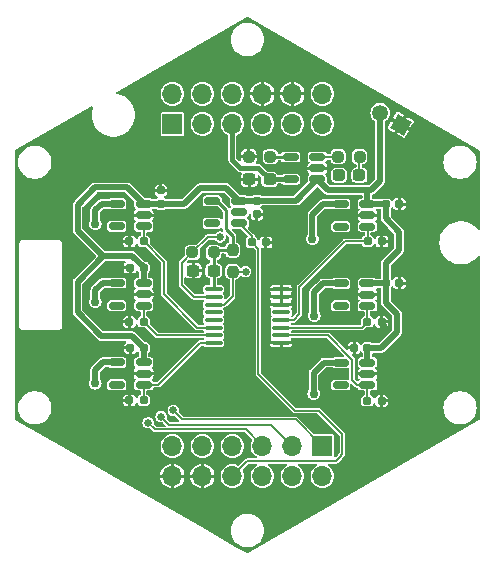
<source format=gbr>
%TF.GenerationSoftware,KiCad,Pcbnew,7.0.5*%
%TF.CreationDate,2024-01-24T02:04:37-05:00*%
%TF.ProjectId,CAMERA_ADAPTER,43414d45-5241-45f4-9144-41505445522e,rev?*%
%TF.SameCoordinates,Original*%
%TF.FileFunction,Copper,L2,Bot*%
%TF.FilePolarity,Positive*%
%FSLAX46Y46*%
G04 Gerber Fmt 4.6, Leading zero omitted, Abs format (unit mm)*
G04 Created by KiCad (PCBNEW 7.0.5) date 2024-01-24 02:04:37*
%MOMM*%
%LPD*%
G01*
G04 APERTURE LIST*
G04 Aperture macros list*
%AMRoundRect*
0 Rectangle with rounded corners*
0 $1 Rounding radius*
0 $2 $3 $4 $5 $6 $7 $8 $9 X,Y pos of 4 corners*
0 Add a 4 corners polygon primitive as box body*
4,1,4,$2,$3,$4,$5,$6,$7,$8,$9,$2,$3,0*
0 Add four circle primitives for the rounded corners*
1,1,$1+$1,$2,$3*
1,1,$1+$1,$4,$5*
1,1,$1+$1,$6,$7*
1,1,$1+$1,$8,$9*
0 Add four rect primitives between the rounded corners*
20,1,$1+$1,$2,$3,$4,$5,0*
20,1,$1+$1,$4,$5,$6,$7,0*
20,1,$1+$1,$6,$7,$8,$9,0*
20,1,$1+$1,$8,$9,$2,$3,0*%
%AMHorizOval*
0 Thick line with rounded ends*
0 $1 width*
0 $2 $3 position (X,Y) of the first rounded end (center of the circle)*
0 $4 $5 position (X,Y) of the second rounded end (center of the circle)*
0 Add line between two ends*
20,1,$1,$2,$3,$4,$5,0*
0 Add two circle primitives to create the rounded ends*
1,1,$1,$2,$3*
1,1,$1,$4,$5*%
%AMRotRect*
0 Rectangle, with rotation*
0 The origin of the aperture is its center*
0 $1 length*
0 $2 width*
0 $3 Rotation angle, in degrees counterclockwise*
0 Add horizontal line*
21,1,$1,$2,0,0,$3*%
G04 Aperture macros list end*
%TA.AperFunction,ComponentPad*%
%ADD10R,1.700000X1.700000*%
%TD*%
%TA.AperFunction,ComponentPad*%
%ADD11O,1.700000X1.700000*%
%TD*%
%TA.AperFunction,ComponentPad*%
%ADD12RotRect,1.350000X1.350000X240.000000*%
%TD*%
%TA.AperFunction,ComponentPad*%
%ADD13HorizOval,1.350000X0.000000X0.000000X0.000000X0.000000X0*%
%TD*%
%TA.AperFunction,SMDPad,CuDef*%
%ADD14RoundRect,0.160000X-0.197500X-0.160000X0.197500X-0.160000X0.197500X0.160000X-0.197500X0.160000X0*%
%TD*%
%TA.AperFunction,SMDPad,CuDef*%
%ADD15RoundRect,0.237500X0.287500X0.237500X-0.287500X0.237500X-0.287500X-0.237500X0.287500X-0.237500X0*%
%TD*%
%TA.AperFunction,SMDPad,CuDef*%
%ADD16RoundRect,0.150000X0.512500X0.150000X-0.512500X0.150000X-0.512500X-0.150000X0.512500X-0.150000X0*%
%TD*%
%TA.AperFunction,SMDPad,CuDef*%
%ADD17RoundRect,0.160000X0.197500X0.160000X-0.197500X0.160000X-0.197500X-0.160000X0.197500X-0.160000X0*%
%TD*%
%TA.AperFunction,SMDPad,CuDef*%
%ADD18RoundRect,0.155000X-0.155000X0.212500X-0.155000X-0.212500X0.155000X-0.212500X0.155000X0.212500X0*%
%TD*%
%TA.AperFunction,SMDPad,CuDef*%
%ADD19RoundRect,0.155000X-0.212500X-0.155000X0.212500X-0.155000X0.212500X0.155000X-0.212500X0.155000X0*%
%TD*%
%TA.AperFunction,SMDPad,CuDef*%
%ADD20RoundRect,0.237500X-0.250000X-0.237500X0.250000X-0.237500X0.250000X0.237500X-0.250000X0.237500X0*%
%TD*%
%TA.AperFunction,SMDPad,CuDef*%
%ADD21RoundRect,0.100000X0.637500X0.100000X-0.637500X0.100000X-0.637500X-0.100000X0.637500X-0.100000X0*%
%TD*%
%TA.AperFunction,SMDPad,CuDef*%
%ADD22RoundRect,0.237500X-0.237500X0.250000X-0.237500X-0.250000X0.237500X-0.250000X0.237500X0.250000X0*%
%TD*%
%TA.AperFunction,SMDPad,CuDef*%
%ADD23RoundRect,0.237500X0.300000X0.237500X-0.300000X0.237500X-0.300000X-0.237500X0.300000X-0.237500X0*%
%TD*%
%TA.AperFunction,SMDPad,CuDef*%
%ADD24RoundRect,0.155000X0.155000X-0.212500X0.155000X0.212500X-0.155000X0.212500X-0.155000X-0.212500X0*%
%TD*%
%TA.AperFunction,SMDPad,CuDef*%
%ADD25RoundRect,0.155000X0.212500X0.155000X-0.212500X0.155000X-0.212500X-0.155000X0.212500X-0.155000X0*%
%TD*%
%TA.AperFunction,SMDPad,CuDef*%
%ADD26RoundRect,0.237500X0.250000X0.237500X-0.250000X0.237500X-0.250000X-0.237500X0.250000X-0.237500X0*%
%TD*%
%TA.AperFunction,ViaPad*%
%ADD27C,0.660400*%
%TD*%
%TA.AperFunction,ViaPad*%
%ADD28C,0.762000*%
%TD*%
%TA.AperFunction,Conductor*%
%ADD29C,0.152400*%
%TD*%
%TA.AperFunction,Conductor*%
%ADD30C,0.381000*%
%TD*%
%TA.AperFunction,Conductor*%
%ADD31C,0.254000*%
%TD*%
%TA.AperFunction,Conductor*%
%ADD32C,0.508000*%
%TD*%
G04 APERTURE END LIST*
D10*
%TO.P,J1,1,Pin_1*%
%TO.N,/VBAT*%
X143810000Y-86465599D03*
D11*
%TO.P,J1,2,Pin_2*%
%TO.N,/D8*%
X143810000Y-83925599D03*
%TO.P,J1,3,Pin_3*%
%TO.N,/A5*%
X146350000Y-86465599D03*
%TO.P,J1,4,Pin_4*%
%TO.N,/A3*%
X146350000Y-83925599D03*
%TO.P,J1,5,Pin_5*%
%TO.N,+5V*%
X148890000Y-86465599D03*
%TO.P,J1,6,Pin_6*%
%TO.N,/A2*%
X148890000Y-83925599D03*
%TO.P,J1,7,Pin_7*%
%TO.N,/RXD*%
X151430000Y-86465599D03*
%TO.P,J1,8,Pin_8*%
%TO.N,GND*%
X151430000Y-83925599D03*
%TO.P,J1,9,Pin_9*%
%TO.N,/BURN_EN*%
X153970000Y-86465599D03*
%TO.P,J1,10,Pin_10*%
%TO.N,GND*%
X153970000Y-83925599D03*
%TO.P,J1,11,Pin_11*%
%TO.N,/SDA*%
X156510000Y-86465599D03*
%TO.P,J1,12,Pin_12*%
%TO.N,/SCL*%
X156510000Y-83925599D03*
%TD*%
D10*
%TO.P,J2,1,Pin_1*%
%TO.N,/D12*%
X156510000Y-113743621D03*
D11*
%TO.P,J2,2,Pin_2*%
%TO.N,/D10*%
X156510000Y-116283621D03*
%TO.P,J2,3,Pin_3*%
%TO.N,/MOSI*%
X153970000Y-113743621D03*
%TO.P,J2,4,Pin_4*%
%TO.N,/D1*%
X153970000Y-116283621D03*
%TO.P,J2,5,Pin_5*%
%TO.N,/SCK*%
X151430000Y-113743621D03*
%TO.P,J2,6,Pin_6*%
%TO.N,/D3*%
X151430000Y-116283621D03*
%TO.P,J2,7,Pin_7*%
%TO.N,/D2*%
X148890000Y-113743621D03*
%TO.P,J2,8,Pin_8*%
%TO.N,/A4*%
X148890000Y-116283621D03*
%TO.P,J2,9,Pin_9*%
%TO.N,/MISO*%
X146350000Y-113743621D03*
%TO.P,J2,10,Pin_10*%
%TO.N,GND*%
X146350000Y-116283621D03*
%TO.P,J2,11,Pin_11*%
%TO.N,/BAT_BR*%
X143810000Y-113743621D03*
%TO.P,J2,12,Pin_12*%
%TO.N,GND*%
X143810000Y-116283621D03*
%TD*%
D12*
%TO.P,J9,1,Pin_1*%
%TO.N,GND*%
X163130000Y-86528621D03*
D13*
%TO.P,J9,2,Pin_2*%
%TO.N,/CAM_BAT*%
X161397949Y-85528621D03*
%TD*%
D14*
%TO.P,R10,1*%
%TO.N,/EN_6*%
X160352500Y-96418621D03*
%TO.P,R10,2*%
%TO.N,GND*%
X161547500Y-96418621D03*
%TD*%
D15*
%TO.P,D1,1,K*%
%TO.N,Net-(D1-K)*%
X159645000Y-90808621D03*
%TO.P,D1,2,A*%
%TO.N,+5V*%
X157895000Y-90808621D03*
%TD*%
D16*
%TO.P,U4,1,VIN*%
%TO.N,/CAM_BAT*%
X141375000Y-99943621D03*
%TO.P,U4,2,GND*%
%TO.N,GND*%
X141375000Y-100893621D03*
%TO.P,U4,3,EN*%
%TO.N,/EN_2*%
X141375000Y-101843621D03*
%TO.P,U4,4,NC*%
%TO.N,unconnected-(U4-NC-Pad4)*%
X139100000Y-101843621D03*
%TO.P,U4,5,VOUT*%
%TO.N,/V_CAM_1*%
X139100000Y-99943621D03*
%TD*%
D17*
%TO.P,R8,1*%
%TO.N,/EN_3*%
X141367500Y-109878621D03*
%TO.P,R8,2*%
%TO.N,GND*%
X140172500Y-109878621D03*
%TD*%
D16*
%TO.P,U7,1,VIN*%
%TO.N,/CAM_BAT*%
X160327500Y-99963621D03*
%TO.P,U7,2,GND*%
%TO.N,GND*%
X160327500Y-100913621D03*
%TO.P,U7,3,EN*%
%TO.N,/EN_5*%
X160327500Y-101863621D03*
%TO.P,U7,4,NC*%
%TO.N,unconnected-(U7-NC-Pad4)*%
X158052500Y-101863621D03*
%TO.P,U7,5,VOUT*%
%TO.N,/V_CAM_5*%
X158052500Y-99963621D03*
%TD*%
D18*
%TO.P,C9,1*%
%TO.N,/CAM_BAT*%
X150960000Y-92963621D03*
%TO.P,C9,2*%
%TO.N,GND*%
X150960000Y-94098621D03*
%TD*%
D16*
%TO.P,U1,1,STAT*%
%TO.N,Net-(U1-STAT)*%
X156087500Y-89258621D03*
%TO.P,U1,2,VSS*%
%TO.N,GND*%
X156087500Y-90208621D03*
%TO.P,U1,3,VBAT*%
%TO.N,/CAM_BAT*%
X156087500Y-91158621D03*
%TO.P,U1,4,VDD*%
%TO.N,+5V*%
X153812500Y-91158621D03*
%TO.P,U1,5,PROG*%
%TO.N,Net-(U1-PROG)*%
X153812500Y-89258621D03*
%TD*%
D19*
%TO.P,C7,1*%
%TO.N,/CAM_BAT*%
X161872500Y-99948621D03*
%TO.P,C7,2*%
%TO.N,GND*%
X163007500Y-99948621D03*
%TD*%
D17*
%TO.P,R9,1*%
%TO.N,/EN_2*%
X141367500Y-103228621D03*
%TO.P,R9,2*%
%TO.N,GND*%
X140172500Y-103228621D03*
%TD*%
D16*
%TO.P,U3,1,VIN*%
%TO.N,/CAM_BAT*%
X141375000Y-93228621D03*
%TO.P,U3,2,GND*%
%TO.N,GND*%
X141375000Y-94178621D03*
%TO.P,U3,3,EN*%
%TO.N,/EN_1*%
X141375000Y-95128621D03*
%TO.P,U3,4,NC*%
%TO.N,unconnected-(U3-NC-Pad4)*%
X139100000Y-95128621D03*
%TO.P,U3,5,VOUT*%
%TO.N,/V_CAM_2*%
X139100000Y-93228621D03*
%TD*%
D20*
%TO.P,R1,1*%
%TO.N,GND*%
X150267500Y-89258621D03*
%TO.P,R1,2*%
%TO.N,Net-(U1-PROG)*%
X152092500Y-89258621D03*
%TD*%
D17*
%TO.P,R5,1*%
%TO.N,/EN_1*%
X141367500Y-96418621D03*
%TO.P,R5,2*%
%TO.N,GND*%
X140172500Y-96418621D03*
%TD*%
D21*
%TO.P,U2,1,A0*%
%TO.N,GND*%
X153022500Y-100463621D03*
%TO.P,U2,2,A1*%
X153022500Y-101113621D03*
%TO.P,U2,3,A2*%
X153022500Y-101763621D03*
%TO.P,U2,4,P0*%
%TO.N,/P1*%
X153022500Y-102413621D03*
%TO.P,U2,5,P1*%
%TO.N,/EN_6*%
X153022500Y-103063621D03*
%TO.P,U2,6,P2*%
%TO.N,/EN_5*%
X153022500Y-103713621D03*
%TO.P,U2,7,P3*%
%TO.N,/EN_4*%
X153022500Y-104363621D03*
%TO.P,U2,8,GND*%
%TO.N,GND*%
X153022500Y-105013621D03*
%TO.P,U2,9,P4*%
%TO.N,/EN_3*%
X147297500Y-105013621D03*
%TO.P,U2,10,P5*%
%TO.N,/EN_2*%
X147297500Y-104363621D03*
%TO.P,U2,11,P6*%
%TO.N,/EN_1*%
X147297500Y-103713621D03*
%TO.P,U2,12,P7*%
%TO.N,/P2*%
X147297500Y-103063621D03*
%TO.P,U2,13,~{INT}*%
%TO.N,unconnected-(U2-~{INT}-Pad13)*%
X147297500Y-102413621D03*
%TO.P,U2,14,SCL*%
%TO.N,/SCL*%
X147297500Y-101763621D03*
%TO.P,U2,15,SDA*%
%TO.N,/SDA*%
X147297500Y-101113621D03*
%TO.P,U2,16,VDD*%
%TO.N,VCC*%
X147297500Y-100463621D03*
%TD*%
D14*
%TO.P,R6,1*%
%TO.N,/EN_5*%
X160322500Y-103218621D03*
%TO.P,R6,2*%
%TO.N,GND*%
X161517500Y-103218621D03*
%TD*%
D22*
%TO.P,R4,1*%
%TO.N,VCC*%
X148920000Y-97146121D03*
%TO.P,R4,2*%
%TO.N,/SCL*%
X148920000Y-98971121D03*
%TD*%
D20*
%TO.P,R2,1*%
%TO.N,Net-(U1-STAT)*%
X157837500Y-89238621D03*
%TO.P,R2,2*%
%TO.N,Net-(D1-K)*%
X159662500Y-89238621D03*
%TD*%
D16*
%TO.P,U8,1,VIN*%
%TO.N,/CAM_BAT*%
X160327500Y-93258621D03*
%TO.P,U8,2,GND*%
%TO.N,GND*%
X160327500Y-94208621D03*
%TO.P,U8,3,EN*%
%TO.N,/EN_6*%
X160327500Y-95158621D03*
%TO.P,U8,4,NC*%
%TO.N,unconnected-(U8-NC-Pad4)*%
X158052500Y-95158621D03*
%TO.P,U8,5,VOUT*%
%TO.N,/V_CAM_4*%
X158052500Y-93258621D03*
%TD*%
D23*
%TO.P,C1,1*%
%TO.N,+5V*%
X152032500Y-91168621D03*
%TO.P,C1,2*%
%TO.N,GND*%
X150307500Y-91168621D03*
%TD*%
D19*
%TO.P,C8,1*%
%TO.N,/CAM_BAT*%
X161872500Y-93258621D03*
%TO.P,C8,2*%
%TO.N,GND*%
X163007500Y-93258621D03*
%TD*%
D24*
%TO.P,C3,1*%
%TO.N,/CAM_BAT*%
X142830000Y-93233621D03*
%TO.P,C3,2*%
%TO.N,GND*%
X142830000Y-92098621D03*
%TD*%
D23*
%TO.P,C2,1*%
%TO.N,VCC*%
X147292500Y-98898621D03*
%TO.P,C2,2*%
%TO.N,GND*%
X145567500Y-98898621D03*
%TD*%
D14*
%TO.P,R7,1*%
%TO.N,/EN_4*%
X160322500Y-109908621D03*
%TO.P,R7,2*%
%TO.N,GND*%
X161517500Y-109908621D03*
%TD*%
D25*
%TO.P,C5,1*%
%TO.N,/CAM_BAT*%
X160325000Y-105428621D03*
%TO.P,C5,2*%
%TO.N,GND*%
X159190000Y-105428621D03*
%TD*%
D16*
%TO.P,U9,1,VIN*%
%TO.N,/CAM_BAT*%
X149467500Y-92978621D03*
%TO.P,U9,2,GND*%
%TO.N,GND*%
X149467500Y-93928621D03*
%TO.P,U9,3,EN*%
%TO.N,/A4*%
X149467500Y-94878621D03*
%TO.P,U9,4,NC*%
%TO.N,unconnected-(U9-NC-Pad4)*%
X147192500Y-94878621D03*
%TO.P,U9,5,VOUT*%
%TO.N,VCC*%
X147192500Y-92978621D03*
%TD*%
D14*
%TO.P,R11,1*%
%TO.N,/A4*%
X150532500Y-96498621D03*
%TO.P,R11,2*%
%TO.N,GND*%
X151727500Y-96498621D03*
%TD*%
D26*
%TO.P,R3,1*%
%TO.N,VCC*%
X147312500Y-97348621D03*
%TO.P,R3,2*%
%TO.N,/SDA*%
X145487500Y-97348621D03*
%TD*%
D25*
%TO.P,C4,1*%
%TO.N,/CAM_BAT*%
X141377500Y-98628621D03*
%TO.P,C4,2*%
%TO.N,GND*%
X140242500Y-98628621D03*
%TD*%
D16*
%TO.P,U6,1,VIN*%
%TO.N,/CAM_BAT*%
X160327500Y-106668621D03*
%TO.P,U6,2,GND*%
%TO.N,GND*%
X160327500Y-107618621D03*
%TO.P,U6,3,EN*%
%TO.N,/EN_4*%
X160327500Y-108568621D03*
%TO.P,U6,4,NC*%
%TO.N,unconnected-(U6-NC-Pad4)*%
X158052500Y-108568621D03*
%TO.P,U6,5,VOUT*%
%TO.N,/V_CAM_6*%
X158052500Y-106668621D03*
%TD*%
D25*
%TO.P,C6,1*%
%TO.N,/CAM_BAT*%
X141385000Y-105428621D03*
%TO.P,C6,2*%
%TO.N,GND*%
X140250000Y-105428621D03*
%TD*%
D16*
%TO.P,U5,1,VIN*%
%TO.N,/CAM_BAT*%
X141375000Y-106648621D03*
%TO.P,U5,2,GND*%
%TO.N,GND*%
X141375000Y-107598621D03*
%TO.P,U5,3,EN*%
%TO.N,/EN_3*%
X141375000Y-108548621D03*
%TO.P,U5,4,NC*%
%TO.N,unconnected-(U5-NC-Pad4)*%
X139100000Y-108548621D03*
%TO.P,U5,5,VOUT*%
%TO.N,/V_CAM_3*%
X139100000Y-106648621D03*
%TD*%
D27*
%TO.N,GND*%
X138660000Y-113698621D03*
X147660000Y-106598621D03*
X164910000Y-94698621D03*
X162910000Y-113698621D03*
X134410000Y-106948621D03*
X139260000Y-100898621D03*
X152160000Y-118198621D03*
X167660000Y-99948621D03*
X164410000Y-111948621D03*
X148760000Y-102298621D03*
X136660000Y-87948621D03*
X142860000Y-106998621D03*
X144160000Y-103698621D03*
X150160000Y-82198621D03*
X159660000Y-87448621D03*
X149960000Y-102898621D03*
X142960000Y-105298621D03*
X131910000Y-105448621D03*
X161760000Y-103698621D03*
X159160000Y-83948621D03*
X135160000Y-112198621D03*
X160960000Y-97798621D03*
X156060000Y-88298621D03*
X141660000Y-90998621D03*
X148060000Y-88598621D03*
X139360000Y-94198621D03*
X152760000Y-87298621D03*
X145760000Y-102098621D03*
X148160000Y-89998621D03*
X154420000Y-109638621D03*
X132410000Y-107448621D03*
X167660000Y-102198621D03*
X140660000Y-116198621D03*
X146160000Y-110698621D03*
X165160000Y-101448621D03*
X146760000Y-108298621D03*
X160410000Y-111698621D03*
X149490000Y-93928621D03*
X149960000Y-104798621D03*
X165160000Y-106198621D03*
X154160000Y-80198621D03*
X146160000Y-82198621D03*
X146160000Y-80198621D03*
X135660000Y-108948621D03*
X146060000Y-88698621D03*
X146160000Y-118198621D03*
X156160000Y-82198621D03*
X165160000Y-104198621D03*
X150760000Y-109428621D03*
X154160000Y-82198621D03*
X149370000Y-110508621D03*
X149960000Y-87798621D03*
X154160000Y-119698621D03*
X167660000Y-107448621D03*
X165410000Y-89698621D03*
X154160000Y-118198621D03*
X148160000Y-82198621D03*
X149420000Y-106598621D03*
X140910000Y-89448621D03*
X145660000Y-95198621D03*
X162860000Y-109798621D03*
X151760000Y-95298621D03*
X167910000Y-93698621D03*
X149760000Y-108298621D03*
X136410000Y-114198621D03*
X162910000Y-89698621D03*
X144160000Y-82198621D03*
X154660000Y-97698621D03*
X145700000Y-99938621D03*
X148160000Y-118198621D03*
X131660000Y-92698621D03*
X159760000Y-97798621D03*
X156160000Y-118198621D03*
X144460000Y-91098621D03*
X146160000Y-119698621D03*
X159660000Y-104498621D03*
X159360000Y-85398621D03*
X133660000Y-93698621D03*
X144460000Y-105298621D03*
X137910000Y-111698621D03*
X165410000Y-108948621D03*
X156020000Y-105318621D03*
X167910000Y-104448621D03*
X153260000Y-94798621D03*
X141460000Y-86998621D03*
X165660000Y-92198621D03*
X152110000Y-106598621D03*
X163660000Y-91698621D03*
X152160000Y-82198621D03*
X150160000Y-118198621D03*
X164910000Y-98448621D03*
X138160000Y-90448621D03*
X145660000Y-90198621D03*
X131910000Y-95198621D03*
X148060000Y-109398621D03*
X154210000Y-108368621D03*
X138260000Y-96598621D03*
X166160000Y-87898621D03*
X144160000Y-118198621D03*
X160660000Y-115448621D03*
X135410000Y-104698621D03*
X145570000Y-98868621D03*
X159410000Y-113198621D03*
X149970000Y-101148621D03*
X135160000Y-90198621D03*
X143860000Y-99798621D03*
X152160000Y-98948621D03*
X135910000Y-97448621D03*
X138960000Y-98598621D03*
X154540000Y-106558621D03*
X148860000Y-103898621D03*
X162360000Y-108598621D03*
X152710000Y-110538621D03*
%TO.N,+5V*%
X157930000Y-90788621D03*
X152020000Y-91188621D03*
%TO.N,/SDA*%
X147835000Y-96048621D03*
%TO.N,/SCL*%
X150000000Y-98968621D03*
%TO.N,/D12*%
X143890000Y-110728621D03*
%TO.N,/MOSI*%
X142850000Y-111258621D03*
%TO.N,/SCK*%
X141760000Y-111768621D03*
D28*
%TO.N,/V_CAM_2*%
X137270000Y-94928621D03*
%TO.N,/V_CAM_1*%
X137280000Y-101528621D03*
%TO.N,/V_CAM_3*%
X137280000Y-108428621D03*
%TO.N,/V_CAM_4*%
X155660000Y-96188621D03*
%TO.N,/V_CAM_5*%
X155820000Y-102698621D03*
%TO.N,/V_CAM_6*%
X155770000Y-109298621D03*
%TD*%
D29*
%TO.N,Net-(D1-K)*%
X159645000Y-90808621D02*
X159645000Y-89256121D01*
X159645000Y-89256121D02*
X159662500Y-89238621D01*
D30*
%TO.N,+5V*%
X152012500Y-91188621D02*
X152032500Y-91168621D01*
X149560000Y-90198621D02*
X151062500Y-90198621D01*
X151062500Y-90198621D02*
X152032500Y-91168621D01*
X148890000Y-86465599D02*
X148890000Y-89528621D01*
X152020000Y-91181121D02*
X152020000Y-91188621D01*
X148890000Y-89528621D02*
X149560000Y-90198621D01*
X152020000Y-91188621D02*
X152012500Y-91188621D01*
X152042500Y-91158621D02*
X152020000Y-91181121D01*
X153812500Y-91158621D02*
X152042500Y-91158621D01*
D29*
%TO.N,/SDA*%
X144590000Y-100098621D02*
X144590000Y-98246121D01*
X144590000Y-98246121D02*
X145487500Y-97348621D01*
X147297500Y-101113621D02*
X145605000Y-101113621D01*
X147835000Y-96048621D02*
X146787500Y-96048621D01*
X146787500Y-96048621D02*
X145487500Y-97348621D01*
X145605000Y-101113621D02*
X144590000Y-100098621D01*
%TO.N,/SCL*%
X148922500Y-98968621D02*
X148920000Y-98971121D01*
X150000000Y-98968621D02*
X148922500Y-98968621D01*
X148920000Y-101048621D02*
X148205000Y-101763621D01*
X148205000Y-101763621D02*
X147297500Y-101763621D01*
X148920000Y-98971121D02*
X148920000Y-101048621D01*
%TO.N,/D12*%
X144650000Y-111488621D02*
X154255000Y-111488621D01*
X154255000Y-111488621D02*
X156510000Y-113743621D01*
X143890000Y-110728621D02*
X144650000Y-111488621D01*
D31*
%TO.N,Net-(U1-PROG)*%
X153812500Y-89258621D02*
X152092500Y-89258621D01*
D29*
%TO.N,/MOSI*%
X143510000Y-111918621D02*
X152145000Y-111918621D01*
X152145000Y-111918621D02*
X153970000Y-113743621D01*
X142850000Y-111258621D02*
X143510000Y-111918621D01*
%TO.N,/SCK*%
X150015000Y-112328621D02*
X151430000Y-113743621D01*
X141760000Y-111768621D02*
X142320000Y-112328621D01*
X142320000Y-112328621D02*
X150015000Y-112328621D01*
%TO.N,/A4*%
X157985000Y-114653621D02*
X158200000Y-114438621D01*
X156200000Y-110748621D02*
X154200000Y-110748621D01*
X150155000Y-115018621D02*
X157620000Y-115018621D01*
X148890000Y-116283621D02*
X150155000Y-115018621D01*
X150532500Y-95943621D02*
X149467500Y-94878621D01*
X154200000Y-110748621D02*
X151090000Y-107638621D01*
X158200000Y-114438621D02*
X158200000Y-112748621D01*
X151090000Y-97056121D02*
X150532500Y-96498621D01*
X157620000Y-115018621D02*
X157985000Y-114653621D01*
X151090000Y-107638621D02*
X151090000Y-97056121D01*
X158200000Y-112748621D02*
X156200000Y-110748621D01*
X150532500Y-96498621D02*
X150532500Y-95943621D01*
%TO.N,Net-(U1-STAT)*%
X156087500Y-89258621D02*
X157817500Y-89258621D01*
X157817500Y-89258621D02*
X157837500Y-89238621D01*
D32*
%TO.N,/V_CAM_2*%
X139100000Y-93228621D02*
X137830000Y-93228621D01*
X137270000Y-93788621D02*
X137270000Y-94928621D01*
X137830000Y-93228621D02*
X137270000Y-93788621D01*
%TO.N,/V_CAM_1*%
X137895000Y-99943621D02*
X137280000Y-100558621D01*
X137280000Y-100558621D02*
X137280000Y-101528621D01*
X139100000Y-99943621D02*
X137895000Y-99943621D01*
%TO.N,/V_CAM_3*%
X137920000Y-106648621D02*
X137280000Y-107288621D01*
X139100000Y-106648621D02*
X137920000Y-106648621D01*
X137280000Y-107288621D02*
X137280000Y-108428621D01*
%TO.N,/V_CAM_4*%
X155660000Y-94158621D02*
X156560000Y-93258621D01*
X158052500Y-93258621D02*
X156560000Y-93258621D01*
X155660000Y-96188621D02*
X155660000Y-94158621D01*
%TO.N,/V_CAM_5*%
X158052500Y-99963621D02*
X156565000Y-99963621D01*
X155820000Y-102698621D02*
X155820000Y-100708621D01*
X156565000Y-99963621D02*
X155820000Y-100708621D01*
%TO.N,/V_CAM_6*%
X155770000Y-107528621D02*
X156630000Y-106668621D01*
X156630000Y-106668621D02*
X158052500Y-106668621D01*
X155770000Y-109298621D02*
X155770000Y-107528621D01*
D31*
%TO.N,VCC*%
X148920000Y-95958621D02*
X148335000Y-95373621D01*
X148335000Y-93748621D02*
X147565000Y-92978621D01*
X147515000Y-97146121D02*
X147312500Y-97348621D01*
X147292500Y-98898621D02*
X147292500Y-97368621D01*
X147565000Y-92978621D02*
X147192500Y-92978621D01*
X147297500Y-98903621D02*
X147292500Y-98898621D01*
X147297500Y-100463621D02*
X147297500Y-98903621D01*
X148920000Y-97146121D02*
X148920000Y-95958621D01*
X147292500Y-97368621D02*
X147312500Y-97348621D01*
X148335000Y-95373621D02*
X148335000Y-93748621D01*
X148920000Y-97146121D02*
X147515000Y-97146121D01*
D29*
%TO.N,/EN_6*%
X154075000Y-103063621D02*
X154560000Y-102578621D01*
X154560000Y-102578621D02*
X154560000Y-100288621D01*
X160352500Y-96418621D02*
X160352500Y-95183621D01*
X153022500Y-103063621D02*
X154075000Y-103063621D01*
X158430000Y-96418621D02*
X160352500Y-96418621D01*
X154560000Y-100288621D02*
X158430000Y-96418621D01*
X160352500Y-95183621D02*
X160327500Y-95158621D01*
%TO.N,/EN_5*%
X160322500Y-101868621D02*
X160327500Y-101863621D01*
X159827500Y-103713621D02*
X160322500Y-103218621D01*
X153022500Y-103713621D02*
X159827500Y-103713621D01*
X160322500Y-103218621D02*
X160322500Y-101868621D01*
%TO.N,/EN_4*%
X159030000Y-106428621D02*
X159030000Y-108158621D01*
X159030000Y-108158621D02*
X159440000Y-108568621D01*
X153022500Y-104363621D02*
X156965000Y-104363621D01*
X160322500Y-109908621D02*
X160322500Y-108573621D01*
X156965000Y-104363621D02*
X159030000Y-106428621D01*
X160322500Y-108573621D02*
X160327500Y-108568621D01*
X160327500Y-108568621D02*
X159440000Y-108568621D01*
%TO.N,/EN_3*%
X141367500Y-109878621D02*
X141367500Y-108556121D01*
X141375000Y-108548621D02*
X142615000Y-108548621D01*
X142615000Y-108548621D02*
X146150000Y-105013621D01*
X141367500Y-108556121D02*
X141375000Y-108548621D01*
X147297500Y-105013621D02*
X146150000Y-105013621D01*
%TO.N,/EN_2*%
X147297500Y-104363621D02*
X142502500Y-104363621D01*
X142502500Y-104363621D02*
X141367500Y-103228621D01*
X141367500Y-103228621D02*
X141367500Y-101851121D01*
X141367500Y-101851121D02*
X141375000Y-101843621D01*
%TO.N,/EN_1*%
X141367500Y-95136121D02*
X141375000Y-95128621D01*
X143090000Y-98141121D02*
X143090000Y-100878621D01*
X143090000Y-100878621D02*
X145925000Y-103713621D01*
X141367500Y-96418621D02*
X143090000Y-98141121D01*
X141367500Y-96418621D02*
X141367500Y-95136121D01*
X145925000Y-103713621D02*
X147297500Y-103713621D01*
D32*
%TO.N,/CAM_BAT*%
X141375000Y-99943621D02*
X141375000Y-98631121D01*
X161857500Y-99963621D02*
X161872500Y-99948621D01*
X161872500Y-101591121D02*
X162820000Y-102538621D01*
X160630000Y-92068621D02*
X160915000Y-91783621D01*
X150945000Y-92978621D02*
X150960000Y-92963621D01*
X140403479Y-104438621D02*
X137800000Y-104438621D01*
X162820000Y-104078621D02*
X161470000Y-105428621D01*
X162820000Y-102538621D02*
X162820000Y-104078621D01*
X141385000Y-105420142D02*
X140403479Y-104438621D01*
X141375000Y-105438621D02*
X141385000Y-105428621D01*
X141375000Y-93228621D02*
X139995000Y-91848621D01*
X161872500Y-98253521D02*
X161872500Y-99948621D01*
X160327500Y-92081121D02*
X160340000Y-92068621D01*
X144815000Y-93233621D02*
X146150000Y-91898621D01*
X156087500Y-91158621D02*
X156997500Y-92068621D01*
X135790000Y-95498621D02*
X137940000Y-97648621D01*
X161397949Y-85528621D02*
X161397949Y-91300672D01*
X141380000Y-93233621D02*
X141375000Y-93228621D01*
X141385000Y-105428621D02*
X141385000Y-105420142D01*
X142830000Y-93233621D02*
X141380000Y-93233621D01*
X140405979Y-97648621D02*
X141377500Y-98620142D01*
X160327500Y-105431121D02*
X160325000Y-105428621D01*
X135780000Y-99808621D02*
X137940000Y-97648621D01*
X141377500Y-98620142D02*
X141377500Y-98628621D01*
X154282500Y-92963621D02*
X150960000Y-92963621D01*
X135790000Y-93318621D02*
X135790000Y-95498621D01*
X139995000Y-91848621D02*
X137260000Y-91848621D01*
X148387500Y-91898621D02*
X149467500Y-92978621D01*
X161872500Y-99948621D02*
X161872500Y-101591121D01*
X142830000Y-93233621D02*
X144815000Y-93233621D01*
X163020000Y-97106021D02*
X161872500Y-98253521D01*
X141375000Y-98631121D02*
X141377500Y-98628621D01*
X163020000Y-95608621D02*
X163020000Y-97106021D01*
X141375000Y-106648621D02*
X141375000Y-105438621D01*
X160340000Y-92068621D02*
X160630000Y-92068621D01*
X161397949Y-91300672D02*
X160915000Y-91783621D01*
X161470000Y-105428621D02*
X160325000Y-105428621D01*
X161872500Y-94461121D02*
X163020000Y-95608621D01*
X137940000Y-97648621D02*
X140405979Y-97648621D01*
X149467500Y-92978621D02*
X150945000Y-92978621D01*
X156087500Y-91158621D02*
X154282500Y-92963621D01*
X160327500Y-106668621D02*
X160327500Y-105431121D01*
X146150000Y-91898621D02*
X148387500Y-91898621D01*
X160327500Y-93258621D02*
X161872500Y-93258621D01*
X137260000Y-91848621D02*
X135790000Y-93318621D01*
X156997500Y-92068621D02*
X160340000Y-92068621D01*
X137800000Y-104438621D02*
X135780000Y-102418621D01*
X161872500Y-93258621D02*
X161872500Y-94461121D01*
X160327500Y-99963621D02*
X161857500Y-99963621D01*
X135780000Y-102418621D02*
X135780000Y-99808621D01*
X160327500Y-93258621D02*
X160327500Y-92081121D01*
%TD*%
%TA.AperFunction,Conductor*%
%TO.N,GND*%
G36*
X148431446Y-95875942D02*
G01*
X148460932Y-95895391D01*
X148614355Y-96048814D01*
X148639766Y-96103308D01*
X148640100Y-96110969D01*
X148640100Y-96432497D01*
X148619535Y-96488998D01*
X148567464Y-96519062D01*
X148565955Y-96519314D01*
X148560357Y-96520200D01*
X148450168Y-96576344D01*
X148362723Y-96663789D01*
X148306579Y-96773979D01*
X148303714Y-96792071D01*
X148274564Y-96844660D01*
X148218430Y-96866208D01*
X148216896Y-96866221D01*
X147906119Y-96866221D01*
X147849618Y-96845656D01*
X147843965Y-96840476D01*
X147794833Y-96791345D01*
X147794832Y-96791344D01*
X147684644Y-96735201D01*
X147684642Y-96735200D01*
X147684641Y-96735200D01*
X147613230Y-96723890D01*
X147593222Y-96720721D01*
X147031778Y-96720721D01*
X147014574Y-96723445D01*
X146940358Y-96735200D01*
X146830168Y-96791344D01*
X146742723Y-96878789D01*
X146686579Y-96988979D01*
X146678688Y-97038804D01*
X146672100Y-97080399D01*
X146672100Y-97616843D01*
X146673939Y-97628452D01*
X146686579Y-97708262D01*
X146686579Y-97708263D01*
X146686580Y-97708265D01*
X146742723Y-97818453D01*
X146830168Y-97905898D01*
X146940356Y-97962041D01*
X146940358Y-97962041D01*
X146940360Y-97962042D01*
X146946938Y-97964180D01*
X146946314Y-97966099D01*
X146991035Y-97990885D01*
X147012587Y-98047017D01*
X147012600Y-98048557D01*
X147012600Y-98187597D01*
X146992035Y-98244098D01*
X146939964Y-98274162D01*
X146938451Y-98274415D01*
X146870358Y-98285200D01*
X146760168Y-98341344D01*
X146672723Y-98428789D01*
X146616579Y-98538979D01*
X146602100Y-98630399D01*
X146602100Y-99166842D01*
X146616579Y-99258262D01*
X146616579Y-99258263D01*
X146616580Y-99258265D01*
X146672723Y-99368453D01*
X146760168Y-99455898D01*
X146870356Y-99512041D01*
X146943450Y-99523618D01*
X146996039Y-99552768D01*
X147017587Y-99608902D01*
X147017600Y-99610436D01*
X147017600Y-100022821D01*
X146997035Y-100079322D01*
X146944964Y-100109386D01*
X146929700Y-100110721D01*
X146635087Y-100110721D01*
X146561323Y-100125394D01*
X146477670Y-100181289D01*
X146477668Y-100181291D01*
X146421773Y-100264943D01*
X146421772Y-100264946D01*
X146411524Y-100316468D01*
X146407101Y-100338708D01*
X146407100Y-100338711D01*
X146407100Y-100588533D01*
X146415016Y-100628326D01*
X146421773Y-100662298D01*
X146473549Y-100739786D01*
X146487841Y-100798189D01*
X146473554Y-100837448D01*
X146471963Y-100839829D01*
X146468207Y-100845450D01*
X146419723Y-100881007D01*
X146395118Y-100884521D01*
X145736306Y-100884521D01*
X145679805Y-100863956D01*
X145674151Y-100858776D01*
X144844845Y-100029469D01*
X144819434Y-99974975D01*
X144819100Y-99967314D01*
X144819100Y-99487253D01*
X144839665Y-99430752D01*
X144891736Y-99400688D01*
X144950950Y-99411129D01*
X144969155Y-99425098D01*
X145020351Y-99476294D01*
X145137567Y-99536018D01*
X145234816Y-99551421D01*
X145440499Y-99551421D01*
X145440500Y-99551419D01*
X145694500Y-99551419D01*
X145694501Y-99551421D01*
X145900184Y-99551421D01*
X145997432Y-99536018D01*
X146114648Y-99476294D01*
X146207673Y-99383269D01*
X146267397Y-99266053D01*
X146282800Y-99168805D01*
X146282800Y-99025621D01*
X145694501Y-99025621D01*
X145694500Y-99025622D01*
X145694500Y-99551419D01*
X145440500Y-99551419D01*
X145440500Y-98771619D01*
X145694500Y-98771619D01*
X145694501Y-98771621D01*
X146282799Y-98771621D01*
X146282800Y-98771620D01*
X146282800Y-98628436D01*
X146267397Y-98531188D01*
X146207673Y-98413972D01*
X146114648Y-98320947D01*
X145997432Y-98261223D01*
X145900184Y-98245821D01*
X145694501Y-98245821D01*
X145694500Y-98245822D01*
X145694500Y-98771619D01*
X145440500Y-98771619D01*
X145440500Y-98245822D01*
X145440499Y-98245821D01*
X145234816Y-98245821D01*
X145137564Y-98261224D01*
X145132227Y-98262958D01*
X145072136Y-98260857D01*
X145027455Y-98220623D01*
X145019088Y-98161081D01*
X145042913Y-98117204D01*
X145157852Y-98002266D01*
X145212345Y-97976855D01*
X145220006Y-97976521D01*
X145768221Y-97976521D01*
X145768222Y-97976521D01*
X145859644Y-97962041D01*
X145969832Y-97905898D01*
X146057277Y-97818453D01*
X146113420Y-97708265D01*
X146127900Y-97616843D01*
X146127900Y-97080399D01*
X146127900Y-97080398D01*
X146127629Y-97076956D01*
X146129531Y-97076806D01*
X146139788Y-97024021D01*
X146152977Y-97007138D01*
X146856650Y-96303466D01*
X146911145Y-96278055D01*
X146918806Y-96277721D01*
X147354141Y-96277721D01*
X147410642Y-96298286D01*
X147420572Y-96308059D01*
X147424410Y-96312488D01*
X147424411Y-96312490D01*
X147462768Y-96356757D01*
X147509653Y-96410866D01*
X147515383Y-96417478D01*
X147515385Y-96417479D01*
X147515386Y-96417480D01*
X147632245Y-96492581D01*
X147632246Y-96492581D01*
X147632249Y-96492583D01*
X147717521Y-96517621D01*
X147765536Y-96531720D01*
X147765539Y-96531720D01*
X147765541Y-96531721D01*
X147765542Y-96531721D01*
X147904458Y-96531721D01*
X147904459Y-96531721D01*
X147904461Y-96531720D01*
X147904463Y-96531720D01*
X147932055Y-96523618D01*
X148037751Y-96492583D01*
X148154617Y-96417478D01*
X148245589Y-96312490D01*
X148303298Y-96186126D01*
X148314104Y-96110969D01*
X148323068Y-96048624D01*
X148323068Y-96048619D01*
X148311772Y-95970056D01*
X148324086Y-95911203D01*
X148371349Y-95874035D01*
X148431446Y-95875942D01*
G37*
%TD.AperFunction*%
%TA.AperFunction,Conductor*%
G36*
X150203946Y-77388502D02*
G01*
X169810750Y-88708494D01*
X169849399Y-88754554D01*
X169854700Y-88784618D01*
X169854700Y-95369390D01*
X169834135Y-95425891D01*
X169782064Y-95455955D01*
X169722850Y-95445514D01*
X169698077Y-95424195D01*
X169679544Y-95400955D01*
X169581609Y-95278149D01*
X169572520Y-95269716D01*
X169380991Y-95092003D01*
X169380981Y-95091995D01*
X169172223Y-94949666D01*
X169154866Y-94937832D01*
X169154865Y-94937831D01*
X169154863Y-94937830D01*
X169154864Y-94937830D01*
X168908293Y-94819089D01*
X168860919Y-94804476D01*
X168646771Y-94738420D01*
X168646767Y-94738419D01*
X168646766Y-94738419D01*
X168376151Y-94697630D01*
X168376149Y-94697630D01*
X168102471Y-94697630D01*
X168102468Y-94697630D01*
X167831853Y-94738419D01*
X167831850Y-94738419D01*
X167831849Y-94738420D01*
X167780040Y-94754401D01*
X167570326Y-94819089D01*
X167323757Y-94937830D01*
X167097637Y-95091995D01*
X167097628Y-95092003D01*
X166897013Y-95278146D01*
X166733834Y-95482766D01*
X166726375Y-95492119D01*
X166683996Y-95565522D01*
X166589536Y-95729131D01*
X166589535Y-95729132D01*
X166489551Y-95983890D01*
X166489549Y-95983895D01*
X166428652Y-96250702D01*
X166428650Y-96250710D01*
X166408199Y-96523618D01*
X166408199Y-96523623D01*
X166428650Y-96796531D01*
X166428652Y-96796539D01*
X166484580Y-97041574D01*
X166489550Y-97063350D01*
X166513853Y-97125272D01*
X166589535Y-97318109D01*
X166589536Y-97318110D01*
X166726375Y-97555123D01*
X166897011Y-97769093D01*
X167091565Y-97949613D01*
X167097628Y-97955238D01*
X167097637Y-97955246D01*
X167230540Y-98045857D01*
X167323755Y-98109410D01*
X167323757Y-98109411D01*
X167323756Y-98109411D01*
X167493293Y-98191055D01*
X167570330Y-98228154D01*
X167831849Y-98308822D01*
X168102471Y-98349612D01*
X168102476Y-98349612D01*
X168376144Y-98349612D01*
X168376149Y-98349612D01*
X168646771Y-98308822D01*
X168908290Y-98228154D01*
X169154866Y-98109410D01*
X169380989Y-97955241D01*
X169581609Y-97769093D01*
X169698078Y-97623044D01*
X169749383Y-97591694D01*
X169808839Y-97600655D01*
X169848624Y-97645738D01*
X169854700Y-97677851D01*
X169854700Y-111424599D01*
X169834135Y-111481100D01*
X169810750Y-111500723D01*
X150203949Y-122820715D01*
X150144735Y-122831156D01*
X150116049Y-122820715D01*
X149138254Y-122256185D01*
X146770601Y-120889220D01*
X148749884Y-120889220D01*
X148769115Y-121121316D01*
X148769116Y-121121322D01*
X148826286Y-121347080D01*
X148826289Y-121347088D01*
X148897987Y-121510541D01*
X148919840Y-121560361D01*
X148919844Y-121560367D01*
X149047215Y-121755325D01*
X149047216Y-121755327D01*
X149047220Y-121755331D01*
X149204954Y-121926676D01*
X149388740Y-122069722D01*
X149593563Y-122180567D01*
X149813837Y-122256187D01*
X149813839Y-122256187D01*
X149813841Y-122256188D01*
X150043550Y-122294520D01*
X150043554Y-122294520D01*
X150276450Y-122294520D01*
X150506158Y-122256188D01*
X150506158Y-122256187D01*
X150506163Y-122256187D01*
X150726437Y-122180567D01*
X150931260Y-122069722D01*
X151115046Y-121926676D01*
X151272780Y-121755331D01*
X151400160Y-121560361D01*
X151493712Y-121347084D01*
X151550884Y-121121317D01*
X151570116Y-120889220D01*
X151550884Y-120657123D01*
X151550883Y-120657117D01*
X151493713Y-120431359D01*
X151493710Y-120431351D01*
X151400164Y-120218089D01*
X151400160Y-120218079D01*
X151319435Y-120094520D01*
X151272784Y-120023114D01*
X151272783Y-120023112D01*
X151115050Y-119851768D01*
X151115048Y-119851767D01*
X151115046Y-119851764D01*
X150931260Y-119708718D01*
X150726437Y-119597873D01*
X150726433Y-119597871D01*
X150726430Y-119597870D01*
X150506167Y-119522254D01*
X150506158Y-119522251D01*
X150276450Y-119483920D01*
X150276446Y-119483920D01*
X150043554Y-119483920D01*
X150043550Y-119483920D01*
X149813841Y-119522251D01*
X149813832Y-119522254D01*
X149593569Y-119597870D01*
X149388740Y-119708718D01*
X149204949Y-119851768D01*
X149047216Y-120023112D01*
X149047215Y-120023114D01*
X148919844Y-120218072D01*
X148919835Y-120218089D01*
X148826289Y-120431351D01*
X148826286Y-120431359D01*
X148769116Y-120657117D01*
X148769115Y-120657123D01*
X148749884Y-120889220D01*
X146770601Y-120889220D01*
X139013441Y-116410621D01*
X142789735Y-116410621D01*
X142797072Y-116485109D01*
X142855842Y-116678846D01*
X142855844Y-116678849D01*
X142951281Y-116857399D01*
X143079717Y-117013899D01*
X143079721Y-117013903D01*
X143236221Y-117142339D01*
X143414771Y-117237776D01*
X143414774Y-117237778D01*
X143608515Y-117296550D01*
X143683000Y-117303884D01*
X143683000Y-116770502D01*
X143774237Y-116783621D01*
X143845763Y-116783621D01*
X143937000Y-116770502D01*
X143937000Y-117303884D01*
X144011484Y-117296550D01*
X144205225Y-117237778D01*
X144205228Y-117237776D01*
X144383778Y-117142339D01*
X144540278Y-117013903D01*
X144540282Y-117013899D01*
X144668718Y-116857399D01*
X144764155Y-116678849D01*
X144764157Y-116678846D01*
X144822927Y-116485109D01*
X144830265Y-116410621D01*
X145329735Y-116410621D01*
X145337072Y-116485109D01*
X145395842Y-116678846D01*
X145395844Y-116678849D01*
X145491281Y-116857399D01*
X145619717Y-117013899D01*
X145619721Y-117013903D01*
X145776221Y-117142339D01*
X145954771Y-117237776D01*
X145954774Y-117237778D01*
X146148515Y-117296550D01*
X146223000Y-117303884D01*
X146223000Y-116770502D01*
X146314237Y-116783621D01*
X146385763Y-116783621D01*
X146477000Y-116770502D01*
X146477000Y-117303884D01*
X146551484Y-117296550D01*
X146745225Y-117237778D01*
X146745228Y-117237776D01*
X146923778Y-117142339D01*
X147080278Y-117013903D01*
X147080282Y-117013899D01*
X147208718Y-116857399D01*
X147304155Y-116678849D01*
X147304157Y-116678846D01*
X147362927Y-116485109D01*
X147370265Y-116410621D01*
X146833818Y-116410621D01*
X146850000Y-116355510D01*
X146850000Y-116211732D01*
X146833818Y-116156621D01*
X147370264Y-116156621D01*
X147362927Y-116082132D01*
X147304157Y-115888395D01*
X147304155Y-115888392D01*
X147208718Y-115709842D01*
X147080282Y-115553342D01*
X147080278Y-115553338D01*
X146923778Y-115424902D01*
X146745228Y-115329465D01*
X146745225Y-115329463D01*
X146551488Y-115270693D01*
X146477000Y-115263356D01*
X146477000Y-115796739D01*
X146385763Y-115783621D01*
X146314237Y-115783621D01*
X146223000Y-115796739D01*
X146223000Y-115263356D01*
X146148511Y-115270693D01*
X145954774Y-115329463D01*
X145954771Y-115329465D01*
X145776221Y-115424902D01*
X145619721Y-115553338D01*
X145619717Y-115553342D01*
X145491281Y-115709842D01*
X145395844Y-115888392D01*
X145395842Y-115888395D01*
X145337072Y-116082132D01*
X145329735Y-116156621D01*
X145866182Y-116156621D01*
X145850000Y-116211732D01*
X145850000Y-116355510D01*
X145866182Y-116410621D01*
X145329735Y-116410621D01*
X144830265Y-116410621D01*
X144293818Y-116410621D01*
X144310000Y-116355510D01*
X144310000Y-116211732D01*
X144293818Y-116156621D01*
X144830264Y-116156621D01*
X144822927Y-116082132D01*
X144764157Y-115888395D01*
X144764155Y-115888392D01*
X144668718Y-115709842D01*
X144540282Y-115553342D01*
X144540278Y-115553338D01*
X144383778Y-115424902D01*
X144205228Y-115329465D01*
X144205225Y-115329463D01*
X144011488Y-115270693D01*
X143937000Y-115263356D01*
X143937000Y-115796739D01*
X143845763Y-115783621D01*
X143774237Y-115783621D01*
X143683000Y-115796739D01*
X143683000Y-115263356D01*
X143608511Y-115270693D01*
X143414774Y-115329463D01*
X143414771Y-115329465D01*
X143236221Y-115424902D01*
X143079721Y-115553338D01*
X143079717Y-115553342D01*
X142951281Y-115709842D01*
X142855844Y-115888392D01*
X142855842Y-115888395D01*
X142797072Y-116082132D01*
X142789735Y-116156621D01*
X143326182Y-116156621D01*
X143310000Y-116211732D01*
X143310000Y-116355510D01*
X143326182Y-116410621D01*
X142789735Y-116410621D01*
X139013441Y-116410621D01*
X134394061Y-113743621D01*
X142802247Y-113743621D01*
X142821612Y-113940230D01*
X142878957Y-114129269D01*
X142878958Y-114129271D01*
X142972084Y-114303499D01*
X143097411Y-114456210D01*
X143250122Y-114581537D01*
X143424350Y-114674663D01*
X143613397Y-114732010D01*
X143810000Y-114751374D01*
X144006603Y-114732010D01*
X144195650Y-114674663D01*
X144369878Y-114581537D01*
X144522589Y-114456210D01*
X144647916Y-114303499D01*
X144741042Y-114129271D01*
X144798389Y-113940224D01*
X144817753Y-113743621D01*
X145342247Y-113743621D01*
X145361612Y-113940230D01*
X145418957Y-114129269D01*
X145418958Y-114129271D01*
X145512084Y-114303499D01*
X145637411Y-114456210D01*
X145790122Y-114581537D01*
X145964350Y-114674663D01*
X146153397Y-114732010D01*
X146350000Y-114751374D01*
X146546603Y-114732010D01*
X146735650Y-114674663D01*
X146909878Y-114581537D01*
X147062589Y-114456210D01*
X147187916Y-114303499D01*
X147281042Y-114129271D01*
X147338389Y-113940224D01*
X147357753Y-113743621D01*
X147357753Y-113743620D01*
X147882247Y-113743620D01*
X147901612Y-113940230D01*
X147958957Y-114129269D01*
X147958958Y-114129271D01*
X148052084Y-114303499D01*
X148177411Y-114456210D01*
X148330122Y-114581537D01*
X148504350Y-114674663D01*
X148693397Y-114732010D01*
X148890000Y-114751374D01*
X149086603Y-114732010D01*
X149275650Y-114674663D01*
X149449878Y-114581537D01*
X149602589Y-114456210D01*
X149727916Y-114303499D01*
X149821042Y-114129271D01*
X149878389Y-113940224D01*
X149897753Y-113743621D01*
X149878389Y-113547018D01*
X149821042Y-113357971D01*
X149727916Y-113183743D01*
X149602589Y-113031032D01*
X149449878Y-112905705D01*
X149275650Y-112812579D01*
X149275649Y-112812578D01*
X149275648Y-112812578D01*
X149086609Y-112755233D01*
X149086604Y-112755232D01*
X149086603Y-112755232D01*
X148890000Y-112735868D01*
X148693397Y-112755232D01*
X148693395Y-112755232D01*
X148693390Y-112755233D01*
X148504351Y-112812578D01*
X148330121Y-112905705D01*
X148177413Y-113031030D01*
X148177409Y-113031034D01*
X148052084Y-113183742D01*
X147958957Y-113357972D01*
X147901612Y-113547011D01*
X147882247Y-113743620D01*
X147357753Y-113743620D01*
X147338389Y-113547018D01*
X147281042Y-113357971D01*
X147187916Y-113183743D01*
X147062589Y-113031032D01*
X146909878Y-112905705D01*
X146735650Y-112812579D01*
X146735649Y-112812578D01*
X146735648Y-112812578D01*
X146546609Y-112755233D01*
X146546604Y-112755232D01*
X146546603Y-112755232D01*
X146350000Y-112735868D01*
X146153397Y-112755232D01*
X146153395Y-112755232D01*
X146153390Y-112755233D01*
X145964351Y-112812578D01*
X145790121Y-112905705D01*
X145637413Y-113031030D01*
X145637409Y-113031034D01*
X145512084Y-113183742D01*
X145418957Y-113357972D01*
X145361612Y-113547011D01*
X145342247Y-113743621D01*
X144817753Y-113743621D01*
X144798389Y-113547018D01*
X144741042Y-113357971D01*
X144647916Y-113183743D01*
X144522589Y-113031032D01*
X144369878Y-112905705D01*
X144195650Y-112812579D01*
X144195649Y-112812578D01*
X144195648Y-112812578D01*
X144006609Y-112755233D01*
X144006604Y-112755232D01*
X144006603Y-112755232D01*
X143810000Y-112735868D01*
X143613397Y-112755232D01*
X143613395Y-112755232D01*
X143613390Y-112755233D01*
X143424351Y-112812578D01*
X143250121Y-112905705D01*
X143097413Y-113031030D01*
X143097409Y-113031034D01*
X142972084Y-113183742D01*
X142878957Y-113357972D01*
X142821612Y-113547011D01*
X142802247Y-113743621D01*
X134394061Y-113743621D01*
X130509248Y-111500723D01*
X130470600Y-111454664D01*
X130465300Y-111424605D01*
X130465300Y-110496915D01*
X130749884Y-110496915D01*
X130769115Y-110729011D01*
X130769116Y-110729017D01*
X130826286Y-110954775D01*
X130826289Y-110954783D01*
X130888882Y-111097480D01*
X130919840Y-111168056D01*
X130919844Y-111168062D01*
X131047215Y-111363020D01*
X131047216Y-111363022D01*
X131194016Y-111522490D01*
X131204954Y-111534371D01*
X131388740Y-111677417D01*
X131593563Y-111788262D01*
X131813837Y-111863882D01*
X131813839Y-111863882D01*
X131813841Y-111863883D01*
X132043550Y-111902215D01*
X132043554Y-111902215D01*
X132276450Y-111902215D01*
X132506158Y-111863883D01*
X132506158Y-111863882D01*
X132506163Y-111863882D01*
X132726437Y-111788262D01*
X132931260Y-111677417D01*
X133115046Y-111534371D01*
X133272780Y-111363026D01*
X133400160Y-111168056D01*
X133493712Y-110954779D01*
X133529195Y-110814659D01*
X133550883Y-110729017D01*
X133550884Y-110729011D01*
X133555463Y-110673752D01*
X133570116Y-110496915D01*
X133550884Y-110264818D01*
X133550883Y-110264812D01*
X133503628Y-110078206D01*
X139637201Y-110078206D01*
X139643675Y-110127394D01*
X139643677Y-110127400D01*
X139694022Y-110235364D01*
X139778256Y-110319598D01*
X139886220Y-110369943D01*
X139935417Y-110376420D01*
X140045500Y-110376420D01*
X140045500Y-110005622D01*
X140045499Y-110005621D01*
X139637202Y-110005621D01*
X139637201Y-110005622D01*
X139637201Y-110078206D01*
X133503628Y-110078206D01*
X133493713Y-110039054D01*
X133493710Y-110039046D01*
X133400164Y-109825784D01*
X133400160Y-109825774D01*
X133351712Y-109751619D01*
X139637200Y-109751619D01*
X139637201Y-109751621D01*
X140045499Y-109751621D01*
X140045500Y-109751619D01*
X140045500Y-109380821D01*
X139935416Y-109380821D01*
X139935414Y-109380822D01*
X139886226Y-109387296D01*
X139886220Y-109387298D01*
X139778256Y-109437643D01*
X139694022Y-109521877D01*
X139643677Y-109629841D01*
X139637200Y-109679038D01*
X139637200Y-109751619D01*
X133351712Y-109751619D01*
X133326805Y-109713495D01*
X133272784Y-109630809D01*
X133272783Y-109630807D01*
X133115050Y-109459463D01*
X133115048Y-109459462D01*
X133115046Y-109459459D01*
X132931260Y-109316413D01*
X132726437Y-109205568D01*
X132726433Y-109205566D01*
X132726430Y-109205565D01*
X132506167Y-109129949D01*
X132506158Y-109129946D01*
X132276450Y-109091615D01*
X132276446Y-109091615D01*
X132043554Y-109091615D01*
X132043550Y-109091615D01*
X131813841Y-109129946D01*
X131813832Y-109129949D01*
X131593569Y-109205565D01*
X131593564Y-109205567D01*
X131593563Y-109205568D01*
X131388740Y-109316413D01*
X131232529Y-109437997D01*
X131204949Y-109459463D01*
X131047216Y-109630807D01*
X131047215Y-109630809D01*
X130919844Y-109825767D01*
X130919835Y-109825784D01*
X130826289Y-110039046D01*
X130826286Y-110039054D01*
X130769116Y-110264812D01*
X130769115Y-110264818D01*
X130749884Y-110496915D01*
X130465300Y-110496915D01*
X130465300Y-108428621D01*
X136741493Y-108428621D01*
X136759842Y-108567997D01*
X136813639Y-108697875D01*
X136813640Y-108697877D01*
X136863296Y-108762589D01*
X136899218Y-108809403D01*
X137010746Y-108894982D01*
X137140624Y-108948779D01*
X137280000Y-108967128D01*
X137419376Y-108948779D01*
X137549254Y-108894982D01*
X137660782Y-108809403D01*
X137711085Y-108743847D01*
X138284600Y-108743847D01*
X138286774Y-108762590D01*
X138287538Y-108769170D01*
X138287539Y-108769174D01*
X138305302Y-108809403D01*
X138333280Y-108872766D01*
X138413355Y-108952841D01*
X138516950Y-108998583D01*
X138542274Y-109001521D01*
X138542281Y-109001521D01*
X139657719Y-109001521D01*
X139657726Y-109001521D01*
X139683050Y-108998583D01*
X139786645Y-108952841D01*
X139866720Y-108872766D01*
X139912462Y-108769171D01*
X139915400Y-108743847D01*
X139915400Y-108353395D01*
X139912462Y-108328071D01*
X139866720Y-108224476D01*
X139786645Y-108144401D01*
X139786643Y-108144400D01*
X139683053Y-108098660D01*
X139683051Y-108098659D01*
X139683050Y-108098659D01*
X139675561Y-108097790D01*
X139657737Y-108095722D01*
X139657732Y-108095721D01*
X139657726Y-108095721D01*
X138542274Y-108095721D01*
X138542268Y-108095721D01*
X138542262Y-108095722D01*
X138516950Y-108098659D01*
X138516946Y-108098660D01*
X138413356Y-108144400D01*
X138333279Y-108224477D01*
X138287539Y-108328067D01*
X138287538Y-108328071D01*
X138285218Y-108348071D01*
X138284600Y-108353395D01*
X138284600Y-108743847D01*
X137711085Y-108743847D01*
X137746361Y-108697875D01*
X137800158Y-108567997D01*
X137818507Y-108428621D01*
X137800158Y-108289245D01*
X137746361Y-108159368D01*
X137746359Y-108159365D01*
X137705064Y-108105547D01*
X137686900Y-108052038D01*
X137686900Y-107493574D01*
X137707465Y-107437073D01*
X137712645Y-107431419D01*
X138062798Y-107081266D01*
X138117292Y-107055855D01*
X138124953Y-107055521D01*
X138400883Y-107055521D01*
X138436388Y-107063011D01*
X138516950Y-107098583D01*
X138542274Y-107101521D01*
X138542281Y-107101521D01*
X139657719Y-107101521D01*
X139657726Y-107101521D01*
X139683050Y-107098583D01*
X139786645Y-107052841D01*
X139866720Y-106972766D01*
X139912462Y-106869171D01*
X139915400Y-106843847D01*
X139915400Y-106453395D01*
X139912462Y-106428071D01*
X139866720Y-106324476D01*
X139786645Y-106244401D01*
X139786643Y-106244400D01*
X139683053Y-106198660D01*
X139683051Y-106198659D01*
X139683050Y-106198659D01*
X139675561Y-106197790D01*
X139657737Y-106195722D01*
X139657732Y-106195721D01*
X139657726Y-106195721D01*
X138542274Y-106195721D01*
X138542268Y-106195721D01*
X138542262Y-106195722D01*
X138516950Y-106198659D01*
X138516946Y-106198660D01*
X138436388Y-106234231D01*
X138400883Y-106241721D01*
X137984447Y-106241721D01*
X137855554Y-106241721D01*
X137847308Y-106244400D01*
X137831288Y-106249604D01*
X137817885Y-106252821D01*
X137792697Y-106256811D01*
X137792691Y-106256813D01*
X137769967Y-106268391D01*
X137757229Y-106273667D01*
X137732968Y-106281550D01*
X137712328Y-106296545D01*
X137700578Y-106303745D01*
X137677851Y-106315326D01*
X137677848Y-106315329D01*
X137613413Y-106379761D01*
X137613392Y-106379785D01*
X137335641Y-106657536D01*
X137037848Y-106955328D01*
X136946709Y-107046468D01*
X136946704Y-107046475D01*
X136935124Y-107069199D01*
X136927924Y-107080949D01*
X136912929Y-107101589D01*
X136905046Y-107125850D01*
X136899770Y-107138588D01*
X136888192Y-107161312D01*
X136888190Y-107161318D01*
X136884200Y-107186506D01*
X136880983Y-107199909D01*
X136873100Y-107224175D01*
X136873100Y-108052038D01*
X136854936Y-108105547D01*
X136813640Y-108159365D01*
X136813639Y-108159367D01*
X136759842Y-108289244D01*
X136741493Y-108428620D01*
X136741493Y-108428621D01*
X130465300Y-108428621D01*
X130465300Y-105622618D01*
X139704700Y-105622618D01*
X139711080Y-105671080D01*
X139711083Y-105671089D01*
X139760679Y-105777449D01*
X139843671Y-105860441D01*
X139950031Y-105910037D01*
X139950040Y-105910040D01*
X139998502Y-105916421D01*
X140122999Y-105916421D01*
X140123000Y-105916420D01*
X140123000Y-105555622D01*
X140122999Y-105555621D01*
X139704701Y-105555621D01*
X139704700Y-105555622D01*
X139704700Y-105622618D01*
X130465300Y-105622618D01*
X130465300Y-103575952D01*
X130850736Y-103575952D01*
X130854512Y-103616696D01*
X130854700Y-103620754D01*
X130854700Y-103632904D01*
X130856930Y-103644838D01*
X130857491Y-103648854D01*
X130861268Y-103689605D01*
X130861268Y-103689606D01*
X130862221Y-103691521D01*
X130862261Y-103691600D01*
X130869976Y-103714619D01*
X130870385Y-103716809D01*
X130891926Y-103751598D01*
X130893902Y-103755146D01*
X130912143Y-103791779D01*
X130912144Y-103791780D01*
X130913787Y-103793278D01*
X130929301Y-103811960D01*
X130930471Y-103813850D01*
X130930473Y-103813852D01*
X130963130Y-103838515D01*
X130966253Y-103841108D01*
X130978712Y-103852465D01*
X130996496Y-103868677D01*
X130996498Y-103868677D01*
X130996502Y-103868680D01*
X130998567Y-103869480D01*
X131019784Y-103881297D01*
X131020871Y-103882117D01*
X131021559Y-103882637D01*
X131058912Y-103893264D01*
X131060912Y-103893833D01*
X131064764Y-103895124D01*
X131079452Y-103900814D01*
X131102930Y-103909910D01*
X131105152Y-103909910D01*
X131129207Y-103913266D01*
X131131342Y-103913873D01*
X131131342Y-103913872D01*
X131131343Y-103913873D01*
X131143301Y-103912765D01*
X131172087Y-103910098D01*
X131176145Y-103909910D01*
X134105152Y-103909910D01*
X134129207Y-103913266D01*
X134131342Y-103913873D01*
X134131342Y-103913872D01*
X134131343Y-103913873D01*
X134143301Y-103912765D01*
X134172087Y-103910098D01*
X134176145Y-103909910D01*
X134188288Y-103909910D01*
X134188289Y-103909910D01*
X134200241Y-103907675D01*
X134204226Y-103907119D01*
X134244996Y-103903342D01*
X134246982Y-103902352D01*
X134270012Y-103894634D01*
X134271338Y-103894385D01*
X134272197Y-103894225D01*
X134307010Y-103872669D01*
X134310526Y-103870711D01*
X134347171Y-103852465D01*
X134348666Y-103850824D01*
X134367360Y-103835301D01*
X134369242Y-103834137D01*
X134393908Y-103801472D01*
X134396481Y-103798372D01*
X134424067Y-103768114D01*
X134424869Y-103766042D01*
X134436690Y-103744820D01*
X134438027Y-103743051D01*
X134449231Y-103703668D01*
X134450506Y-103699863D01*
X134465300Y-103661680D01*
X134465300Y-103659456D01*
X134468656Y-103635400D01*
X134469263Y-103633267D01*
X134469263Y-103633263D01*
X134465488Y-103592521D01*
X134465300Y-103588464D01*
X134465300Y-102483067D01*
X135373100Y-102483067D01*
X135378279Y-102499008D01*
X135380982Y-102507328D01*
X135384200Y-102520735D01*
X135388190Y-102545926D01*
X135399768Y-102568648D01*
X135405046Y-102581391D01*
X135412927Y-102605648D01*
X135412932Y-102605656D01*
X135427924Y-102626291D01*
X135435129Y-102638048D01*
X135446708Y-102660772D01*
X135469634Y-102683698D01*
X137534922Y-104748987D01*
X137534925Y-104748989D01*
X137557849Y-104771913D01*
X137580583Y-104783497D01*
X137592324Y-104790692D01*
X137612968Y-104805690D01*
X137637226Y-104813571D01*
X137649958Y-104818845D01*
X137672694Y-104830430D01*
X137697905Y-104834422D01*
X137711287Y-104837635D01*
X137735553Y-104845520D01*
X137766160Y-104845520D01*
X137766184Y-104845521D01*
X137767976Y-104845521D01*
X139782741Y-104845521D01*
X139839242Y-104866086D01*
X139869306Y-104918157D01*
X139858865Y-104977371D01*
X139844896Y-104995576D01*
X139760679Y-105079792D01*
X139711083Y-105186152D01*
X139711080Y-105186161D01*
X139704700Y-105234623D01*
X139704700Y-105301620D01*
X139704701Y-105301621D01*
X140289100Y-105301621D01*
X140345601Y-105322186D01*
X140375665Y-105374257D01*
X140377000Y-105389521D01*
X140377000Y-105916420D01*
X140377001Y-105916421D01*
X140501498Y-105916421D01*
X140549959Y-105910040D01*
X140549968Y-105910037D01*
X140656328Y-105860441D01*
X140739318Y-105777451D01*
X140751049Y-105752295D01*
X140793565Y-105709778D01*
X140853463Y-105704537D01*
X140902717Y-105739024D01*
X140911121Y-105753930D01*
X140914084Y-105760640D01*
X140942355Y-105788911D01*
X140967766Y-105843404D01*
X140968100Y-105851065D01*
X140968100Y-106107821D01*
X140947535Y-106164322D01*
X140895464Y-106194386D01*
X140880200Y-106195721D01*
X140817274Y-106195721D01*
X140817268Y-106195721D01*
X140817262Y-106195722D01*
X140791950Y-106198659D01*
X140791946Y-106198660D01*
X140688356Y-106244400D01*
X140608279Y-106324477D01*
X140562539Y-106428067D01*
X140562538Y-106428071D01*
X140560218Y-106448071D01*
X140559600Y-106453395D01*
X140559600Y-106843847D01*
X140562538Y-106869171D01*
X140608280Y-106972766D01*
X140679789Y-107044275D01*
X140705200Y-107098768D01*
X140689637Y-107156846D01*
X140676489Y-107169994D01*
X140677019Y-107170524D01*
X140589838Y-107257704D01*
X140540987Y-107362466D01*
X140540984Y-107362475D01*
X140534700Y-107410208D01*
X140534700Y-107471620D01*
X140534701Y-107471621D01*
X142215298Y-107471621D01*
X142215299Y-107471620D01*
X142215299Y-107410207D01*
X142215298Y-107410205D01*
X142209016Y-107362475D01*
X142209014Y-107362469D01*
X142160160Y-107257703D01*
X142072981Y-107170524D01*
X142074998Y-107168506D01*
X142047462Y-107129185D01*
X142052698Y-107069286D01*
X142070208Y-107044277D01*
X142141720Y-106972766D01*
X142187462Y-106869171D01*
X142190400Y-106843847D01*
X142190400Y-106453395D01*
X142187462Y-106428071D01*
X142141720Y-106324476D01*
X142061645Y-106244401D01*
X142061643Y-106244400D01*
X141958053Y-106198660D01*
X141958051Y-106198659D01*
X141958050Y-106198659D01*
X141950561Y-106197790D01*
X141932737Y-106195722D01*
X141932732Y-106195721D01*
X141932726Y-106195721D01*
X141932719Y-106195721D01*
X141869800Y-106195721D01*
X141813299Y-106175156D01*
X141783235Y-106123085D01*
X141781900Y-106107821D01*
X141781900Y-105871064D01*
X141802465Y-105814563D01*
X141807631Y-105808924D01*
X141855916Y-105760640D01*
X141902413Y-105655336D01*
X141905400Y-105629589D01*
X141905400Y-105227653D01*
X141902413Y-105201906D01*
X141855916Y-105096602D01*
X141774519Y-105015205D01*
X141772313Y-105014231D01*
X141669218Y-104968709D01*
X141669215Y-104968708D01*
X141643479Y-104965722D01*
X141643474Y-104965721D01*
X141643468Y-104965721D01*
X141643461Y-104965721D01*
X141542433Y-104965721D01*
X141485932Y-104945156D01*
X141480278Y-104939976D01*
X140668557Y-104128256D01*
X140668556Y-104128255D01*
X140645630Y-104105329D01*
X140626248Y-104095453D01*
X140622906Y-104093750D01*
X140611149Y-104086545D01*
X140590514Y-104071553D01*
X140590506Y-104071548D01*
X140566249Y-104063667D01*
X140553506Y-104058389D01*
X140530783Y-104046811D01*
X140530786Y-104046811D01*
X140505593Y-104042821D01*
X140492186Y-104039603D01*
X140467925Y-104031721D01*
X140435503Y-104031721D01*
X138004954Y-104031721D01*
X137948453Y-104011156D01*
X137942799Y-104005976D01*
X137365029Y-103428206D01*
X139637201Y-103428206D01*
X139643675Y-103477394D01*
X139643677Y-103477400D01*
X139694022Y-103585364D01*
X139778256Y-103669598D01*
X139886220Y-103719943D01*
X139935417Y-103726420D01*
X140045500Y-103726420D01*
X140045500Y-103355622D01*
X140045499Y-103355621D01*
X139637202Y-103355621D01*
X139637201Y-103355622D01*
X139637201Y-103428206D01*
X137365029Y-103428206D01*
X137038442Y-103101619D01*
X139637200Y-103101619D01*
X139637201Y-103101621D01*
X140045499Y-103101621D01*
X140045500Y-103101620D01*
X140045500Y-102730821D01*
X139935416Y-102730821D01*
X139935414Y-102730822D01*
X139886226Y-102737296D01*
X139886220Y-102737298D01*
X139778256Y-102787643D01*
X139694022Y-102871877D01*
X139643677Y-102979841D01*
X139637200Y-103029038D01*
X139637200Y-103101619D01*
X137038442Y-103101619D01*
X136212645Y-102275822D01*
X136187234Y-102221328D01*
X136186900Y-102213667D01*
X136186900Y-101528621D01*
X136741493Y-101528621D01*
X136759842Y-101667997D01*
X136813639Y-101797875D01*
X136813640Y-101797877D01*
X136818634Y-101804385D01*
X136899218Y-101909403D01*
X136943346Y-101943264D01*
X137010710Y-101994955D01*
X137010746Y-101994982D01*
X137140624Y-102048779D01*
X137280000Y-102067128D01*
X137419376Y-102048779D01*
X137443373Y-102038839D01*
X138284600Y-102038839D01*
X138284601Y-102038858D01*
X138287538Y-102064170D01*
X138287539Y-102064174D01*
X138328536Y-102157022D01*
X138333280Y-102167766D01*
X138413355Y-102247841D01*
X138516950Y-102293583D01*
X138542274Y-102296521D01*
X138542281Y-102296521D01*
X139657719Y-102296521D01*
X139657726Y-102296521D01*
X139683050Y-102293583D01*
X139786645Y-102247841D01*
X139866720Y-102167766D01*
X139912462Y-102064171D01*
X139915400Y-102038847D01*
X139915400Y-101648395D01*
X139912462Y-101623071D01*
X139866720Y-101519476D01*
X139786645Y-101439401D01*
X139786643Y-101439400D01*
X139683053Y-101393660D01*
X139683051Y-101393659D01*
X139683050Y-101393659D01*
X139675561Y-101392790D01*
X139657737Y-101390722D01*
X139657732Y-101390721D01*
X139657726Y-101390721D01*
X138542274Y-101390721D01*
X138542268Y-101390721D01*
X138542262Y-101390722D01*
X138516950Y-101393659D01*
X138516946Y-101393660D01*
X138413356Y-101439400D01*
X138333279Y-101519477D01*
X138287539Y-101623067D01*
X138287538Y-101623071D01*
X138284601Y-101648383D01*
X138284600Y-101648402D01*
X138284600Y-102038839D01*
X137443373Y-102038839D01*
X137549254Y-101994982D01*
X137660782Y-101909403D01*
X137746361Y-101797875D01*
X137800158Y-101667997D01*
X137818507Y-101528621D01*
X137800158Y-101389245D01*
X137746361Y-101259368D01*
X137746359Y-101259365D01*
X137705064Y-101205547D01*
X137686900Y-101152038D01*
X137686900Y-100763574D01*
X137707465Y-100707073D01*
X137712645Y-100701419D01*
X138037799Y-100376266D01*
X138092293Y-100350855D01*
X138099954Y-100350521D01*
X138400883Y-100350521D01*
X138436388Y-100358011D01*
X138516950Y-100393583D01*
X138542274Y-100396521D01*
X138542281Y-100396521D01*
X139657719Y-100396521D01*
X139657726Y-100396521D01*
X139683050Y-100393583D01*
X139786645Y-100347841D01*
X139866720Y-100267766D01*
X139912462Y-100164171D01*
X139915400Y-100138847D01*
X139915400Y-99748395D01*
X139912462Y-99723071D01*
X139866720Y-99619476D01*
X139786645Y-99539401D01*
X139780578Y-99536722D01*
X139683053Y-99493660D01*
X139683051Y-99493659D01*
X139683050Y-99493659D01*
X139675561Y-99492790D01*
X139657737Y-99490722D01*
X139657732Y-99490721D01*
X139657726Y-99490721D01*
X138542274Y-99490721D01*
X138542268Y-99490721D01*
X138542262Y-99490722D01*
X138516950Y-99493659D01*
X138516946Y-99493660D01*
X138436388Y-99529231D01*
X138400883Y-99536721D01*
X137861184Y-99536721D01*
X137861160Y-99536722D01*
X137830552Y-99536722D01*
X137806301Y-99544601D01*
X137792894Y-99547819D01*
X137767694Y-99551810D01*
X137767693Y-99551811D01*
X137744962Y-99563393D01*
X137732223Y-99568670D01*
X137707971Y-99576550D01*
X137707964Y-99576554D01*
X137687329Y-99591545D01*
X137675578Y-99598746D01*
X137652851Y-99610327D01*
X137652849Y-99610329D01*
X137629925Y-99633252D01*
X137629922Y-99633255D01*
X137629917Y-99633259D01*
X137441557Y-99821620D01*
X137037848Y-100225328D01*
X136946709Y-100316468D01*
X136946704Y-100316475D01*
X136935124Y-100339199D01*
X136927924Y-100350949D01*
X136912929Y-100371589D01*
X136905046Y-100395850D01*
X136899770Y-100408588D01*
X136888192Y-100431312D01*
X136888190Y-100431318D01*
X136884200Y-100456506D01*
X136880983Y-100469909D01*
X136873100Y-100494175D01*
X136873100Y-101152038D01*
X136854936Y-101205547D01*
X136813640Y-101259365D01*
X136813639Y-101259367D01*
X136759842Y-101389244D01*
X136741493Y-101528620D01*
X136741493Y-101528621D01*
X136186900Y-101528621D01*
X136186900Y-100013574D01*
X136207465Y-99957073D01*
X136212645Y-99951419D01*
X137341447Y-98822618D01*
X139697200Y-98822618D01*
X139703580Y-98871080D01*
X139703583Y-98871089D01*
X139753179Y-98977449D01*
X139836171Y-99060441D01*
X139942531Y-99110037D01*
X139942540Y-99110040D01*
X139991002Y-99116421D01*
X140115499Y-99116421D01*
X140115500Y-99116420D01*
X140115500Y-98755622D01*
X140115499Y-98755621D01*
X139697201Y-98755621D01*
X139697200Y-98755622D01*
X139697200Y-98822618D01*
X137341447Y-98822618D01*
X138082799Y-98081266D01*
X138137293Y-98055855D01*
X138144954Y-98055521D01*
X139765241Y-98055521D01*
X139821742Y-98076086D01*
X139851806Y-98128157D01*
X139841365Y-98187371D01*
X139827396Y-98205576D01*
X139753179Y-98279792D01*
X139703583Y-98386152D01*
X139703580Y-98386161D01*
X139697200Y-98434623D01*
X139697200Y-98501619D01*
X139697201Y-98501621D01*
X140281600Y-98501621D01*
X140338101Y-98522186D01*
X140368165Y-98574257D01*
X140369500Y-98589521D01*
X140369500Y-99116420D01*
X140369501Y-99116421D01*
X140493998Y-99116421D01*
X140542459Y-99110040D01*
X140542468Y-99110037D01*
X140648828Y-99060441D01*
X140731818Y-98977451D01*
X140743549Y-98952295D01*
X140786065Y-98909778D01*
X140845963Y-98904537D01*
X140895217Y-98939024D01*
X140903621Y-98953930D01*
X140906584Y-98960640D01*
X140942355Y-98996411D01*
X140967766Y-99050904D01*
X140968100Y-99058565D01*
X140968100Y-99402821D01*
X140947535Y-99459322D01*
X140895464Y-99489386D01*
X140880200Y-99490721D01*
X140817274Y-99490721D01*
X140817268Y-99490721D01*
X140817262Y-99490722D01*
X140791950Y-99493659D01*
X140791946Y-99493660D01*
X140688356Y-99539400D01*
X140608279Y-99619477D01*
X140562539Y-99723067D01*
X140562538Y-99723071D01*
X140559601Y-99748383D01*
X140559600Y-99748402D01*
X140559600Y-100138839D01*
X140559601Y-100138858D01*
X140562538Y-100164170D01*
X140562539Y-100164174D01*
X140607034Y-100264944D01*
X140608280Y-100267766D01*
X140679789Y-100339275D01*
X140705200Y-100393768D01*
X140689637Y-100451846D01*
X140676489Y-100464994D01*
X140677019Y-100465524D01*
X140589838Y-100552704D01*
X140540987Y-100657466D01*
X140540984Y-100657475D01*
X140534700Y-100705208D01*
X140534700Y-100766620D01*
X140534701Y-100766621D01*
X142215298Y-100766621D01*
X142215299Y-100766620D01*
X142215299Y-100705207D01*
X142215298Y-100705205D01*
X142209016Y-100657475D01*
X142209014Y-100657469D01*
X142160160Y-100552703D01*
X142072981Y-100465524D01*
X142074998Y-100463506D01*
X142047462Y-100424185D01*
X142052698Y-100364286D01*
X142070208Y-100339277D01*
X142141720Y-100267766D01*
X142187462Y-100164171D01*
X142190400Y-100138847D01*
X142190400Y-99748395D01*
X142187462Y-99723071D01*
X142141720Y-99619476D01*
X142061645Y-99539401D01*
X142055578Y-99536722D01*
X141958053Y-99493660D01*
X141958051Y-99493659D01*
X141958050Y-99493659D01*
X141950561Y-99492790D01*
X141932737Y-99490722D01*
X141932732Y-99490721D01*
X141932726Y-99490721D01*
X141932719Y-99490721D01*
X141869800Y-99490721D01*
X141813299Y-99470156D01*
X141783235Y-99418085D01*
X141781900Y-99402821D01*
X141781900Y-99063565D01*
X141802465Y-99007064D01*
X141807634Y-99001421D01*
X141848416Y-98960640D01*
X141894913Y-98855336D01*
X141897900Y-98829589D01*
X141897900Y-98427653D01*
X141894913Y-98401906D01*
X141848416Y-98296602D01*
X141767019Y-98215205D01*
X141726750Y-98197424D01*
X141661718Y-98168709D01*
X141661715Y-98168708D01*
X141635979Y-98165722D01*
X141635974Y-98165721D01*
X141635968Y-98165721D01*
X141635961Y-98165721D01*
X141534932Y-98165721D01*
X141478431Y-98145156D01*
X141472777Y-98139976D01*
X140671057Y-97338256D01*
X140671056Y-97338255D01*
X140648130Y-97315329D01*
X140627582Y-97304859D01*
X140625406Y-97303750D01*
X140613649Y-97296545D01*
X140593014Y-97281553D01*
X140593006Y-97281548D01*
X140568749Y-97273667D01*
X140556006Y-97268389D01*
X140533283Y-97256811D01*
X140533286Y-97256811D01*
X140508093Y-97252821D01*
X140494686Y-97249603D01*
X140470425Y-97241721D01*
X140438003Y-97241721D01*
X138144953Y-97241721D01*
X138088452Y-97221156D01*
X138082798Y-97215976D01*
X137485028Y-96618206D01*
X139637201Y-96618206D01*
X139643675Y-96667394D01*
X139643677Y-96667400D01*
X139694022Y-96775364D01*
X139778256Y-96859598D01*
X139886220Y-96909943D01*
X139935417Y-96916420D01*
X140045500Y-96916420D01*
X140045500Y-96545622D01*
X140045499Y-96545621D01*
X139637202Y-96545621D01*
X139637201Y-96545622D01*
X139637201Y-96618206D01*
X137485028Y-96618206D01*
X137158441Y-96291619D01*
X139637200Y-96291619D01*
X139637201Y-96291621D01*
X140045499Y-96291621D01*
X140045500Y-96291620D01*
X140045500Y-95920821D01*
X139935416Y-95920821D01*
X139935414Y-95920822D01*
X139886226Y-95927296D01*
X139886220Y-95927298D01*
X139778256Y-95977643D01*
X139694022Y-96061877D01*
X139643677Y-96169841D01*
X139637200Y-96219038D01*
X139637200Y-96291619D01*
X137158441Y-96291619D01*
X136222645Y-95355823D01*
X136197234Y-95301329D01*
X136196900Y-95293668D01*
X136196900Y-94928621D01*
X136731493Y-94928621D01*
X136749842Y-95067997D01*
X136803639Y-95197875D01*
X136803640Y-95197877D01*
X136865236Y-95278149D01*
X136889218Y-95309403D01*
X136941043Y-95349170D01*
X136993197Y-95389190D01*
X137000746Y-95394982D01*
X137130624Y-95448779D01*
X137270000Y-95467128D01*
X137409376Y-95448779D01*
X137539254Y-95394982D01*
X137631969Y-95323839D01*
X138284600Y-95323839D01*
X138284601Y-95323858D01*
X138287538Y-95349170D01*
X138287539Y-95349174D01*
X138333130Y-95452427D01*
X138333280Y-95452766D01*
X138413355Y-95532841D01*
X138516950Y-95578583D01*
X138542274Y-95581521D01*
X138542281Y-95581521D01*
X139657719Y-95581521D01*
X139657726Y-95581521D01*
X139683050Y-95578583D01*
X139786645Y-95532841D01*
X139866720Y-95452766D01*
X139912462Y-95349171D01*
X139915400Y-95323847D01*
X139915400Y-94933395D01*
X139912462Y-94908071D01*
X139866720Y-94804476D01*
X139786645Y-94724401D01*
X139786643Y-94724400D01*
X139683053Y-94678660D01*
X139683051Y-94678659D01*
X139683050Y-94678659D01*
X139675561Y-94677790D01*
X139657737Y-94675722D01*
X139657732Y-94675721D01*
X139657726Y-94675721D01*
X138542274Y-94675721D01*
X138542268Y-94675721D01*
X138542262Y-94675722D01*
X138516950Y-94678659D01*
X138516946Y-94678660D01*
X138413356Y-94724400D01*
X138333279Y-94804477D01*
X138287539Y-94908067D01*
X138287538Y-94908071D01*
X138284601Y-94933383D01*
X138284600Y-94933402D01*
X138284600Y-95323839D01*
X137631969Y-95323839D01*
X137650782Y-95309403D01*
X137736361Y-95197875D01*
X137790158Y-95067997D01*
X137808507Y-94928621D01*
X137790158Y-94789245D01*
X137736361Y-94659368D01*
X137727752Y-94648148D01*
X137695064Y-94605547D01*
X137676900Y-94552038D01*
X137676900Y-93993573D01*
X137697465Y-93937072D01*
X137702645Y-93931418D01*
X137972798Y-93661266D01*
X138027292Y-93635855D01*
X138034953Y-93635521D01*
X138400883Y-93635521D01*
X138436388Y-93643011D01*
X138516950Y-93678583D01*
X138542274Y-93681521D01*
X138542281Y-93681521D01*
X139657719Y-93681521D01*
X139657726Y-93681521D01*
X139683050Y-93678583D01*
X139786645Y-93632841D01*
X139866720Y-93552766D01*
X139912462Y-93449171D01*
X139915400Y-93423847D01*
X139915400Y-93033395D01*
X139912462Y-93008071D01*
X139866720Y-92904476D01*
X139786645Y-92824401D01*
X139786643Y-92824400D01*
X139683053Y-92778660D01*
X139683051Y-92778659D01*
X139683050Y-92778659D01*
X139670483Y-92777201D01*
X139657737Y-92775722D01*
X139657732Y-92775721D01*
X139657726Y-92775721D01*
X138542274Y-92775721D01*
X138542268Y-92775721D01*
X138542262Y-92775722D01*
X138516950Y-92778659D01*
X138516946Y-92778660D01*
X138436388Y-92814231D01*
X138400883Y-92821721D01*
X137894447Y-92821721D01*
X137765554Y-92821721D01*
X137757308Y-92824400D01*
X137741288Y-92829604D01*
X137727885Y-92832821D01*
X137702697Y-92836811D01*
X137702691Y-92836813D01*
X137679967Y-92848391D01*
X137667229Y-92853667D01*
X137642968Y-92861550D01*
X137622328Y-92876545D01*
X137610578Y-92883745D01*
X137587851Y-92895326D01*
X137587848Y-92895329D01*
X137552560Y-92930615D01*
X137552561Y-92930616D01*
X137552560Y-92930617D01*
X137027849Y-93455329D01*
X137027848Y-93455328D01*
X136936709Y-93546468D01*
X136936704Y-93546475D01*
X136925124Y-93569199D01*
X136917924Y-93580949D01*
X136902929Y-93601589D01*
X136895046Y-93625850D01*
X136889770Y-93638588D01*
X136878192Y-93661312D01*
X136878190Y-93661318D01*
X136874200Y-93686506D01*
X136870983Y-93699909D01*
X136863100Y-93724175D01*
X136863100Y-94552038D01*
X136844936Y-94605547D01*
X136803640Y-94659365D01*
X136803639Y-94659367D01*
X136749842Y-94789244D01*
X136731493Y-94928620D01*
X136731493Y-94928621D01*
X136196900Y-94928621D01*
X136196900Y-93523573D01*
X136217465Y-93467072D01*
X136222645Y-93461418D01*
X137402798Y-92281266D01*
X137457292Y-92255855D01*
X137464953Y-92255521D01*
X139790047Y-92255521D01*
X139846548Y-92276086D01*
X139852202Y-92281266D01*
X140534191Y-92963255D01*
X140559602Y-93017749D01*
X140559429Y-93030840D01*
X140559747Y-93030859D01*
X140559600Y-93033402D01*
X140559600Y-93423839D01*
X140559601Y-93423858D01*
X140562538Y-93449170D01*
X140562539Y-93449174D01*
X140605499Y-93546468D01*
X140608280Y-93552766D01*
X140679789Y-93624275D01*
X140705200Y-93678768D01*
X140689637Y-93736846D01*
X140676489Y-93749994D01*
X140677019Y-93750524D01*
X140589838Y-93837704D01*
X140540987Y-93942466D01*
X140540984Y-93942475D01*
X140534700Y-93990208D01*
X140534700Y-94051620D01*
X140534701Y-94051621D01*
X142215298Y-94051621D01*
X142215299Y-94051620D01*
X142215299Y-93990207D01*
X142215298Y-93990205D01*
X142209016Y-93942475D01*
X142209014Y-93942469D01*
X142160160Y-93837703D01*
X142113033Y-93790576D01*
X142087622Y-93736082D01*
X142103185Y-93678004D01*
X142152438Y-93643516D01*
X142175188Y-93640521D01*
X142397555Y-93640521D01*
X142454056Y-93661086D01*
X142459709Y-93666266D01*
X142479530Y-93686086D01*
X142497981Y-93704537D01*
X142603285Y-93751034D01*
X142629032Y-93754021D01*
X142629039Y-93754021D01*
X143030961Y-93754021D01*
X143030968Y-93754021D01*
X143056715Y-93751034D01*
X143162019Y-93704537D01*
X143188552Y-93678004D01*
X143200291Y-93666266D01*
X143254785Y-93640855D01*
X143262445Y-93640521D01*
X144879446Y-93640521D01*
X144903706Y-93632638D01*
X144917112Y-93629419D01*
X144932735Y-93626945D01*
X144942301Y-93625431D01*
X144942301Y-93625430D01*
X144942306Y-93625430D01*
X144965029Y-93613850D01*
X144977772Y-93608572D01*
X145002032Y-93600691D01*
X145022673Y-93585692D01*
X145034426Y-93578491D01*
X145057151Y-93566913D01*
X145148292Y-93475772D01*
X145148292Y-93475771D01*
X145719587Y-92904476D01*
X146292798Y-92331266D01*
X146347292Y-92305855D01*
X146354953Y-92305521D01*
X148182547Y-92305521D01*
X148239048Y-92326086D01*
X148244702Y-92331266D01*
X148626691Y-92713255D01*
X148652102Y-92767749D01*
X148651929Y-92780840D01*
X148652247Y-92780859D01*
X148652100Y-92783402D01*
X148652100Y-93173839D01*
X148652101Y-93173858D01*
X148655038Y-93199170D01*
X148655039Y-93199174D01*
X148698195Y-93296911D01*
X148700780Y-93302766D01*
X148772289Y-93374275D01*
X148797700Y-93428768D01*
X148782137Y-93486846D01*
X148768989Y-93499995D01*
X148769518Y-93500524D01*
X148688283Y-93581758D01*
X148633789Y-93607169D01*
X148575711Y-93591606D01*
X148563945Y-93581728D01*
X148563054Y-93580837D01*
X148550512Y-93564993D01*
X148545433Y-93556791D01*
X148545429Y-93556786D01*
X148521624Y-93538809D01*
X148517027Y-93534809D01*
X148033645Y-93051428D01*
X148008234Y-92996934D01*
X148007900Y-92989273D01*
X148007900Y-92783402D01*
X148007900Y-92783395D01*
X148004962Y-92758071D01*
X147959220Y-92654476D01*
X147879145Y-92574401D01*
X147879143Y-92574400D01*
X147775553Y-92528660D01*
X147775551Y-92528659D01*
X147775550Y-92528659D01*
X147768061Y-92527790D01*
X147750237Y-92525722D01*
X147750232Y-92525721D01*
X147750226Y-92525721D01*
X146634774Y-92525721D01*
X146634768Y-92525721D01*
X146634762Y-92525722D01*
X146609450Y-92528659D01*
X146609446Y-92528660D01*
X146505856Y-92574400D01*
X146425779Y-92654477D01*
X146380039Y-92758067D01*
X146380038Y-92758071D01*
X146377101Y-92783383D01*
X146377100Y-92783402D01*
X146377100Y-93173839D01*
X146377101Y-93173858D01*
X146380038Y-93199170D01*
X146380039Y-93199174D01*
X146423195Y-93296911D01*
X146425780Y-93302766D01*
X146505855Y-93382841D01*
X146609450Y-93428583D01*
X146634774Y-93431521D01*
X147585652Y-93431521D01*
X147642153Y-93452086D01*
X147647807Y-93457266D01*
X148029355Y-93838814D01*
X148054766Y-93893308D01*
X148055100Y-93900969D01*
X148055100Y-94438146D01*
X148034535Y-94494647D01*
X147982464Y-94524711D01*
X147923250Y-94514270D01*
X147905046Y-94500302D01*
X147899391Y-94494647D01*
X147879145Y-94474401D01*
X147879143Y-94474400D01*
X147775553Y-94428660D01*
X147775551Y-94428659D01*
X147775550Y-94428659D01*
X147768061Y-94427790D01*
X147750237Y-94425722D01*
X147750232Y-94425721D01*
X147750226Y-94425721D01*
X146634774Y-94425721D01*
X146634768Y-94425721D01*
X146634762Y-94425722D01*
X146609450Y-94428659D01*
X146609446Y-94428660D01*
X146505856Y-94474400D01*
X146425779Y-94554477D01*
X146380039Y-94658067D01*
X146380038Y-94658071D01*
X146378795Y-94668789D01*
X146377100Y-94683395D01*
X146377100Y-95073847D01*
X146380038Y-95099171D01*
X146425780Y-95202766D01*
X146505855Y-95282841D01*
X146609450Y-95328583D01*
X146634774Y-95331521D01*
X146634781Y-95331521D01*
X147750219Y-95331521D01*
X147750226Y-95331521D01*
X147775550Y-95328583D01*
X147879145Y-95282841D01*
X147904058Y-95257927D01*
X147958549Y-95232518D01*
X148016627Y-95248079D01*
X148051116Y-95297331D01*
X148053269Y-95332219D01*
X148052981Y-95334277D01*
X148055053Y-95379072D01*
X148055100Y-95381102D01*
X148055100Y-95399563D01*
X148055735Y-95402960D01*
X148056435Y-95409003D01*
X148057814Y-95438813D01*
X148061714Y-95447646D01*
X148067705Y-95466994D01*
X148070341Y-95481094D01*
X148060510Y-95540412D01*
X148014849Y-95579532D01*
X147959174Y-95581586D01*
X147904465Y-95565522D01*
X147904459Y-95565521D01*
X147765541Y-95565521D01*
X147765536Y-95565521D01*
X147632249Y-95604659D01*
X147632245Y-95604660D01*
X147515386Y-95679761D01*
X147515381Y-95679765D01*
X147453295Y-95751418D01*
X147425356Y-95783662D01*
X147420572Y-95789183D01*
X147368030Y-95818417D01*
X147354141Y-95819521D01*
X146794656Y-95819521D01*
X146792356Y-95819461D01*
X146767037Y-95818134D01*
X146750861Y-95817287D01*
X146750860Y-95817287D01*
X146750859Y-95817287D01*
X146728688Y-95825797D01*
X146715471Y-95829712D01*
X146698313Y-95833360D01*
X146692235Y-95834652D01*
X146692232Y-95834653D01*
X146686595Y-95838749D01*
X146666442Y-95849691D01*
X146659935Y-95852189D01*
X146659932Y-95852191D01*
X146643139Y-95868984D01*
X146632654Y-95877939D01*
X146613445Y-95891895D01*
X146613438Y-95891902D01*
X146609958Y-95897931D01*
X146595993Y-95916130D01*
X145817147Y-96694976D01*
X145762653Y-96720387D01*
X145754992Y-96720721D01*
X145206778Y-96720721D01*
X145189574Y-96723445D01*
X145115358Y-96735200D01*
X145005168Y-96791344D01*
X144917723Y-96878789D01*
X144861579Y-96988979D01*
X144847100Y-97080399D01*
X144847100Y-97616840D01*
X144847371Y-97620283D01*
X144845488Y-97620431D01*
X144835171Y-97673282D01*
X144822018Y-97690104D01*
X144433040Y-98079082D01*
X144431372Y-98080665D01*
X144400514Y-98108450D01*
X144396616Y-98117204D01*
X144390849Y-98130155D01*
X144384278Y-98142258D01*
X144375226Y-98156197D01*
X144371338Y-98162186D01*
X144370248Y-98169068D01*
X144363735Y-98191055D01*
X144360900Y-98197424D01*
X144360900Y-98221172D01*
X144359818Y-98234921D01*
X144358092Y-98245822D01*
X144356103Y-98258379D01*
X144357814Y-98264766D01*
X144357905Y-98265103D01*
X144360900Y-98287854D01*
X144360900Y-100091471D01*
X144360840Y-100093772D01*
X144359300Y-100123165D01*
X144358666Y-100135260D01*
X144367177Y-100157433D01*
X144371092Y-100170650D01*
X144376031Y-100193888D01*
X144380124Y-100199521D01*
X144391071Y-100219682D01*
X144393567Y-100226183D01*
X144393568Y-100226185D01*
X144410364Y-100242982D01*
X144419320Y-100253468D01*
X144433276Y-100272677D01*
X144433278Y-100272679D01*
X144439308Y-100276160D01*
X144457510Y-100290127D01*
X145437959Y-101270578D01*
X145439543Y-101272247D01*
X145467328Y-101303105D01*
X145467331Y-101303108D01*
X145489019Y-101312764D01*
X145501141Y-101319345D01*
X145521030Y-101332261D01*
X145521064Y-101332283D01*
X145527940Y-101333371D01*
X145549944Y-101339889D01*
X145556303Y-101342721D01*
X145580052Y-101342721D01*
X145593801Y-101343803D01*
X145598877Y-101344606D01*
X145617259Y-101347518D01*
X145623984Y-101345715D01*
X145646734Y-101342721D01*
X146395118Y-101342721D01*
X146451619Y-101363286D01*
X146468204Y-101381786D01*
X146471131Y-101386167D01*
X146473551Y-101389789D01*
X146487840Y-101448194D01*
X146473549Y-101487456D01*
X146421773Y-101564943D01*
X146421772Y-101564946D01*
X146407100Y-101638711D01*
X146407100Y-101888533D01*
X146415016Y-101928326D01*
X146421773Y-101962298D01*
X146472916Y-102038839D01*
X146473549Y-102039786D01*
X146487841Y-102098190D01*
X146473549Y-102137456D01*
X146421773Y-102214943D01*
X146421772Y-102214946D01*
X146411251Y-102267841D01*
X146407101Y-102288708D01*
X146407100Y-102288711D01*
X146407100Y-102538533D01*
X146417302Y-102589818D01*
X146421773Y-102612298D01*
X146455355Y-102662557D01*
X146473549Y-102689786D01*
X146487841Y-102748190D01*
X146473549Y-102787456D01*
X146421773Y-102864943D01*
X146421772Y-102864946D01*
X146419498Y-102876379D01*
X146407101Y-102938708D01*
X146407100Y-102938711D01*
X146407100Y-103188533D01*
X146417013Y-103238367D01*
X146421773Y-103262298D01*
X146473549Y-103339786D01*
X146487841Y-103398189D01*
X146473554Y-103437448D01*
X146468207Y-103445450D01*
X146419723Y-103481007D01*
X146395118Y-103484521D01*
X146056307Y-103484521D01*
X145999806Y-103463956D01*
X145994152Y-103458776D01*
X143344845Y-100809469D01*
X143319434Y-100754975D01*
X143319100Y-100747314D01*
X143319100Y-98148269D01*
X143319160Y-98145968D01*
X143320667Y-98117204D01*
X143321334Y-98104482D01*
X143312819Y-98082300D01*
X143308907Y-98069092D01*
X143303969Y-98045856D01*
X143299874Y-98040220D01*
X143288927Y-98020056D01*
X143286433Y-98013559D01*
X143286432Y-98013558D01*
X143286432Y-98013557D01*
X143269630Y-97996755D01*
X143260677Y-97986271D01*
X143253593Y-97976521D01*
X143246722Y-97967063D01*
X143246721Y-97967062D01*
X143246722Y-97967062D01*
X143240692Y-97963581D01*
X143222488Y-97949613D01*
X141903645Y-96630769D01*
X141878234Y-96576275D01*
X141877900Y-96568614D01*
X141877900Y-96221953D01*
X141875622Y-96204650D01*
X141871901Y-96176387D01*
X141825267Y-96076380D01*
X141747241Y-95998354D01*
X141716223Y-95983890D01*
X141647351Y-95951774D01*
X141604835Y-95909258D01*
X141596600Y-95872110D01*
X141596600Y-95669421D01*
X141617165Y-95612920D01*
X141669236Y-95582856D01*
X141684500Y-95581521D01*
X141932719Y-95581521D01*
X141932726Y-95581521D01*
X141958050Y-95578583D01*
X142061645Y-95532841D01*
X142141720Y-95452766D01*
X142187462Y-95349171D01*
X142190400Y-95323847D01*
X142190400Y-94933395D01*
X142187462Y-94908071D01*
X142141720Y-94804476D01*
X142070209Y-94732965D01*
X142044799Y-94678473D01*
X142060362Y-94620395D01*
X142073511Y-94607248D01*
X142072981Y-94606718D01*
X142160161Y-94519537D01*
X142209012Y-94414775D01*
X142209015Y-94414766D01*
X142215300Y-94367033D01*
X142215300Y-94305621D01*
X140534701Y-94305621D01*
X140534701Y-94367036D01*
X140540983Y-94414766D01*
X140540985Y-94414772D01*
X140589839Y-94519538D01*
X140677019Y-94606718D01*
X140674999Y-94608737D01*
X140702536Y-94648050D01*
X140697304Y-94707949D01*
X140679789Y-94732966D01*
X140608281Y-94804474D01*
X140608279Y-94804477D01*
X140562539Y-94908067D01*
X140562538Y-94908071D01*
X140559601Y-94933383D01*
X140559600Y-94933402D01*
X140559600Y-95323839D01*
X140559601Y-95323858D01*
X140562538Y-95349170D01*
X140562539Y-95349174D01*
X140608130Y-95452427D01*
X140608280Y-95452766D01*
X140688355Y-95532841D01*
X140791950Y-95578583D01*
X140817274Y-95581521D01*
X141050500Y-95581521D01*
X141107001Y-95602086D01*
X141137065Y-95654157D01*
X141138400Y-95669421D01*
X141138400Y-95872110D01*
X141117835Y-95928611D01*
X141087649Y-95951774D01*
X140987758Y-95998354D01*
X140909733Y-96076379D01*
X140863400Y-96175739D01*
X140820883Y-96218255D01*
X140760985Y-96223495D01*
X140711732Y-96189007D01*
X140704072Y-96175738D01*
X140650978Y-96061878D01*
X140566743Y-95977643D01*
X140458779Y-95927298D01*
X140409583Y-95920821D01*
X140299501Y-95920821D01*
X140299500Y-95920822D01*
X140299500Y-96916419D01*
X140299501Y-96916420D01*
X140409584Y-96916420D01*
X140409585Y-96916419D01*
X140458773Y-96909945D01*
X140458779Y-96909943D01*
X140566743Y-96859598D01*
X140650976Y-96775365D01*
X140704071Y-96661503D01*
X140746588Y-96618987D01*
X140806486Y-96613746D01*
X140855739Y-96648233D01*
X140863400Y-96661502D01*
X140909732Y-96760860D01*
X140909733Y-96760862D01*
X140987759Y-96838888D01*
X141087766Y-96885522D01*
X141122730Y-96890124D01*
X141133332Y-96891521D01*
X141133334Y-96891521D01*
X141479994Y-96891521D01*
X141536495Y-96912086D01*
X141542149Y-96917266D01*
X142835155Y-98210272D01*
X142860566Y-98264766D01*
X142860900Y-98272427D01*
X142860900Y-100871471D01*
X142860840Y-100873772D01*
X142858666Y-100915260D01*
X142867177Y-100937433D01*
X142871092Y-100950650D01*
X142876031Y-100973888D01*
X142880124Y-100979521D01*
X142891071Y-100999682D01*
X142893567Y-101006183D01*
X142893568Y-101006185D01*
X142910364Y-101022982D01*
X142919320Y-101033468D01*
X142933276Y-101052677D01*
X142933278Y-101052679D01*
X142939308Y-101056160D01*
X142957510Y-101070127D01*
X145757951Y-103870569D01*
X145759535Y-103872238D01*
X145787330Y-103903107D01*
X145807970Y-103912297D01*
X145809022Y-103912765D01*
X145821144Y-103919347D01*
X145827540Y-103923500D01*
X145841061Y-103932281D01*
X145841062Y-103932281D01*
X145841063Y-103932282D01*
X145847938Y-103933370D01*
X145869938Y-103939887D01*
X145876303Y-103942721D01*
X145900058Y-103942721D01*
X145913807Y-103943802D01*
X145937258Y-103947517D01*
X145943979Y-103945716D01*
X145966729Y-103942721D01*
X146395118Y-103942721D01*
X146451619Y-103963286D01*
X146468206Y-103981789D01*
X146473551Y-103989789D01*
X146487840Y-104048194D01*
X146473551Y-104087452D01*
X146469344Y-104093750D01*
X146468206Y-104095453D01*
X146419718Y-104131008D01*
X146395118Y-104134521D01*
X142633806Y-104134521D01*
X142577305Y-104113956D01*
X142571651Y-104108776D01*
X141903645Y-103440769D01*
X141878234Y-103386275D01*
X141877900Y-103378614D01*
X141877900Y-103031953D01*
X141873562Y-102999007D01*
X141871901Y-102986387D01*
X141825267Y-102886380D01*
X141747241Y-102808354D01*
X141719579Y-102795455D01*
X141647351Y-102761774D01*
X141604835Y-102719258D01*
X141596600Y-102682110D01*
X141596600Y-102384421D01*
X141617165Y-102327920D01*
X141669236Y-102297856D01*
X141684500Y-102296521D01*
X141932719Y-102296521D01*
X141932726Y-102296521D01*
X141958050Y-102293583D01*
X142061645Y-102247841D01*
X142141720Y-102167766D01*
X142187462Y-102064171D01*
X142190400Y-102038847D01*
X142190400Y-101648395D01*
X142187462Y-101623071D01*
X142141720Y-101519476D01*
X142070209Y-101447965D01*
X142044799Y-101393473D01*
X142060362Y-101335395D01*
X142073511Y-101322248D01*
X142072981Y-101321718D01*
X142160161Y-101234537D01*
X142209012Y-101129775D01*
X142209015Y-101129766D01*
X142215300Y-101082033D01*
X142215300Y-101020621D01*
X140534702Y-101020621D01*
X140534701Y-101020622D01*
X140534701Y-101082036D01*
X140540983Y-101129766D01*
X140540985Y-101129772D01*
X140589839Y-101234538D01*
X140677019Y-101321718D01*
X140674999Y-101323737D01*
X140702536Y-101363050D01*
X140697304Y-101422949D01*
X140679789Y-101447966D01*
X140608281Y-101519474D01*
X140608279Y-101519477D01*
X140562539Y-101623067D01*
X140562538Y-101623071D01*
X140559601Y-101648383D01*
X140559600Y-101648402D01*
X140559600Y-102038839D01*
X140559601Y-102038858D01*
X140562538Y-102064170D01*
X140562539Y-102064174D01*
X140603536Y-102157022D01*
X140608280Y-102167766D01*
X140688355Y-102247841D01*
X140791950Y-102293583D01*
X140817274Y-102296521D01*
X141050500Y-102296521D01*
X141107001Y-102317086D01*
X141137065Y-102369157D01*
X141138400Y-102384421D01*
X141138400Y-102682110D01*
X141117835Y-102738611D01*
X141087649Y-102761774D01*
X140987758Y-102808354D01*
X140909733Y-102886379D01*
X140863400Y-102985739D01*
X140820883Y-103028255D01*
X140760985Y-103033495D01*
X140711732Y-102999007D01*
X140704072Y-102985738D01*
X140650978Y-102871878D01*
X140566743Y-102787643D01*
X140458779Y-102737298D01*
X140409583Y-102730821D01*
X140299501Y-102730821D01*
X140299500Y-102730822D01*
X140299500Y-103726419D01*
X140299501Y-103726420D01*
X140409584Y-103726420D01*
X140409585Y-103726419D01*
X140458773Y-103719945D01*
X140458779Y-103719943D01*
X140566743Y-103669598D01*
X140650976Y-103585365D01*
X140704071Y-103471503D01*
X140746588Y-103428987D01*
X140806486Y-103423746D01*
X140855739Y-103458233D01*
X140863400Y-103471502D01*
X140883658Y-103514944D01*
X140909733Y-103570862D01*
X140987759Y-103648888D01*
X141087766Y-103695522D01*
X141122730Y-103700124D01*
X141133332Y-103701521D01*
X141133334Y-103701521D01*
X141479994Y-103701521D01*
X141536495Y-103722086D01*
X141542149Y-103727266D01*
X142335451Y-104520569D01*
X142337035Y-104522238D01*
X142364830Y-104553107D01*
X142385470Y-104562297D01*
X142386522Y-104562765D01*
X142398644Y-104569347D01*
X142416551Y-104580975D01*
X142418563Y-104582282D01*
X142425439Y-104583371D01*
X142447442Y-104589889D01*
X142453801Y-104592720D01*
X142453802Y-104592721D01*
X142453803Y-104592721D01*
X142477552Y-104592721D01*
X142491302Y-104593803D01*
X142514758Y-104597518D01*
X142521483Y-104595715D01*
X142544233Y-104592721D01*
X146395118Y-104592721D01*
X146451619Y-104613286D01*
X146468206Y-104631789D01*
X146473551Y-104639789D01*
X146487840Y-104698194D01*
X146473551Y-104737452D01*
X146469995Y-104742776D01*
X146468206Y-104745453D01*
X146419718Y-104781008D01*
X146395118Y-104784521D01*
X146157149Y-104784521D01*
X146154848Y-104784461D01*
X146127451Y-104783025D01*
X146113361Y-104782287D01*
X146113360Y-104782287D01*
X146113359Y-104782287D01*
X146091188Y-104790797D01*
X146077971Y-104794712D01*
X146054735Y-104799652D01*
X146054732Y-104799653D01*
X146049095Y-104803749D01*
X146028942Y-104814691D01*
X146022435Y-104817189D01*
X146022432Y-104817191D01*
X146005639Y-104833984D01*
X145995154Y-104842939D01*
X145975945Y-104856895D01*
X145975938Y-104856902D01*
X145972458Y-104862931D01*
X145958493Y-104881130D01*
X142545848Y-108293776D01*
X142491354Y-108319187D01*
X142483693Y-108319521D01*
X142240962Y-108319521D01*
X142184461Y-108298956D01*
X142160552Y-108267126D01*
X142141720Y-108224477D01*
X142141720Y-108224476D01*
X142070209Y-108152965D01*
X142044799Y-108098473D01*
X142060362Y-108040395D01*
X142073511Y-108027248D01*
X142072981Y-108026718D01*
X142160161Y-107939537D01*
X142209012Y-107834775D01*
X142209015Y-107834766D01*
X142215300Y-107787033D01*
X142215300Y-107725621D01*
X140534701Y-107725621D01*
X140534701Y-107787036D01*
X140540983Y-107834766D01*
X140540985Y-107834772D01*
X140589839Y-107939538D01*
X140677019Y-108026718D01*
X140674999Y-108028737D01*
X140702536Y-108068050D01*
X140697304Y-108127949D01*
X140679789Y-108152966D01*
X140608281Y-108224474D01*
X140608279Y-108224477D01*
X140562539Y-108328067D01*
X140562538Y-108328071D01*
X140560218Y-108348071D01*
X140559600Y-108353395D01*
X140559600Y-108743847D01*
X140561774Y-108762590D01*
X140562538Y-108769170D01*
X140562539Y-108769174D01*
X140580302Y-108809403D01*
X140608280Y-108872766D01*
X140688355Y-108952841D01*
X140791950Y-108998583D01*
X140817274Y-109001521D01*
X141050500Y-109001521D01*
X141107001Y-109022086D01*
X141137065Y-109074157D01*
X141138400Y-109089421D01*
X141138400Y-109332110D01*
X141117835Y-109388611D01*
X141087649Y-109411774D01*
X140987758Y-109458354D01*
X140909733Y-109536379D01*
X140863400Y-109635739D01*
X140820883Y-109678255D01*
X140760985Y-109683495D01*
X140711732Y-109649007D01*
X140704072Y-109635738D01*
X140650978Y-109521878D01*
X140566743Y-109437643D01*
X140458779Y-109387298D01*
X140409583Y-109380821D01*
X140299500Y-109380821D01*
X140299500Y-110376419D01*
X140299501Y-110376420D01*
X140409584Y-110376420D01*
X140409585Y-110376419D01*
X140458773Y-110369945D01*
X140458779Y-110369943D01*
X140566743Y-110319598D01*
X140650976Y-110235365D01*
X140704071Y-110121503D01*
X140746588Y-110078987D01*
X140806486Y-110073746D01*
X140855739Y-110108233D01*
X140863400Y-110121502D01*
X140880140Y-110157400D01*
X140909733Y-110220862D01*
X140987759Y-110298888D01*
X141087766Y-110345522D01*
X141122730Y-110350124D01*
X141133332Y-110351521D01*
X141133334Y-110351521D01*
X141601668Y-110351521D01*
X141611164Y-110350270D01*
X141647234Y-110345522D01*
X141747241Y-110298888D01*
X141825267Y-110220862D01*
X141871901Y-110120855D01*
X141877900Y-110075287D01*
X141877900Y-109681955D01*
X141871901Y-109636387D01*
X141825267Y-109536380D01*
X141747241Y-109458354D01*
X141711685Y-109441774D01*
X141647351Y-109411774D01*
X141604835Y-109369258D01*
X141596600Y-109332110D01*
X141596600Y-109089421D01*
X141617165Y-109032920D01*
X141669236Y-109002856D01*
X141684500Y-109001521D01*
X141932719Y-109001521D01*
X141932726Y-109001521D01*
X141958050Y-108998583D01*
X142061645Y-108952841D01*
X142141720Y-108872766D01*
X142160552Y-108830115D01*
X142202186Y-108786736D01*
X142240962Y-108777721D01*
X142607851Y-108777721D01*
X142610152Y-108777781D01*
X142617843Y-108778183D01*
X142651639Y-108779955D01*
X142673809Y-108771444D01*
X142687027Y-108767528D01*
X142710265Y-108762590D01*
X142715894Y-108758499D01*
X142736061Y-108747548D01*
X142742564Y-108745053D01*
X142759365Y-108728250D01*
X142769840Y-108719304D01*
X142789058Y-108705343D01*
X142792540Y-108699311D01*
X142806503Y-108681112D01*
X146219151Y-105268466D01*
X146273646Y-105243055D01*
X146281307Y-105242721D01*
X146395118Y-105242721D01*
X146451619Y-105263286D01*
X146468202Y-105281783D01*
X146477669Y-105295952D01*
X146561323Y-105351848D01*
X146635089Y-105366521D01*
X147959910Y-105366520D01*
X147959912Y-105366520D01*
X147978289Y-105362864D01*
X148033677Y-105351848D01*
X148117331Y-105295952D01*
X148173227Y-105212298D01*
X148187900Y-105138532D01*
X148187899Y-104888711D01*
X148187899Y-104888708D01*
X148179984Y-104848917D01*
X148173227Y-104814944D01*
X148121449Y-104737453D01*
X148107158Y-104679052D01*
X148121448Y-104639789D01*
X148173227Y-104562298D01*
X148187900Y-104488532D01*
X148187899Y-104238711D01*
X148187899Y-104238710D01*
X148187899Y-104238708D01*
X148182415Y-104211142D01*
X148173227Y-104164944D01*
X148121449Y-104087454D01*
X148107158Y-104029051D01*
X148121447Y-103989791D01*
X148173227Y-103912298D01*
X148187900Y-103838532D01*
X148187899Y-103588711D01*
X148187899Y-103588710D01*
X148187899Y-103588708D01*
X148180152Y-103549761D01*
X148173227Y-103514944D01*
X148121449Y-103437453D01*
X148107158Y-103379052D01*
X148121448Y-103339789D01*
X148173227Y-103262298D01*
X148187900Y-103188532D01*
X148187899Y-102938711D01*
X148187899Y-102938710D01*
X148187899Y-102938708D01*
X148182415Y-102911142D01*
X148173227Y-102864944D01*
X148121449Y-102787453D01*
X148107158Y-102729052D01*
X148121448Y-102689789D01*
X148173227Y-102612298D01*
X148187900Y-102538532D01*
X148187899Y-102288711D01*
X148187899Y-102288710D01*
X148187899Y-102288708D01*
X148179770Y-102247841D01*
X148173227Y-102214944D01*
X148121449Y-102137453D01*
X148107158Y-102079052D01*
X148121447Y-102039790D01*
X148126691Y-102031943D01*
X148175178Y-101996393D01*
X148204373Y-101993002D01*
X148241639Y-101994955D01*
X148263809Y-101986444D01*
X148277027Y-101982528D01*
X148300265Y-101977590D01*
X148305894Y-101973499D01*
X148326061Y-101962548D01*
X148332564Y-101960053D01*
X148349365Y-101943250D01*
X148359840Y-101934304D01*
X148379058Y-101920343D01*
X148382540Y-101914311D01*
X148396503Y-101896112D01*
X149076975Y-101215641D01*
X149078608Y-101214092D01*
X149109486Y-101186291D01*
X149119145Y-101164594D01*
X149125721Y-101152482D01*
X149138662Y-101132557D01*
X149139751Y-101125678D01*
X149146268Y-101103675D01*
X149149100Y-101097318D01*
X149149100Y-101073568D01*
X149150182Y-101059818D01*
X149150762Y-101056158D01*
X149153897Y-101036362D01*
X149153122Y-101033468D01*
X149152095Y-101029634D01*
X149149100Y-101006886D01*
X149149100Y-99692791D01*
X149169665Y-99636290D01*
X149221736Y-99606226D01*
X149223250Y-99605973D01*
X149279644Y-99597041D01*
X149389832Y-99540898D01*
X149477277Y-99453453D01*
X149530432Y-99349128D01*
X149574404Y-99308124D01*
X149634449Y-99304977D01*
X149675181Y-99331475D01*
X149680378Y-99337473D01*
X149680380Y-99337475D01*
X149680383Y-99337478D01*
X149680385Y-99337479D01*
X149680386Y-99337480D01*
X149797245Y-99412581D01*
X149797246Y-99412581D01*
X149797249Y-99412583D01*
X149888035Y-99439240D01*
X149930536Y-99451720D01*
X149930539Y-99451720D01*
X149930541Y-99451721D01*
X149930542Y-99451721D01*
X150069458Y-99451721D01*
X150069459Y-99451721D01*
X150069461Y-99451720D01*
X150069463Y-99451720D01*
X150085305Y-99447067D01*
X150202751Y-99412583D01*
X150319617Y-99337478D01*
X150410589Y-99232490D01*
X150468298Y-99106126D01*
X150474417Y-99063565D01*
X150488068Y-98968624D01*
X150488068Y-98968617D01*
X150468299Y-98831122D01*
X150468298Y-98831121D01*
X150468298Y-98831116D01*
X150410589Y-98704752D01*
X150319617Y-98599764D01*
X150319615Y-98599763D01*
X150319613Y-98599761D01*
X150202754Y-98524660D01*
X150202751Y-98524659D01*
X150176092Y-98516831D01*
X150069463Y-98485521D01*
X150069459Y-98485521D01*
X149930541Y-98485521D01*
X149930536Y-98485521D01*
X149797249Y-98524659D01*
X149797245Y-98524660D01*
X149680386Y-98599761D01*
X149680379Y-98599767D01*
X149673575Y-98607620D01*
X149621032Y-98636852D01*
X149561991Y-98625471D01*
X149528827Y-98589963D01*
X149477277Y-98488789D01*
X149389832Y-98401344D01*
X149279644Y-98345201D01*
X149279642Y-98345200D01*
X149279641Y-98345200D01*
X149209414Y-98334077D01*
X149188222Y-98330721D01*
X148651778Y-98330721D01*
X148634574Y-98333445D01*
X148560358Y-98345200D01*
X148450168Y-98401344D01*
X148362723Y-98488789D01*
X148306579Y-98598979D01*
X148292100Y-98690399D01*
X148292100Y-99251842D01*
X148306579Y-99343262D01*
X148306579Y-99343263D01*
X148306580Y-99343265D01*
X148362723Y-99453453D01*
X148450168Y-99540898D01*
X148560356Y-99597041D01*
X148616750Y-99605973D01*
X148669339Y-99635123D01*
X148690887Y-99691257D01*
X148690900Y-99692791D01*
X148690900Y-100917313D01*
X148670335Y-100973814D01*
X148665155Y-100979468D01*
X148337773Y-101306850D01*
X148283279Y-101332261D01*
X148225201Y-101316698D01*
X148190713Y-101267445D01*
X148188699Y-101242850D01*
X148187900Y-101242850D01*
X148187899Y-101114249D01*
X148187899Y-100988711D01*
X148187899Y-100988708D01*
X148179984Y-100948917D01*
X148173227Y-100914944D01*
X148121449Y-100837453D01*
X148107158Y-100779052D01*
X148121448Y-100739789D01*
X148173227Y-100662298D01*
X148187900Y-100588532D01*
X148187899Y-100338711D01*
X148187899Y-100338710D01*
X148187899Y-100338708D01*
X148179984Y-100298917D01*
X148173227Y-100264944D01*
X148117331Y-100181290D01*
X148033677Y-100125394D01*
X148033674Y-100125393D01*
X147996541Y-100118007D01*
X147959911Y-100110721D01*
X147959909Y-100110721D01*
X147665300Y-100110721D01*
X147608799Y-100090156D01*
X147578735Y-100038085D01*
X147577400Y-100022821D01*
X147577400Y-99608852D01*
X147597965Y-99552351D01*
X147650036Y-99522287D01*
X147651523Y-99522038D01*
X147714644Y-99512041D01*
X147824832Y-99455898D01*
X147912277Y-99368453D01*
X147968420Y-99258265D01*
X147982900Y-99166843D01*
X147982900Y-98630399D01*
X147968420Y-98538977D01*
X147912277Y-98428789D01*
X147824832Y-98341344D01*
X147714644Y-98285201D01*
X147714642Y-98285200D01*
X147714641Y-98285200D01*
X147646549Y-98274415D01*
X147593960Y-98245264D01*
X147572413Y-98189130D01*
X147572400Y-98187597D01*
X147572400Y-98054892D01*
X147592965Y-97998391D01*
X147645036Y-97968327D01*
X147646503Y-97968082D01*
X147684644Y-97962041D01*
X147794832Y-97905898D01*
X147882277Y-97818453D01*
X147938420Y-97708265D01*
X147952900Y-97616843D01*
X147952900Y-97513921D01*
X147973465Y-97457420D01*
X148025536Y-97427356D01*
X148040800Y-97426021D01*
X148216896Y-97426021D01*
X148273397Y-97446586D01*
X148303461Y-97498657D01*
X148303714Y-97500171D01*
X148306579Y-97518262D01*
X148306579Y-97518263D01*
X148306580Y-97518265D01*
X148362723Y-97628453D01*
X148450168Y-97715898D01*
X148560356Y-97772041D01*
X148651778Y-97786521D01*
X148651779Y-97786521D01*
X149188221Y-97786521D01*
X149188222Y-97786521D01*
X149279644Y-97772041D01*
X149389832Y-97715898D01*
X149477277Y-97628453D01*
X149533420Y-97518265D01*
X149547900Y-97426843D01*
X149547900Y-96865399D01*
X149533420Y-96773977D01*
X149477277Y-96663789D01*
X149389832Y-96576344D01*
X149279644Y-96520201D01*
X149279643Y-96520200D01*
X149279642Y-96520200D01*
X149274045Y-96519314D01*
X149221458Y-96490161D01*
X149199913Y-96434027D01*
X149199900Y-96432497D01*
X149199900Y-96018620D01*
X149201931Y-96006178D01*
X149200892Y-96006033D01*
X149202015Y-95997967D01*
X149202018Y-95997961D01*
X149199946Y-95953165D01*
X149199900Y-95951138D01*
X149199900Y-95932685D01*
X149199265Y-95929291D01*
X149198563Y-95923246D01*
X149197185Y-95893428D01*
X149193285Y-95884597D01*
X149187293Y-95865245D01*
X149185520Y-95855758D01*
X149169809Y-95830385D01*
X149166969Y-95824997D01*
X149155606Y-95799262D01*
X149154916Y-95797699D01*
X149154915Y-95797698D01*
X149154915Y-95797697D01*
X149148087Y-95790869D01*
X149135512Y-95774993D01*
X149130433Y-95766791D01*
X149130429Y-95766786D01*
X149106624Y-95748809D01*
X149102027Y-95744809D01*
X148838301Y-95481084D01*
X148812890Y-95426590D01*
X148828453Y-95368512D01*
X148877706Y-95334024D01*
X148907209Y-95331867D01*
X148907238Y-95331374D01*
X148909767Y-95331520D01*
X148909774Y-95331521D01*
X149559994Y-95331521D01*
X149616495Y-95352086D01*
X149622149Y-95357266D01*
X150193896Y-95929013D01*
X150219307Y-95983507D01*
X150203744Y-96041585D01*
X150168890Y-96070832D01*
X150152758Y-96078354D01*
X150074733Y-96156379D01*
X150028100Y-96256383D01*
X150028099Y-96256386D01*
X150022100Y-96301953D01*
X150022100Y-96695288D01*
X150028099Y-96740855D01*
X150028100Y-96740858D01*
X150054065Y-96796539D01*
X150074733Y-96840862D01*
X150152759Y-96918888D01*
X150252766Y-96965522D01*
X150287730Y-96970124D01*
X150298332Y-96971521D01*
X150298334Y-96971521D01*
X150644993Y-96971521D01*
X150701494Y-96992086D01*
X150707147Y-96997266D01*
X150835154Y-97125272D01*
X150860565Y-97179766D01*
X150860900Y-97187427D01*
X150860900Y-107631471D01*
X150860840Y-107633772D01*
X150858666Y-107675260D01*
X150867177Y-107697433D01*
X150871092Y-107710650D01*
X150876031Y-107733888D01*
X150880124Y-107739521D01*
X150891071Y-107759682D01*
X150893567Y-107766183D01*
X150893568Y-107766185D01*
X150910364Y-107782982D01*
X150919320Y-107793468D01*
X150933276Y-107812677D01*
X150933278Y-107812679D01*
X150939308Y-107816160D01*
X150957510Y-107830127D01*
X154032951Y-110905569D01*
X154034535Y-110907238D01*
X154062330Y-110938107D01*
X154062331Y-110938107D01*
X154062332Y-110938108D01*
X154084022Y-110947765D01*
X154096144Y-110954347D01*
X154114051Y-110965975D01*
X154116063Y-110967282D01*
X154122939Y-110968371D01*
X154144942Y-110974889D01*
X154151301Y-110977720D01*
X154151302Y-110977721D01*
X154151303Y-110977721D01*
X154175052Y-110977721D01*
X154188802Y-110978803D01*
X154212258Y-110982518D01*
X154218983Y-110980715D01*
X154241733Y-110977721D01*
X156068694Y-110977721D01*
X156125195Y-110998286D01*
X156130849Y-111003466D01*
X157945155Y-112817772D01*
X157970566Y-112872266D01*
X157970900Y-112879927D01*
X157970900Y-114307314D01*
X157950335Y-114363815D01*
X157945155Y-114369469D01*
X157805973Y-114508651D01*
X157662953Y-114651669D01*
X157608460Y-114677080D01*
X157550381Y-114661517D01*
X157515894Y-114612264D01*
X157512899Y-114589521D01*
X157512899Y-112878565D01*
X157512899Y-112878562D01*
X157509001Y-112858965D01*
X157504028Y-112833963D01*
X157470234Y-112783387D01*
X157470002Y-112783232D01*
X157419658Y-112749592D01*
X157382456Y-112742192D01*
X157375057Y-112740721D01*
X157375056Y-112740721D01*
X155867507Y-112740721D01*
X155811006Y-112720156D01*
X155805352Y-112714976D01*
X154422039Y-111331662D01*
X154420470Y-111330010D01*
X154392670Y-111299135D01*
X154392669Y-111299134D01*
X154370972Y-111289473D01*
X154358858Y-111282896D01*
X154341600Y-111271690D01*
X154338936Y-111269960D01*
X154338933Y-111269959D01*
X154338932Y-111269959D01*
X154332058Y-111268870D01*
X154310064Y-111262355D01*
X154303699Y-111259521D01*
X154303697Y-111259521D01*
X154279947Y-111259521D01*
X154266197Y-111258439D01*
X154254119Y-111256526D01*
X154242743Y-111254724D01*
X154242740Y-111254724D01*
X154236017Y-111256526D01*
X154213267Y-111259521D01*
X144781306Y-111259521D01*
X144724805Y-111238956D01*
X144719151Y-111233776D01*
X144388555Y-110903179D01*
X144363144Y-110848685D01*
X144363704Y-110828520D01*
X144378068Y-110728621D01*
X144378068Y-110728617D01*
X144358299Y-110591122D01*
X144358298Y-110591121D01*
X144358298Y-110591116D01*
X144300589Y-110464752D01*
X144209617Y-110359764D01*
X144209615Y-110359763D01*
X144209613Y-110359761D01*
X144092754Y-110284660D01*
X144092751Y-110284659D01*
X144066092Y-110276831D01*
X143959463Y-110245521D01*
X143959459Y-110245521D01*
X143820541Y-110245521D01*
X143820536Y-110245521D01*
X143687249Y-110284659D01*
X143687245Y-110284660D01*
X143570386Y-110359761D01*
X143570381Y-110359765D01*
X143479410Y-110464753D01*
X143421702Y-110591116D01*
X143421700Y-110591122D01*
X143401932Y-110728617D01*
X143401932Y-110728624D01*
X143421700Y-110866119D01*
X143421701Y-110866124D01*
X143421702Y-110866126D01*
X143479411Y-110992490D01*
X143570383Y-111097478D01*
X143570385Y-111097479D01*
X143570386Y-111097480D01*
X143687245Y-111172581D01*
X143687246Y-111172581D01*
X143687249Y-111172583D01*
X143778035Y-111199240D01*
X143820536Y-111211720D01*
X143820539Y-111211720D01*
X143820541Y-111211721D01*
X143820542Y-111211721D01*
X143959460Y-111211721D01*
X143959463Y-111211720D01*
X143978711Y-111206068D01*
X144038718Y-111209879D01*
X144065634Y-111228251D01*
X144376849Y-111539466D01*
X144402260Y-111593960D01*
X144386697Y-111652038D01*
X144337444Y-111686526D01*
X144314694Y-111689521D01*
X143641306Y-111689521D01*
X143584805Y-111668956D01*
X143579151Y-111663776D01*
X143348555Y-111433179D01*
X143323144Y-111378685D01*
X143323704Y-111358520D01*
X143338068Y-111258621D01*
X143338068Y-111258617D01*
X143318299Y-111121122D01*
X143318298Y-111121121D01*
X143318298Y-111121116D01*
X143260589Y-110994752D01*
X143169617Y-110889764D01*
X143169615Y-110889763D01*
X143169613Y-110889761D01*
X143052754Y-110814660D01*
X143052751Y-110814659D01*
X143026092Y-110806831D01*
X142919463Y-110775521D01*
X142919459Y-110775521D01*
X142780541Y-110775521D01*
X142780536Y-110775521D01*
X142647249Y-110814659D01*
X142647245Y-110814660D01*
X142530386Y-110889761D01*
X142530381Y-110889765D01*
X142439410Y-110994753D01*
X142381702Y-111121116D01*
X142381700Y-111121122D01*
X142361932Y-111258617D01*
X142361932Y-111258624D01*
X142381700Y-111396119D01*
X142381701Y-111396124D01*
X142381702Y-111396126D01*
X142439411Y-111522490D01*
X142530383Y-111627478D01*
X142530385Y-111627479D01*
X142530386Y-111627480D01*
X142647245Y-111702581D01*
X142647246Y-111702581D01*
X142647249Y-111702583D01*
X142727753Y-111726221D01*
X142780536Y-111741720D01*
X142780539Y-111741720D01*
X142780541Y-111741721D01*
X142780542Y-111741721D01*
X142919460Y-111741721D01*
X142919463Y-111741720D01*
X142938711Y-111736068D01*
X142998718Y-111739879D01*
X143025634Y-111758251D01*
X143216848Y-111949466D01*
X143242259Y-112003960D01*
X143226696Y-112062039D01*
X143177443Y-112096526D01*
X143154693Y-112099521D01*
X142451306Y-112099521D01*
X142394805Y-112078956D01*
X142389151Y-112073775D01*
X142258555Y-111943178D01*
X142233144Y-111888685D01*
X142233704Y-111868520D01*
X142248068Y-111768621D01*
X142248068Y-111768617D01*
X142228299Y-111631122D01*
X142228298Y-111631121D01*
X142228298Y-111631116D01*
X142170589Y-111504752D01*
X142079617Y-111399764D01*
X142079615Y-111399763D01*
X142079613Y-111399761D01*
X141962754Y-111324660D01*
X141962751Y-111324659D01*
X141936092Y-111316831D01*
X141829463Y-111285521D01*
X141829459Y-111285521D01*
X141690541Y-111285521D01*
X141690536Y-111285521D01*
X141557249Y-111324659D01*
X141557245Y-111324660D01*
X141440386Y-111399761D01*
X141440381Y-111399765D01*
X141349410Y-111504753D01*
X141291702Y-111631116D01*
X141291700Y-111631122D01*
X141271932Y-111768617D01*
X141271932Y-111768624D01*
X141291700Y-111906119D01*
X141291701Y-111906124D01*
X141291702Y-111906126D01*
X141349411Y-112032490D01*
X141440383Y-112137478D01*
X141440385Y-112137479D01*
X141440386Y-112137480D01*
X141557245Y-112212581D01*
X141557246Y-112212581D01*
X141557249Y-112212583D01*
X141648035Y-112239240D01*
X141690536Y-112251720D01*
X141690539Y-112251720D01*
X141690541Y-112251721D01*
X141690542Y-112251721D01*
X141829460Y-112251721D01*
X141829463Y-112251720D01*
X141848711Y-112246068D01*
X141908718Y-112249879D01*
X141935634Y-112268251D01*
X142152951Y-112485569D01*
X142154535Y-112487238D01*
X142182330Y-112518107D01*
X142204027Y-112527767D01*
X142216141Y-112534344D01*
X142236064Y-112547283D01*
X142242940Y-112548371D01*
X142264944Y-112554889D01*
X142271303Y-112557721D01*
X142295052Y-112557721D01*
X142308801Y-112558803D01*
X142313877Y-112559606D01*
X142332259Y-112562518D01*
X142338984Y-112560715D01*
X142361734Y-112557721D01*
X149883694Y-112557721D01*
X149940195Y-112578286D01*
X149945849Y-112583466D01*
X150529978Y-113167595D01*
X150555389Y-113222089D01*
X150545344Y-113271185D01*
X150498958Y-113357968D01*
X150498957Y-113357972D01*
X150441612Y-113547011D01*
X150422247Y-113743620D01*
X150441612Y-113940230D01*
X150498957Y-114129269D01*
X150498958Y-114129271D01*
X150592084Y-114303499D01*
X150717411Y-114456210D01*
X150870122Y-114581537D01*
X150949753Y-114624100D01*
X150989888Y-114668871D01*
X150991855Y-114728966D01*
X150954734Y-114776266D01*
X150908317Y-114789521D01*
X150162149Y-114789521D01*
X150159848Y-114789461D01*
X150118360Y-114787287D01*
X150096188Y-114795797D01*
X150082972Y-114799711D01*
X150059736Y-114804651D01*
X150059735Y-114804651D01*
X150054095Y-114808749D01*
X150033942Y-114819691D01*
X150027435Y-114822189D01*
X150027432Y-114822191D01*
X150010639Y-114838984D01*
X150000154Y-114847939D01*
X149980945Y-114861895D01*
X149980938Y-114861902D01*
X149977458Y-114867931D01*
X149963493Y-114886130D01*
X149466024Y-115383599D01*
X149411530Y-115409010D01*
X149362434Y-115398965D01*
X149275652Y-115352579D01*
X149275648Y-115352578D01*
X149086609Y-115295233D01*
X149086604Y-115295232D01*
X149086603Y-115295232D01*
X148890000Y-115275868D01*
X148889999Y-115275868D01*
X148842657Y-115280530D01*
X148693397Y-115295232D01*
X148693395Y-115295232D01*
X148693390Y-115295233D01*
X148504351Y-115352578D01*
X148330121Y-115445705D01*
X148177413Y-115571030D01*
X148177409Y-115571034D01*
X148052084Y-115723742D01*
X147958957Y-115897972D01*
X147901612Y-116087011D01*
X147882247Y-116283621D01*
X147901612Y-116480230D01*
X147958957Y-116669269D01*
X147958958Y-116669271D01*
X148052084Y-116843499D01*
X148177411Y-116996210D01*
X148330122Y-117121537D01*
X148504350Y-117214663D01*
X148693397Y-117272010D01*
X148890000Y-117291374D01*
X149086603Y-117272010D01*
X149275650Y-117214663D01*
X149449878Y-117121537D01*
X149602589Y-116996210D01*
X149727916Y-116843499D01*
X149821042Y-116669271D01*
X149878389Y-116480224D01*
X149897753Y-116283621D01*
X149878389Y-116087018D01*
X149821042Y-115897971D01*
X149774653Y-115811183D01*
X149766156Y-115751663D01*
X149790018Y-115707597D01*
X150224150Y-115273466D01*
X150278645Y-115248055D01*
X150286306Y-115247721D01*
X150889608Y-115247721D01*
X150946109Y-115268286D01*
X150976173Y-115320357D01*
X150965732Y-115379571D01*
X150931044Y-115413142D01*
X150870121Y-115445705D01*
X150717413Y-115571030D01*
X150717409Y-115571034D01*
X150592084Y-115723742D01*
X150498957Y-115897972D01*
X150441612Y-116087011D01*
X150422247Y-116283621D01*
X150441612Y-116480230D01*
X150498957Y-116669269D01*
X150498958Y-116669271D01*
X150592084Y-116843499D01*
X150717411Y-116996210D01*
X150870122Y-117121537D01*
X151044350Y-117214663D01*
X151233397Y-117272010D01*
X151430000Y-117291374D01*
X151626603Y-117272010D01*
X151815650Y-117214663D01*
X151989878Y-117121537D01*
X152142589Y-116996210D01*
X152267916Y-116843499D01*
X152361042Y-116669271D01*
X152418389Y-116480224D01*
X152437753Y-116283621D01*
X152418389Y-116087018D01*
X152361042Y-115897971D01*
X152267916Y-115723743D01*
X152142589Y-115571032D01*
X151989878Y-115445705D01*
X151928955Y-115413141D01*
X151888821Y-115368371D01*
X151886854Y-115308276D01*
X151923975Y-115260976D01*
X151970392Y-115247721D01*
X153429608Y-115247721D01*
X153486109Y-115268286D01*
X153516173Y-115320357D01*
X153505732Y-115379571D01*
X153471044Y-115413142D01*
X153410121Y-115445705D01*
X153257413Y-115571030D01*
X153257409Y-115571034D01*
X153132084Y-115723742D01*
X153038957Y-115897972D01*
X152981612Y-116087011D01*
X152962247Y-116283621D01*
X152981612Y-116480230D01*
X153038957Y-116669269D01*
X153038958Y-116669271D01*
X153132084Y-116843499D01*
X153257411Y-116996210D01*
X153410122Y-117121537D01*
X153584350Y-117214663D01*
X153773397Y-117272010D01*
X153970000Y-117291374D01*
X154166603Y-117272010D01*
X154355650Y-117214663D01*
X154529878Y-117121537D01*
X154682589Y-116996210D01*
X154807916Y-116843499D01*
X154901042Y-116669271D01*
X154958389Y-116480224D01*
X154977753Y-116283621D01*
X154958389Y-116087018D01*
X154901042Y-115897971D01*
X154807916Y-115723743D01*
X154682589Y-115571032D01*
X154529878Y-115445705D01*
X154468955Y-115413141D01*
X154428821Y-115368371D01*
X154426854Y-115308276D01*
X154463975Y-115260976D01*
X154510392Y-115247721D01*
X155969608Y-115247721D01*
X156026109Y-115268286D01*
X156056173Y-115320357D01*
X156045732Y-115379571D01*
X156011044Y-115413142D01*
X155950121Y-115445705D01*
X155797413Y-115571030D01*
X155797409Y-115571034D01*
X155672084Y-115723742D01*
X155578957Y-115897972D01*
X155521612Y-116087011D01*
X155502247Y-116283621D01*
X155521612Y-116480230D01*
X155578957Y-116669269D01*
X155578958Y-116669271D01*
X155672084Y-116843499D01*
X155797411Y-116996210D01*
X155950122Y-117121537D01*
X156124350Y-117214663D01*
X156313397Y-117272010D01*
X156510000Y-117291374D01*
X156706603Y-117272010D01*
X156895650Y-117214663D01*
X157069878Y-117121537D01*
X157222589Y-116996210D01*
X157347916Y-116843499D01*
X157441042Y-116669271D01*
X157498389Y-116480224D01*
X157517753Y-116283621D01*
X157498389Y-116087018D01*
X157441042Y-115897971D01*
X157347916Y-115723743D01*
X157222589Y-115571032D01*
X157069878Y-115445705D01*
X157008955Y-115413141D01*
X156968821Y-115368371D01*
X156966854Y-115308276D01*
X157003975Y-115260976D01*
X157050392Y-115247721D01*
X157612851Y-115247721D01*
X157615152Y-115247781D01*
X157622843Y-115248183D01*
X157656639Y-115249955D01*
X157678809Y-115241444D01*
X157692027Y-115237528D01*
X157715265Y-115232590D01*
X157720894Y-115228499D01*
X157741061Y-115217548D01*
X157747564Y-115215053D01*
X157764365Y-115198250D01*
X157774840Y-115189304D01*
X157794058Y-115175343D01*
X157797538Y-115169315D01*
X157811502Y-115151114D01*
X158164025Y-114798593D01*
X158164025Y-114798591D01*
X158171257Y-114791360D01*
X158171260Y-114791355D01*
X158356956Y-114605660D01*
X158358609Y-114604091D01*
X158389486Y-114576291D01*
X158399145Y-114554594D01*
X158405721Y-114542482D01*
X158418662Y-114522557D01*
X158419751Y-114515678D01*
X158426268Y-114493675D01*
X158429100Y-114487318D01*
X158429100Y-114463569D01*
X158430182Y-114449819D01*
X158433897Y-114426363D01*
X158433896Y-114426358D01*
X158432095Y-114419635D01*
X158429100Y-114396887D01*
X158429100Y-112755768D01*
X158429160Y-112753467D01*
X158430082Y-112735868D01*
X158431334Y-112711981D01*
X158422823Y-112689808D01*
X158418906Y-112676584D01*
X158413969Y-112653357D01*
X158413967Y-112653353D01*
X158409875Y-112647721D01*
X158398927Y-112627556D01*
X158396433Y-112621059D01*
X158396432Y-112621058D01*
X158396432Y-112621057D01*
X158379630Y-112604255D01*
X158370677Y-112593771D01*
X158356721Y-112574562D01*
X158356722Y-112574562D01*
X158350692Y-112571081D01*
X158332488Y-112557113D01*
X156367039Y-110591662D01*
X156365470Y-110590010D01*
X156337670Y-110559135D01*
X156337669Y-110559134D01*
X156315972Y-110549473D01*
X156303858Y-110542896D01*
X156291022Y-110534561D01*
X156283936Y-110529960D01*
X156283933Y-110529959D01*
X156283932Y-110529959D01*
X156277058Y-110528870D01*
X156255064Y-110522355D01*
X156248699Y-110519521D01*
X156248697Y-110519521D01*
X156224947Y-110519521D01*
X156211197Y-110518439D01*
X156199119Y-110516526D01*
X156187743Y-110514724D01*
X156187740Y-110514724D01*
X156181017Y-110516526D01*
X156158267Y-110519521D01*
X154331306Y-110519521D01*
X154274805Y-110498956D01*
X154272576Y-110496914D01*
X166749884Y-110496914D01*
X166769115Y-110729011D01*
X166769116Y-110729017D01*
X166826286Y-110954775D01*
X166826289Y-110954783D01*
X166888882Y-111097480D01*
X166919840Y-111168056D01*
X166919844Y-111168062D01*
X167047215Y-111363020D01*
X167047216Y-111363022D01*
X167194016Y-111522490D01*
X167204954Y-111534371D01*
X167388740Y-111677417D01*
X167593563Y-111788262D01*
X167813837Y-111863882D01*
X167813839Y-111863882D01*
X167813841Y-111863883D01*
X168043550Y-111902215D01*
X168043554Y-111902215D01*
X168276450Y-111902215D01*
X168506158Y-111863883D01*
X168506158Y-111863882D01*
X168506163Y-111863882D01*
X168726437Y-111788262D01*
X168931260Y-111677417D01*
X169115046Y-111534371D01*
X169272780Y-111363026D01*
X169400160Y-111168056D01*
X169493712Y-110954779D01*
X169529195Y-110814659D01*
X169550883Y-110729017D01*
X169550884Y-110729011D01*
X169555463Y-110673752D01*
X169570116Y-110496915D01*
X169550884Y-110264818D01*
X169550883Y-110264812D01*
X169493713Y-110039054D01*
X169493710Y-110039046D01*
X169400164Y-109825784D01*
X169400160Y-109825774D01*
X169326805Y-109713495D01*
X169272784Y-109630809D01*
X169272783Y-109630807D01*
X169115050Y-109459463D01*
X169115048Y-109459462D01*
X169115046Y-109459459D01*
X168931260Y-109316413D01*
X168726437Y-109205568D01*
X168726433Y-109205566D01*
X168726430Y-109205565D01*
X168506167Y-109129949D01*
X168506158Y-109129946D01*
X168276450Y-109091615D01*
X168276446Y-109091615D01*
X168043554Y-109091615D01*
X168043550Y-109091615D01*
X167813841Y-109129946D01*
X167813832Y-109129949D01*
X167593569Y-109205565D01*
X167593564Y-109205567D01*
X167593563Y-109205568D01*
X167388740Y-109316413D01*
X167232529Y-109437997D01*
X167204949Y-109459463D01*
X167047216Y-109630807D01*
X167047215Y-109630809D01*
X166919844Y-109825767D01*
X166919835Y-109825784D01*
X166826289Y-110039046D01*
X166826286Y-110039054D01*
X166769116Y-110264812D01*
X166769115Y-110264818D01*
X166749884Y-110496914D01*
X154272576Y-110496914D01*
X154269151Y-110493776D01*
X151344845Y-107569469D01*
X151319434Y-107514975D01*
X151319100Y-107507314D01*
X151319100Y-105140621D01*
X152107201Y-105140621D01*
X152107201Y-105155091D01*
X152109895Y-105178326D01*
X152151845Y-105273333D01*
X152225287Y-105346775D01*
X152320292Y-105388724D01*
X152320296Y-105388725D01*
X152343513Y-105391419D01*
X152343532Y-105391420D01*
X152895498Y-105391420D01*
X152895500Y-105391419D01*
X153149500Y-105391419D01*
X153149501Y-105391420D01*
X153701471Y-105391420D01*
X153724705Y-105388725D01*
X153819712Y-105346775D01*
X153893154Y-105273333D01*
X153935103Y-105178328D01*
X153935104Y-105178324D01*
X153937799Y-105155104D01*
X153937800Y-105155088D01*
X153937800Y-105140622D01*
X153937799Y-105140621D01*
X153149501Y-105140621D01*
X153149500Y-105140622D01*
X153149500Y-105391419D01*
X152895500Y-105391419D01*
X152895500Y-105140622D01*
X152895499Y-105140621D01*
X152107201Y-105140621D01*
X151319100Y-105140621D01*
X151319100Y-104886620D01*
X152107200Y-104886620D01*
X152107201Y-104886621D01*
X153937798Y-104886621D01*
X153937799Y-104886620D01*
X153937799Y-104872150D01*
X153935104Y-104848915D01*
X153893154Y-104753908D01*
X153882022Y-104742776D01*
X153856611Y-104688282D01*
X153872174Y-104630204D01*
X153921427Y-104595716D01*
X153944177Y-104592721D01*
X156833694Y-104592721D01*
X156890195Y-104613286D01*
X156895849Y-104618466D01*
X158343048Y-106065666D01*
X158368459Y-106120160D01*
X158352896Y-106178238D01*
X158303643Y-106212726D01*
X158280893Y-106215721D01*
X157494774Y-106215721D01*
X157494768Y-106215721D01*
X157494762Y-106215722D01*
X157469450Y-106218659D01*
X157469446Y-106218660D01*
X157388888Y-106254231D01*
X157353383Y-106261721D01*
X156694447Y-106261721D01*
X156565554Y-106261721D01*
X156557308Y-106264400D01*
X156541288Y-106269604D01*
X156527885Y-106272821D01*
X156502697Y-106276811D01*
X156502691Y-106276813D01*
X156479967Y-106288391D01*
X156467229Y-106293667D01*
X156442968Y-106301550D01*
X156422328Y-106316545D01*
X156410578Y-106323745D01*
X156387851Y-106335326D01*
X156387848Y-106335329D01*
X156352560Y-106370615D01*
X156352561Y-106370616D01*
X156352560Y-106370617D01*
X155943272Y-106779905D01*
X155527848Y-107195328D01*
X155436709Y-107286468D01*
X155436704Y-107286475D01*
X155425124Y-107309199D01*
X155417924Y-107320949D01*
X155402929Y-107341589D01*
X155395046Y-107365850D01*
X155389770Y-107378588D01*
X155378192Y-107401312D01*
X155378190Y-107401318D01*
X155374200Y-107426506D01*
X155370983Y-107439909D01*
X155363100Y-107464175D01*
X155363100Y-108922038D01*
X155344936Y-108975547D01*
X155303640Y-109029365D01*
X155303639Y-109029367D01*
X155249842Y-109159244D01*
X155231493Y-109298620D01*
X155231493Y-109298621D01*
X155249842Y-109437997D01*
X155303639Y-109567875D01*
X155303640Y-109567877D01*
X155351187Y-109629841D01*
X155389218Y-109679403D01*
X155427835Y-109709035D01*
X155483333Y-109751621D01*
X155500746Y-109764982D01*
X155630624Y-109818779D01*
X155770000Y-109837128D01*
X155909376Y-109818779D01*
X156039254Y-109764982D01*
X156150782Y-109679403D01*
X156236361Y-109567875D01*
X156290158Y-109437997D01*
X156308507Y-109298621D01*
X156290158Y-109159245D01*
X156236361Y-109029368D01*
X156236359Y-109029365D01*
X156195064Y-108975547D01*
X156176900Y-108922038D01*
X156176900Y-107733574D01*
X156197465Y-107677073D01*
X156202645Y-107671419D01*
X156772798Y-107101266D01*
X156827292Y-107075855D01*
X156834953Y-107075521D01*
X157353383Y-107075521D01*
X157388888Y-107083011D01*
X157469450Y-107118583D01*
X157494774Y-107121521D01*
X157494781Y-107121521D01*
X158610219Y-107121521D01*
X158610226Y-107121521D01*
X158635550Y-107118583D01*
X158677496Y-107100061D01*
X158737487Y-107096052D01*
X158786023Y-107131542D01*
X158800900Y-107180472D01*
X158800900Y-108056769D01*
X158780335Y-108113270D01*
X158728264Y-108143334D01*
X158677495Y-108137179D01*
X158635554Y-108118660D01*
X158635550Y-108118659D01*
X158628061Y-108117790D01*
X158610237Y-108115722D01*
X158610232Y-108115721D01*
X158610226Y-108115721D01*
X157494774Y-108115721D01*
X157494768Y-108115721D01*
X157494762Y-108115722D01*
X157469450Y-108118659D01*
X157469446Y-108118660D01*
X157365856Y-108164400D01*
X157285779Y-108244477D01*
X157240039Y-108348067D01*
X157240038Y-108348071D01*
X157237101Y-108373383D01*
X157237100Y-108373402D01*
X157237100Y-108763839D01*
X157237101Y-108763858D01*
X157240038Y-108789170D01*
X157240039Y-108789174D01*
X157248971Y-108809403D01*
X157285780Y-108892766D01*
X157365855Y-108972841D01*
X157469450Y-109018583D01*
X157494774Y-109021521D01*
X157494781Y-109021521D01*
X158610219Y-109021521D01*
X158610226Y-109021521D01*
X158635550Y-109018583D01*
X158739145Y-108972841D01*
X158819220Y-108892766D01*
X158864962Y-108789171D01*
X158867900Y-108763847D01*
X158867900Y-108532727D01*
X158888465Y-108476226D01*
X158940536Y-108446162D01*
X158999750Y-108456603D01*
X159017955Y-108470572D01*
X159272951Y-108725569D01*
X159274535Y-108727238D01*
X159302330Y-108758107D01*
X159324027Y-108767767D01*
X159336141Y-108774344D01*
X159356064Y-108787283D01*
X159362940Y-108788371D01*
X159384944Y-108794889D01*
X159391303Y-108797721D01*
X159415052Y-108797721D01*
X159428801Y-108798803D01*
X159433877Y-108799606D01*
X159452259Y-108802518D01*
X159452264Y-108802516D01*
X159458849Y-108802172D01*
X159516349Y-108819752D01*
X159543860Y-108854447D01*
X159560780Y-108892766D01*
X159640855Y-108972841D01*
X159744450Y-109018583D01*
X159769774Y-109021521D01*
X160005500Y-109021521D01*
X160062001Y-109042086D01*
X160092065Y-109094157D01*
X160093400Y-109109421D01*
X160093400Y-109362110D01*
X160072835Y-109418611D01*
X160042649Y-109441774D01*
X159942758Y-109488354D01*
X159864733Y-109566379D01*
X159818100Y-109666383D01*
X159818099Y-109666386D01*
X159812100Y-109711953D01*
X159812100Y-110105288D01*
X159814150Y-110120858D01*
X159818099Y-110150855D01*
X159864733Y-110250862D01*
X159942759Y-110328888D01*
X160042766Y-110375522D01*
X160077730Y-110380124D01*
X160088332Y-110381521D01*
X160088334Y-110381521D01*
X160556668Y-110381521D01*
X160566164Y-110380270D01*
X160602234Y-110375522D01*
X160702241Y-110328888D01*
X160780267Y-110250862D01*
X160826598Y-110151503D01*
X160869115Y-110108987D01*
X160929013Y-110103746D01*
X160978266Y-110138234D01*
X160985927Y-110151503D01*
X161039021Y-110265362D01*
X161039022Y-110265364D01*
X161123256Y-110349598D01*
X161231220Y-110399943D01*
X161280417Y-110406420D01*
X161390500Y-110406420D01*
X161390500Y-110406419D01*
X161644500Y-110406419D01*
X161644501Y-110406420D01*
X161754584Y-110406420D01*
X161754585Y-110406419D01*
X161803773Y-110399945D01*
X161803779Y-110399943D01*
X161911743Y-110349598D01*
X161995977Y-110265364D01*
X162046322Y-110157400D01*
X162052800Y-110108203D01*
X162052800Y-110035621D01*
X161644501Y-110035621D01*
X161644500Y-110035622D01*
X161644500Y-110406419D01*
X161390500Y-110406419D01*
X161390500Y-109410821D01*
X161644500Y-109410821D01*
X161644500Y-109781620D01*
X161644501Y-109781621D01*
X162052798Y-109781621D01*
X162052799Y-109781619D01*
X162052799Y-109709037D01*
X162052798Y-109709035D01*
X162046324Y-109659847D01*
X162046322Y-109659841D01*
X161995977Y-109551877D01*
X161911743Y-109467643D01*
X161803779Y-109417298D01*
X161754583Y-109410821D01*
X161644500Y-109410821D01*
X161390500Y-109410821D01*
X161280416Y-109410821D01*
X161280414Y-109410822D01*
X161231226Y-109417296D01*
X161231220Y-109417298D01*
X161123256Y-109467643D01*
X161039022Y-109551877D01*
X160985927Y-109665739D01*
X160943411Y-109708255D01*
X160883512Y-109713495D01*
X160834259Y-109679007D01*
X160826599Y-109665738D01*
X160780267Y-109566381D01*
X160780266Y-109566379D01*
X160702241Y-109488354D01*
X160602351Y-109441774D01*
X160559835Y-109399258D01*
X160551600Y-109362110D01*
X160551600Y-109109421D01*
X160572165Y-109052920D01*
X160624236Y-109022856D01*
X160639500Y-109021521D01*
X160885219Y-109021521D01*
X160885226Y-109021521D01*
X160910550Y-109018583D01*
X161014145Y-108972841D01*
X161094220Y-108892766D01*
X161139962Y-108789171D01*
X161142900Y-108763847D01*
X161142900Y-108373395D01*
X161139962Y-108348071D01*
X161094220Y-108244476D01*
X161022709Y-108172965D01*
X160997299Y-108118473D01*
X161012862Y-108060395D01*
X161026011Y-108047248D01*
X161025481Y-108046718D01*
X161112661Y-107959537D01*
X161161512Y-107854775D01*
X161161515Y-107854766D01*
X161167800Y-107807033D01*
X161167800Y-107745621D01*
X159487202Y-107745621D01*
X159487201Y-107745622D01*
X159487201Y-107807036D01*
X159493483Y-107854766D01*
X159493485Y-107854772D01*
X159542339Y-107959538D01*
X159629519Y-108046718D01*
X159627499Y-108048737D01*
X159655036Y-108088050D01*
X159649804Y-108147949D01*
X159632289Y-108172967D01*
X159562471Y-108242785D01*
X159507977Y-108268196D01*
X159449899Y-108252633D01*
X159438161Y-108242785D01*
X159284845Y-108089469D01*
X159259434Y-108034975D01*
X159259100Y-108027314D01*
X159259100Y-106435769D01*
X159259160Y-106433468D01*
X159259459Y-106427754D01*
X159261334Y-106391982D01*
X159252819Y-106369800D01*
X159248907Y-106356592D01*
X159243969Y-106333356D01*
X159239874Y-106327720D01*
X159228927Y-106307556D01*
X159226433Y-106301059D01*
X159226432Y-106301058D01*
X159226432Y-106301057D01*
X159209630Y-106284255D01*
X159200677Y-106273771D01*
X159200601Y-106273667D01*
X159186722Y-106254563D01*
X159186721Y-106254562D01*
X159186722Y-106254562D01*
X159180692Y-106251081D01*
X159162488Y-106237113D01*
X158991851Y-106066476D01*
X158966440Y-106011982D01*
X158982003Y-105953904D01*
X159031256Y-105919416D01*
X159054006Y-105916421D01*
X159062999Y-105916421D01*
X159063000Y-105916420D01*
X159063000Y-105555622D01*
X159062999Y-105555621D01*
X158644699Y-105555621D01*
X158625002Y-105575318D01*
X158570508Y-105600729D01*
X158512430Y-105585166D01*
X158500693Y-105575318D01*
X158226995Y-105301620D01*
X158644700Y-105301620D01*
X158644701Y-105301621D01*
X159062999Y-105301621D01*
X159063000Y-105301620D01*
X159063000Y-104940822D01*
X159062999Y-104940821D01*
X158938502Y-104940821D01*
X158890040Y-104947201D01*
X158890031Y-104947204D01*
X158783671Y-104996800D01*
X158700679Y-105079792D01*
X158651083Y-105186152D01*
X158651080Y-105186161D01*
X158644700Y-105234623D01*
X158644700Y-105301620D01*
X158226995Y-105301620D01*
X157132039Y-104206662D01*
X157130470Y-104205010D01*
X157102670Y-104174135D01*
X157102669Y-104174134D01*
X157080972Y-104164473D01*
X157068858Y-104157896D01*
X157056022Y-104149561D01*
X157048936Y-104144960D01*
X157048933Y-104144959D01*
X157048932Y-104144959D01*
X157042058Y-104143870D01*
X157020064Y-104137355D01*
X157013699Y-104134521D01*
X157013697Y-104134521D01*
X156989947Y-104134521D01*
X156976197Y-104133439D01*
X156960849Y-104131008D01*
X156952743Y-104129724D01*
X156952740Y-104129724D01*
X156946017Y-104131526D01*
X156923267Y-104134521D01*
X153924882Y-104134521D01*
X153868381Y-104113956D01*
X153851798Y-104095458D01*
X153846448Y-104087452D01*
X153832159Y-104029050D01*
X153846453Y-103989782D01*
X153851801Y-103981778D01*
X153900294Y-103946230D01*
X153924882Y-103942721D01*
X159820351Y-103942721D01*
X159822652Y-103942781D01*
X159830343Y-103943183D01*
X159864139Y-103944955D01*
X159886309Y-103936444D01*
X159899527Y-103932528D01*
X159922765Y-103927590D01*
X159928394Y-103923499D01*
X159948561Y-103912548D01*
X159955064Y-103910053D01*
X159971865Y-103893250D01*
X159982340Y-103884304D01*
X160001558Y-103870343D01*
X160005039Y-103864312D01*
X160019010Y-103846106D01*
X160147851Y-103717266D01*
X160202344Y-103691855D01*
X160210005Y-103691521D01*
X160556668Y-103691521D01*
X160566164Y-103690270D01*
X160602234Y-103685522D01*
X160702241Y-103638888D01*
X160780267Y-103560862D01*
X160826598Y-103461503D01*
X160869115Y-103418987D01*
X160929013Y-103413746D01*
X160978266Y-103448234D01*
X160985927Y-103461503D01*
X161039021Y-103575362D01*
X161039022Y-103575364D01*
X161123256Y-103659598D01*
X161231220Y-103709943D01*
X161280417Y-103716420D01*
X161390500Y-103716420D01*
X161390500Y-103716419D01*
X161644500Y-103716419D01*
X161644501Y-103716420D01*
X161754584Y-103716420D01*
X161754585Y-103716419D01*
X161803773Y-103709945D01*
X161803779Y-103709943D01*
X161911743Y-103659598D01*
X161995977Y-103575364D01*
X162046322Y-103467400D01*
X162052800Y-103418203D01*
X162052800Y-103345622D01*
X162052799Y-103345621D01*
X161644501Y-103345621D01*
X161644500Y-103345622D01*
X161644500Y-103716419D01*
X161390500Y-103716419D01*
X161390500Y-103091619D01*
X161644500Y-103091619D01*
X161644501Y-103091621D01*
X162052798Y-103091621D01*
X162052799Y-103091620D01*
X162052799Y-103019037D01*
X162052798Y-103019035D01*
X162046324Y-102969847D01*
X162046322Y-102969841D01*
X161995977Y-102861877D01*
X161911743Y-102777643D01*
X161803779Y-102727298D01*
X161754583Y-102720821D01*
X161644501Y-102720821D01*
X161644500Y-102720822D01*
X161644500Y-103091619D01*
X161390500Y-103091619D01*
X161390500Y-102720821D01*
X161280416Y-102720821D01*
X161280414Y-102720822D01*
X161231226Y-102727296D01*
X161231220Y-102727298D01*
X161123256Y-102777643D01*
X161039022Y-102861877D01*
X160985927Y-102975739D01*
X160943411Y-103018255D01*
X160883512Y-103023495D01*
X160834259Y-102989007D01*
X160826599Y-102975738D01*
X160784930Y-102886380D01*
X160780267Y-102876380D01*
X160702241Y-102798354D01*
X160678866Y-102787454D01*
X160602351Y-102751774D01*
X160559835Y-102709258D01*
X160551600Y-102672110D01*
X160551600Y-102404421D01*
X160572165Y-102347920D01*
X160624236Y-102317856D01*
X160639500Y-102316521D01*
X160885219Y-102316521D01*
X160885226Y-102316521D01*
X160910550Y-102313583D01*
X161014145Y-102267841D01*
X161094220Y-102187766D01*
X161139962Y-102084171D01*
X161142900Y-102058847D01*
X161142900Y-101668395D01*
X161139962Y-101643071D01*
X161094220Y-101539476D01*
X161022709Y-101467965D01*
X160997299Y-101413473D01*
X161012862Y-101355395D01*
X161026011Y-101342248D01*
X161025481Y-101341718D01*
X161112661Y-101254537D01*
X161161512Y-101149775D01*
X161161515Y-101149766D01*
X161167800Y-101102033D01*
X161167800Y-101040622D01*
X161167799Y-101040621D01*
X159487201Y-101040621D01*
X159487201Y-101102036D01*
X159493483Y-101149766D01*
X159493485Y-101149772D01*
X159542339Y-101254538D01*
X159629519Y-101341718D01*
X159627499Y-101343737D01*
X159655036Y-101383050D01*
X159649804Y-101442949D01*
X159632289Y-101467966D01*
X159560781Y-101539474D01*
X159560779Y-101539477D01*
X159515039Y-101643067D01*
X159515038Y-101643071D01*
X159512101Y-101668383D01*
X159512100Y-101668402D01*
X159512100Y-102058839D01*
X159512101Y-102058858D01*
X159515038Y-102084170D01*
X159515039Y-102084174D01*
X159547205Y-102157022D01*
X159560780Y-102187766D01*
X159640855Y-102267841D01*
X159744450Y-102313583D01*
X159769774Y-102316521D01*
X160005500Y-102316521D01*
X160062001Y-102337086D01*
X160092065Y-102389157D01*
X160093400Y-102404421D01*
X160093400Y-102672110D01*
X160072835Y-102728611D01*
X160042649Y-102751774D01*
X159942758Y-102798354D01*
X159864733Y-102876379D01*
X159818100Y-102976383D01*
X159818099Y-102976386D01*
X159812100Y-103021953D01*
X159812100Y-103368614D01*
X159791535Y-103425115D01*
X159786355Y-103430769D01*
X159758348Y-103458776D01*
X159703854Y-103484187D01*
X159696193Y-103484521D01*
X153924882Y-103484521D01*
X153868381Y-103463956D01*
X153851798Y-103445459D01*
X153846451Y-103437456D01*
X153832158Y-103379056D01*
X153846450Y-103339786D01*
X153851798Y-103331782D01*
X153900289Y-103296231D01*
X153924882Y-103292721D01*
X154067851Y-103292721D01*
X154070152Y-103292781D01*
X154077843Y-103293183D01*
X154111639Y-103294955D01*
X154133809Y-103286444D01*
X154147027Y-103282528D01*
X154170265Y-103277590D01*
X154175894Y-103273499D01*
X154196061Y-103262548D01*
X154202564Y-103260053D01*
X154219365Y-103243250D01*
X154229840Y-103234304D01*
X154249058Y-103220343D01*
X154252540Y-103214311D01*
X154266503Y-103196112D01*
X154716965Y-102745650D01*
X154718598Y-102744101D01*
X154749486Y-102716291D01*
X154757353Y-102698621D01*
X155281493Y-102698621D01*
X155299842Y-102837997D01*
X155353639Y-102967875D01*
X155353640Y-102967877D01*
X155403991Y-103033495D01*
X155439218Y-103079403D01*
X155550746Y-103164982D01*
X155680624Y-103218779D01*
X155798519Y-103234300D01*
X155819999Y-103237128D01*
X155819999Y-103237127D01*
X155820000Y-103237128D01*
X155959376Y-103218779D01*
X156089254Y-103164982D01*
X156200782Y-103079403D01*
X156286361Y-102967875D01*
X156340158Y-102837997D01*
X156358507Y-102698621D01*
X156340158Y-102559245D01*
X156286361Y-102429368D01*
X156267219Y-102404421D01*
X156245064Y-102375547D01*
X156226900Y-102322038D01*
X156226900Y-102058839D01*
X157237100Y-102058839D01*
X157237101Y-102058858D01*
X157240038Y-102084170D01*
X157240039Y-102084174D01*
X157272205Y-102157022D01*
X157285780Y-102187766D01*
X157365855Y-102267841D01*
X157469450Y-102313583D01*
X157494774Y-102316521D01*
X157494781Y-102316521D01*
X158610219Y-102316521D01*
X158610226Y-102316521D01*
X158635550Y-102313583D01*
X158739145Y-102267841D01*
X158819220Y-102187766D01*
X158864962Y-102084171D01*
X158867900Y-102058847D01*
X158867900Y-101668395D01*
X158864962Y-101643071D01*
X158819220Y-101539476D01*
X158739145Y-101459401D01*
X158713250Y-101447967D01*
X158635553Y-101413660D01*
X158635551Y-101413659D01*
X158635550Y-101413659D01*
X158628061Y-101412790D01*
X158610237Y-101410722D01*
X158610232Y-101410721D01*
X158610226Y-101410721D01*
X157494774Y-101410721D01*
X157494768Y-101410721D01*
X157494762Y-101410722D01*
X157469450Y-101413659D01*
X157469446Y-101413660D01*
X157365856Y-101459400D01*
X157285779Y-101539477D01*
X157240039Y-101643067D01*
X157240038Y-101643071D01*
X157237101Y-101668383D01*
X157237100Y-101668402D01*
X157237100Y-102058839D01*
X156226900Y-102058839D01*
X156226900Y-100913573D01*
X156247465Y-100857072D01*
X156252645Y-100851418D01*
X156707798Y-100396266D01*
X156762292Y-100370855D01*
X156769953Y-100370521D01*
X157353383Y-100370521D01*
X157388888Y-100378011D01*
X157469450Y-100413583D01*
X157494774Y-100416521D01*
X157494781Y-100416521D01*
X158610219Y-100416521D01*
X158610226Y-100416521D01*
X158635550Y-100413583D01*
X158739145Y-100367841D01*
X158819220Y-100287766D01*
X158864962Y-100184171D01*
X158867900Y-100158847D01*
X158867900Y-99768395D01*
X158864962Y-99743071D01*
X158819220Y-99639476D01*
X158739145Y-99559401D01*
X158739143Y-99559400D01*
X158635553Y-99513660D01*
X158635551Y-99513659D01*
X158635550Y-99513659D01*
X158628061Y-99512790D01*
X158610237Y-99510722D01*
X158610232Y-99510721D01*
X158610226Y-99510721D01*
X157494774Y-99510721D01*
X157494768Y-99510721D01*
X157494762Y-99510722D01*
X157469450Y-99513659D01*
X157469446Y-99513660D01*
X157388888Y-99549231D01*
X157353383Y-99556721D01*
X156629446Y-99556721D01*
X156500554Y-99556721D01*
X156492308Y-99559400D01*
X156476288Y-99564604D01*
X156462885Y-99567821D01*
X156437697Y-99571811D01*
X156437691Y-99571813D01*
X156414967Y-99583391D01*
X156402229Y-99588667D01*
X156377968Y-99596550D01*
X156357328Y-99611545D01*
X156345578Y-99618745D01*
X156322851Y-99630326D01*
X156322848Y-99630329D01*
X156287560Y-99665615D01*
X156287561Y-99665616D01*
X156287560Y-99665617D01*
X155935768Y-100017408D01*
X155577849Y-100375328D01*
X155577849Y-100375329D01*
X155577848Y-100375328D01*
X155486709Y-100466468D01*
X155486704Y-100466475D01*
X155475124Y-100489199D01*
X155467924Y-100500949D01*
X155452929Y-100521589D01*
X155445046Y-100545850D01*
X155439770Y-100558588D01*
X155428192Y-100581312D01*
X155428190Y-100581318D01*
X155424200Y-100606506D01*
X155420983Y-100619909D01*
X155413100Y-100644175D01*
X155413100Y-102322038D01*
X155394936Y-102375547D01*
X155353640Y-102429365D01*
X155353639Y-102429367D01*
X155299842Y-102559244D01*
X155281493Y-102698620D01*
X155281493Y-102698621D01*
X154757353Y-102698621D01*
X154759145Y-102694595D01*
X154765724Y-102682477D01*
X154778662Y-102662557D01*
X154779751Y-102655678D01*
X154786268Y-102633675D01*
X154789100Y-102627318D01*
X154789100Y-102603568D01*
X154790182Y-102589818D01*
X154793897Y-102566362D01*
X154793896Y-102566357D01*
X154792095Y-102559634D01*
X154789100Y-102536886D01*
X154789100Y-100419927D01*
X154809665Y-100363426D01*
X154814845Y-100357772D01*
X158499151Y-96673466D01*
X158553645Y-96648055D01*
X158561306Y-96647721D01*
X159785976Y-96647721D01*
X159842477Y-96668286D01*
X159865640Y-96698473D01*
X159894732Y-96760860D01*
X159894733Y-96760862D01*
X159972759Y-96838888D01*
X160072766Y-96885522D01*
X160107730Y-96890124D01*
X160118332Y-96891521D01*
X160118334Y-96891521D01*
X160586668Y-96891521D01*
X160596164Y-96890270D01*
X160632234Y-96885522D01*
X160732241Y-96838888D01*
X160810267Y-96760862D01*
X160856598Y-96661503D01*
X160899115Y-96618987D01*
X160959013Y-96613746D01*
X161008266Y-96648234D01*
X161015927Y-96661503D01*
X161069021Y-96775362D01*
X161069022Y-96775364D01*
X161153256Y-96859598D01*
X161261220Y-96909943D01*
X161310417Y-96916420D01*
X161420500Y-96916420D01*
X161420500Y-96916419D01*
X161674500Y-96916419D01*
X161674501Y-96916420D01*
X161784584Y-96916420D01*
X161784585Y-96916419D01*
X161833773Y-96909945D01*
X161833779Y-96909943D01*
X161941743Y-96859598D01*
X162025977Y-96775364D01*
X162076322Y-96667400D01*
X162082800Y-96618203D01*
X162082800Y-96545622D01*
X162082799Y-96545621D01*
X161674501Y-96545621D01*
X161674500Y-96545622D01*
X161674500Y-96916419D01*
X161420500Y-96916419D01*
X161420500Y-95920821D01*
X161674500Y-95920821D01*
X161674500Y-96291620D01*
X161674501Y-96291621D01*
X162082798Y-96291621D01*
X162082799Y-96291619D01*
X162082799Y-96219037D01*
X162082798Y-96219035D01*
X162076324Y-96169847D01*
X162076322Y-96169841D01*
X162025977Y-96061877D01*
X161941743Y-95977643D01*
X161833779Y-95927298D01*
X161784583Y-95920821D01*
X161674500Y-95920821D01*
X161420500Y-95920821D01*
X161310416Y-95920821D01*
X161310414Y-95920822D01*
X161261226Y-95927296D01*
X161261220Y-95927298D01*
X161153256Y-95977643D01*
X161069022Y-96061877D01*
X161015927Y-96175739D01*
X160973411Y-96218255D01*
X160913512Y-96223495D01*
X160864259Y-96189007D01*
X160856599Y-96175738D01*
X160810267Y-96076381D01*
X160810266Y-96076379D01*
X160732241Y-95998354D01*
X160632351Y-95951774D01*
X160589835Y-95909258D01*
X160581600Y-95872110D01*
X160581600Y-95699421D01*
X160602165Y-95642920D01*
X160654236Y-95612856D01*
X160669500Y-95611521D01*
X160885219Y-95611521D01*
X160885226Y-95611521D01*
X160910550Y-95608583D01*
X161014145Y-95562841D01*
X161094220Y-95482766D01*
X161139962Y-95379171D01*
X161142900Y-95353847D01*
X161142900Y-94963395D01*
X161139962Y-94938071D01*
X161094220Y-94834476D01*
X161022709Y-94762965D01*
X160997299Y-94708473D01*
X161012862Y-94650395D01*
X161026011Y-94637248D01*
X161025481Y-94636718D01*
X161112661Y-94549537D01*
X161161512Y-94444775D01*
X161161515Y-94444766D01*
X161167800Y-94397033D01*
X161167800Y-94335622D01*
X161167799Y-94335621D01*
X159487201Y-94335621D01*
X159487201Y-94397036D01*
X159493483Y-94444766D01*
X159493485Y-94444772D01*
X159542339Y-94549538D01*
X159629519Y-94636718D01*
X159627499Y-94638737D01*
X159655036Y-94678050D01*
X159649804Y-94737949D01*
X159632289Y-94762966D01*
X159560781Y-94834474D01*
X159560779Y-94834477D01*
X159515039Y-94938067D01*
X159515038Y-94938071D01*
X159512101Y-94963383D01*
X159512100Y-94963402D01*
X159512100Y-95353839D01*
X159512101Y-95353858D01*
X159515038Y-95379170D01*
X159515039Y-95379174D01*
X159548942Y-95455955D01*
X159560780Y-95482766D01*
X159640855Y-95562841D01*
X159744450Y-95608583D01*
X159769774Y-95611521D01*
X160035500Y-95611521D01*
X160092001Y-95632086D01*
X160122065Y-95684157D01*
X160123400Y-95699421D01*
X160123400Y-95872110D01*
X160102835Y-95928611D01*
X160072649Y-95951774D01*
X159972758Y-95998354D01*
X159894733Y-96076379D01*
X159894732Y-96076381D01*
X159865640Y-96138769D01*
X159823124Y-96181286D01*
X159785976Y-96189521D01*
X158437149Y-96189521D01*
X158434848Y-96189461D01*
X158393360Y-96187287D01*
X158371188Y-96195797D01*
X158357971Y-96199711D01*
X158334739Y-96204650D01*
X158334736Y-96204651D01*
X158329097Y-96208748D01*
X158308938Y-96219692D01*
X158302435Y-96222188D01*
X158302434Y-96222188D01*
X158285635Y-96238987D01*
X158275153Y-96247940D01*
X158263528Y-96256387D01*
X158255942Y-96261899D01*
X158255940Y-96261901D01*
X158255940Y-96261902D01*
X158252462Y-96267926D01*
X158238496Y-96286126D01*
X154403040Y-100121582D01*
X154401372Y-100123165D01*
X154370514Y-100150950D01*
X154370513Y-100150951D01*
X154370514Y-100150951D01*
X154360849Y-100172655D01*
X154354278Y-100184758D01*
X154348351Y-100193886D01*
X154341338Y-100204686D01*
X154340248Y-100211568D01*
X154333735Y-100233555D01*
X154330900Y-100239924D01*
X154330900Y-100263672D01*
X154329818Y-100277421D01*
X154326103Y-100300876D01*
X154326103Y-100300879D01*
X154327905Y-100307603D01*
X154330900Y-100330354D01*
X154330900Y-102447313D01*
X154310335Y-102503814D01*
X154305155Y-102509468D01*
X154005848Y-102808776D01*
X153951354Y-102834187D01*
X153943693Y-102834521D01*
X153924882Y-102834521D01*
X153868381Y-102813956D01*
X153851798Y-102795458D01*
X153846448Y-102787452D01*
X153832159Y-102729050D01*
X153846447Y-102689791D01*
X153898227Y-102612298D01*
X153912900Y-102538532D01*
X153912899Y-102288711D01*
X153912899Y-102288710D01*
X153912899Y-102288708D01*
X153904770Y-102247841D01*
X153898227Y-102214944D01*
X153859523Y-102157020D01*
X153845232Y-102098618D01*
X153870456Y-102046031D01*
X153893154Y-102023332D01*
X153935103Y-101928328D01*
X153935104Y-101928324D01*
X153937798Y-101905107D01*
X153937800Y-101905088D01*
X153937800Y-101890622D01*
X153937799Y-101890621D01*
X152107202Y-101890621D01*
X152107201Y-101890622D01*
X152107201Y-101905091D01*
X152109895Y-101928326D01*
X152151845Y-102023333D01*
X152174544Y-102046032D01*
X152199955Y-102100526D01*
X152185475Y-102157021D01*
X152146774Y-102214940D01*
X152146772Y-102214946D01*
X152136251Y-102267841D01*
X152132101Y-102288708D01*
X152132100Y-102288711D01*
X152132100Y-102538533D01*
X152142302Y-102589818D01*
X152146773Y-102612298D01*
X152180355Y-102662557D01*
X152198549Y-102689786D01*
X152212841Y-102748190D01*
X152198549Y-102787456D01*
X152146773Y-102864943D01*
X152146772Y-102864946D01*
X152144498Y-102876379D01*
X152132101Y-102938708D01*
X152132100Y-102938711D01*
X152132100Y-103188533D01*
X152142013Y-103238367D01*
X152146773Y-103262298D01*
X152171504Y-103299310D01*
X152198549Y-103339786D01*
X152212841Y-103398190D01*
X152198549Y-103437456D01*
X152146773Y-103514943D01*
X152146772Y-103514946D01*
X152137639Y-103560862D01*
X152132101Y-103588708D01*
X152132100Y-103588711D01*
X152132100Y-103838533D01*
X152144795Y-103902354D01*
X152146773Y-103912298D01*
X152198549Y-103989786D01*
X152212841Y-104048189D01*
X152198549Y-104087454D01*
X152146774Y-104164940D01*
X152146772Y-104164946D01*
X152138807Y-104204993D01*
X152132101Y-104238708D01*
X152132100Y-104238711D01*
X152132100Y-104488533D01*
X152138805Y-104522238D01*
X152146773Y-104562298D01*
X152185475Y-104620219D01*
X152199767Y-104678623D01*
X152174545Y-104731208D01*
X152151845Y-104753908D01*
X152109896Y-104848913D01*
X152109895Y-104848917D01*
X152107201Y-104872134D01*
X152107200Y-104872153D01*
X152107200Y-104886620D01*
X151319100Y-104886620D01*
X151319100Y-101636620D01*
X152107200Y-101636620D01*
X152107201Y-101636621D01*
X152895499Y-101636621D01*
X152895500Y-101636620D01*
X153149500Y-101636620D01*
X153149501Y-101636621D01*
X153937798Y-101636621D01*
X153937799Y-101636620D01*
X153937799Y-101622150D01*
X153935104Y-101598915D01*
X153893154Y-101503908D01*
X153890022Y-101500776D01*
X153864611Y-101446282D01*
X153880174Y-101388204D01*
X153890022Y-101376466D01*
X153893154Y-101373333D01*
X153935103Y-101278328D01*
X153935104Y-101278324D01*
X153937798Y-101255107D01*
X153937800Y-101255088D01*
X153937800Y-101240622D01*
X153937799Y-101240621D01*
X153149501Y-101240621D01*
X153149500Y-101240622D01*
X153149500Y-101636620D01*
X152895500Y-101636620D01*
X152895500Y-101240622D01*
X152895499Y-101240621D01*
X152107202Y-101240621D01*
X152107201Y-101240622D01*
X152107201Y-101255091D01*
X152109895Y-101278326D01*
X152151845Y-101373333D01*
X152154977Y-101376465D01*
X152180388Y-101430959D01*
X152164825Y-101489037D01*
X152154984Y-101500768D01*
X152151847Y-101503904D01*
X152151845Y-101503908D01*
X152109896Y-101598913D01*
X152109895Y-101598917D01*
X152107201Y-101622134D01*
X152107200Y-101622153D01*
X152107200Y-101636620D01*
X151319100Y-101636620D01*
X151319100Y-100986620D01*
X152107200Y-100986620D01*
X152107201Y-100986621D01*
X152895499Y-100986621D01*
X152895500Y-100986620D01*
X152895500Y-100986619D01*
X153149500Y-100986619D01*
X153149501Y-100986621D01*
X153937798Y-100986621D01*
X153937799Y-100986620D01*
X153937799Y-100972150D01*
X153935104Y-100948915D01*
X153893154Y-100853908D01*
X153890022Y-100850776D01*
X153864611Y-100796282D01*
X153880174Y-100738204D01*
X153890022Y-100726466D01*
X153893154Y-100723333D01*
X153935103Y-100628328D01*
X153935104Y-100628324D01*
X153937798Y-100605107D01*
X153937800Y-100605088D01*
X153937800Y-100590622D01*
X153937799Y-100590621D01*
X153149501Y-100590621D01*
X153149500Y-100590622D01*
X153149500Y-100986619D01*
X152895500Y-100986619D01*
X152895500Y-100590622D01*
X152895499Y-100590621D01*
X152107202Y-100590621D01*
X152107201Y-100590622D01*
X152107201Y-100605091D01*
X152109895Y-100628326D01*
X152151845Y-100723333D01*
X152154977Y-100726465D01*
X152180388Y-100780959D01*
X152164825Y-100839037D01*
X152154984Y-100850768D01*
X152151847Y-100853904D01*
X152151845Y-100853908D01*
X152109896Y-100948913D01*
X152109895Y-100948917D01*
X152107201Y-100972134D01*
X152107200Y-100972153D01*
X152107200Y-100986620D01*
X151319100Y-100986620D01*
X151319100Y-100336620D01*
X152107200Y-100336620D01*
X152107201Y-100336621D01*
X152895499Y-100336621D01*
X152895500Y-100336619D01*
X153149500Y-100336619D01*
X153149501Y-100336621D01*
X153937798Y-100336621D01*
X153937799Y-100336620D01*
X153937799Y-100322150D01*
X153935104Y-100298915D01*
X153893154Y-100203908D01*
X153819712Y-100130466D01*
X153724707Y-100088517D01*
X153724703Y-100088516D01*
X153701486Y-100085822D01*
X153701468Y-100085821D01*
X153149501Y-100085821D01*
X153149500Y-100085822D01*
X153149500Y-100336619D01*
X152895500Y-100336619D01*
X152895500Y-100085822D01*
X152895499Y-100085821D01*
X152343529Y-100085821D01*
X152320294Y-100088516D01*
X152225287Y-100130466D01*
X152151845Y-100203908D01*
X152109896Y-100298913D01*
X152109895Y-100298917D01*
X152107201Y-100322134D01*
X152107200Y-100322153D01*
X152107200Y-100336620D01*
X151319100Y-100336620D01*
X151319100Y-97070973D01*
X151339665Y-97014472D01*
X151391736Y-96984408D01*
X151434198Y-96989999D01*
X151434763Y-96988062D01*
X151441218Y-96989943D01*
X151490417Y-96996420D01*
X151600500Y-96996420D01*
X151600500Y-96625621D01*
X151854500Y-96625621D01*
X151854500Y-96996419D01*
X151854501Y-96996420D01*
X151964584Y-96996420D01*
X151964585Y-96996419D01*
X152013773Y-96989945D01*
X152013779Y-96989943D01*
X152121743Y-96939598D01*
X152205977Y-96855364D01*
X152256322Y-96747400D01*
X152262800Y-96698203D01*
X152262800Y-96625621D01*
X151854500Y-96625621D01*
X151600500Y-96625621D01*
X151600500Y-96371620D01*
X151854500Y-96371620D01*
X151854501Y-96371621D01*
X152262798Y-96371621D01*
X152262799Y-96371620D01*
X152262799Y-96299037D01*
X152262798Y-96299035D01*
X152256324Y-96249847D01*
X152256322Y-96249841D01*
X152227774Y-96188621D01*
X155121493Y-96188621D01*
X155139842Y-96327997D01*
X155193639Y-96457875D01*
X155193640Y-96457877D01*
X155250303Y-96531721D01*
X155279218Y-96569403D01*
X155287753Y-96575952D01*
X155381950Y-96648233D01*
X155390746Y-96654982D01*
X155520624Y-96708779D01*
X155635405Y-96723890D01*
X155659999Y-96727128D01*
X155659999Y-96727127D01*
X155660000Y-96727128D01*
X155799376Y-96708779D01*
X155929254Y-96654982D01*
X156040782Y-96569403D01*
X156126361Y-96457875D01*
X156180158Y-96327997D01*
X156198507Y-96188621D01*
X156198178Y-96186125D01*
X156196035Y-96169841D01*
X156180158Y-96049245D01*
X156126361Y-95919368D01*
X156126359Y-95919365D01*
X156085064Y-95865547D01*
X156066900Y-95812038D01*
X156066900Y-95353839D01*
X157237100Y-95353839D01*
X157237101Y-95353858D01*
X157240038Y-95379170D01*
X157240039Y-95379174D01*
X157273942Y-95455955D01*
X157285780Y-95482766D01*
X157365855Y-95562841D01*
X157469450Y-95608583D01*
X157494774Y-95611521D01*
X157494781Y-95611521D01*
X158610219Y-95611521D01*
X158610226Y-95611521D01*
X158635550Y-95608583D01*
X158739145Y-95562841D01*
X158819220Y-95482766D01*
X158864962Y-95379171D01*
X158867900Y-95353847D01*
X158867900Y-94963395D01*
X158864962Y-94938071D01*
X158819220Y-94834476D01*
X158739145Y-94754401D01*
X158702952Y-94738420D01*
X158635553Y-94708660D01*
X158635551Y-94708659D01*
X158635550Y-94708659D01*
X158628061Y-94707790D01*
X158610237Y-94705722D01*
X158610232Y-94705721D01*
X158610226Y-94705721D01*
X157494774Y-94705721D01*
X157494768Y-94705721D01*
X157494762Y-94705722D01*
X157469450Y-94708659D01*
X157469446Y-94708660D01*
X157365856Y-94754400D01*
X157285779Y-94834477D01*
X157240039Y-94938067D01*
X157240038Y-94938071D01*
X157237101Y-94963383D01*
X157237100Y-94963402D01*
X157237100Y-95353839D01*
X156066900Y-95353839D01*
X156066900Y-94363574D01*
X156087465Y-94307073D01*
X156092645Y-94301419D01*
X156702799Y-93691266D01*
X156757293Y-93665855D01*
X156764954Y-93665521D01*
X157353383Y-93665521D01*
X157388888Y-93673011D01*
X157469450Y-93708583D01*
X157494774Y-93711521D01*
X157494781Y-93711521D01*
X158610219Y-93711521D01*
X158610226Y-93711521D01*
X158635550Y-93708583D01*
X158739145Y-93662841D01*
X158819220Y-93582766D01*
X158864962Y-93479171D01*
X158867900Y-93453847D01*
X158867900Y-93063395D01*
X158864962Y-93038071D01*
X158819220Y-92934476D01*
X158739145Y-92854401D01*
X158737483Y-92853667D01*
X158635553Y-92808660D01*
X158635551Y-92808659D01*
X158635550Y-92808659D01*
X158628061Y-92807790D01*
X158610237Y-92805722D01*
X158610232Y-92805721D01*
X158610226Y-92805721D01*
X157494774Y-92805721D01*
X157494768Y-92805721D01*
X157494762Y-92805722D01*
X157469450Y-92808659D01*
X157469446Y-92808660D01*
X157388888Y-92844231D01*
X157353383Y-92851721D01*
X156495552Y-92851721D01*
X156471295Y-92859602D01*
X156457888Y-92862820D01*
X156432699Y-92866810D01*
X156432692Y-92866812D01*
X156409963Y-92878392D01*
X156397231Y-92883666D01*
X156372970Y-92891550D01*
X156372962Y-92891554D01*
X156352327Y-92906546D01*
X156340574Y-92913748D01*
X156317851Y-92925326D01*
X156306387Y-92936790D01*
X156294925Y-92948252D01*
X156294922Y-92948255D01*
X156294917Y-92948259D01*
X156074589Y-93168588D01*
X155417848Y-93825328D01*
X155326709Y-93916468D01*
X155326704Y-93916475D01*
X155315124Y-93939199D01*
X155307924Y-93950949D01*
X155292929Y-93971589D01*
X155285046Y-93995850D01*
X155279770Y-94008588D01*
X155268192Y-94031312D01*
X155268190Y-94031318D01*
X155264200Y-94056506D01*
X155260983Y-94069909D01*
X155253100Y-94094175D01*
X155253099Y-94094176D01*
X155253100Y-95812038D01*
X155234936Y-95865547D01*
X155193640Y-95919365D01*
X155193639Y-95919367D01*
X155139842Y-96049244D01*
X155121493Y-96188620D01*
X155121493Y-96188621D01*
X152227774Y-96188621D01*
X152205977Y-96141877D01*
X152121743Y-96057643D01*
X152013779Y-96007298D01*
X151964583Y-96000821D01*
X151854501Y-96000821D01*
X151854500Y-96000822D01*
X151854500Y-96371620D01*
X151600500Y-96371620D01*
X151600500Y-96000821D01*
X151490416Y-96000821D01*
X151490414Y-96000822D01*
X151441226Y-96007296D01*
X151441220Y-96007298D01*
X151333256Y-96057643D01*
X151249022Y-96141877D01*
X151195927Y-96255739D01*
X151153411Y-96298255D01*
X151093512Y-96303495D01*
X151044259Y-96269007D01*
X151036599Y-96255738D01*
X151004137Y-96186125D01*
X150990267Y-96156380D01*
X150912241Y-96078354D01*
X150896110Y-96070832D01*
X150812351Y-96031774D01*
X150769835Y-95989258D01*
X150761600Y-95952110D01*
X150761600Y-95950768D01*
X150761660Y-95948467D01*
X150762487Y-95932685D01*
X150763834Y-95906981D01*
X150755323Y-95884808D01*
X150751406Y-95871584D01*
X150750853Y-95868984D01*
X150746469Y-95848356D01*
X150744427Y-95845546D01*
X150742375Y-95842721D01*
X150731427Y-95822556D01*
X150728933Y-95816059D01*
X150728932Y-95816058D01*
X150728932Y-95816057D01*
X150712130Y-95799255D01*
X150703177Y-95788771D01*
X150694743Y-95777163D01*
X150689222Y-95769563D01*
X150689221Y-95769562D01*
X150689222Y-95769562D01*
X150683192Y-95766081D01*
X150664988Y-95752113D01*
X150237085Y-95324210D01*
X150211674Y-95269716D01*
X150227237Y-95211638D01*
X150232166Y-95205763D01*
X150234216Y-95202769D01*
X150234220Y-95202766D01*
X150279962Y-95099171D01*
X150282900Y-95073847D01*
X150282900Y-94683395D01*
X150279962Y-94658071D01*
X150234220Y-94554476D01*
X150162709Y-94482965D01*
X150137299Y-94428473D01*
X150152862Y-94370395D01*
X150166011Y-94357248D01*
X150165481Y-94356718D01*
X150252661Y-94269537D01*
X150304357Y-94158676D01*
X150307382Y-94160086D01*
X150335449Y-94121791D01*
X150393850Y-94107486D01*
X150447782Y-94134068D01*
X150472011Y-94189098D01*
X150472200Y-94194866D01*
X150472200Y-94350118D01*
X150478580Y-94398580D01*
X150478583Y-94398589D01*
X150528179Y-94504949D01*
X150611171Y-94587941D01*
X150717531Y-94637537D01*
X150717540Y-94637540D01*
X150766002Y-94643921D01*
X150832999Y-94643921D01*
X150833000Y-94643920D01*
X151087000Y-94643920D01*
X151087001Y-94643921D01*
X151153998Y-94643921D01*
X151202459Y-94637540D01*
X151202468Y-94637537D01*
X151308828Y-94587941D01*
X151391820Y-94504949D01*
X151441416Y-94398589D01*
X151441419Y-94398580D01*
X151447800Y-94350118D01*
X151447800Y-94225621D01*
X151087001Y-94225621D01*
X151087000Y-94225622D01*
X151087000Y-94643920D01*
X150833000Y-94643920D01*
X150833000Y-94059521D01*
X150853565Y-94003020D01*
X150905636Y-93972956D01*
X150920900Y-93971621D01*
X151447799Y-93971621D01*
X151447800Y-93971620D01*
X151447800Y-93847123D01*
X151441419Y-93798661D01*
X151441416Y-93798652D01*
X151391820Y-93692292D01*
X151308829Y-93609301D01*
X151283672Y-93597570D01*
X151241156Y-93555053D01*
X151235916Y-93495155D01*
X151270404Y-93445902D01*
X151285307Y-93437500D01*
X151292019Y-93434537D01*
X151303552Y-93423004D01*
X151330291Y-93396266D01*
X151384785Y-93370855D01*
X151392445Y-93370521D01*
X154346946Y-93370521D01*
X154371206Y-93362638D01*
X154384612Y-93359419D01*
X154400235Y-93356945D01*
X154409801Y-93355431D01*
X154409801Y-93355430D01*
X154409806Y-93355430D01*
X154432529Y-93343850D01*
X154445272Y-93338572D01*
X154469532Y-93330691D01*
X154490173Y-93315692D01*
X154501926Y-93308491D01*
X154524651Y-93296913D01*
X154615792Y-93205772D01*
X154615791Y-93205772D01*
X156025347Y-91796216D01*
X156079838Y-91770807D01*
X156137916Y-91786370D01*
X156149653Y-91796217D01*
X156732422Y-92378987D01*
X156732425Y-92378989D01*
X156755349Y-92401913D01*
X156778083Y-92413497D01*
X156789824Y-92420692D01*
X156810468Y-92435690D01*
X156834726Y-92443571D01*
X156847458Y-92448845D01*
X156870194Y-92460430D01*
X156895405Y-92464422D01*
X156908787Y-92467635D01*
X156933053Y-92475520D01*
X156963660Y-92475520D01*
X156963684Y-92475521D01*
X156965476Y-92475521D01*
X159832700Y-92475521D01*
X159889201Y-92496086D01*
X159919265Y-92548157D01*
X159920600Y-92563421D01*
X159920600Y-92717821D01*
X159900035Y-92774322D01*
X159847964Y-92804386D01*
X159832700Y-92805721D01*
X159769774Y-92805721D01*
X159769768Y-92805721D01*
X159769762Y-92805722D01*
X159744450Y-92808659D01*
X159744446Y-92808660D01*
X159640856Y-92854400D01*
X159560779Y-92934477D01*
X159515039Y-93038067D01*
X159515038Y-93038071D01*
X159512101Y-93063383D01*
X159512100Y-93063402D01*
X159512100Y-93453839D01*
X159512101Y-93453858D01*
X159515038Y-93479170D01*
X159515039Y-93479174D01*
X159556760Y-93573662D01*
X159560780Y-93582766D01*
X159632289Y-93654275D01*
X159657700Y-93708768D01*
X159642137Y-93766846D01*
X159628989Y-93779994D01*
X159629519Y-93780524D01*
X159542338Y-93867704D01*
X159493487Y-93972466D01*
X159493484Y-93972475D01*
X159487200Y-94020208D01*
X159487200Y-94081619D01*
X159487201Y-94081621D01*
X161167798Y-94081621D01*
X161167799Y-94081620D01*
X161167799Y-94020207D01*
X161167798Y-94020205D01*
X161161516Y-93972475D01*
X161161514Y-93972469D01*
X161112660Y-93867703D01*
X161060533Y-93815576D01*
X161035122Y-93761082D01*
X161050685Y-93703004D01*
X161099938Y-93668516D01*
X161122688Y-93665521D01*
X161377700Y-93665521D01*
X161434201Y-93686086D01*
X161464265Y-93738157D01*
X161465600Y-93753421D01*
X161465600Y-94525566D01*
X161473482Y-94549828D01*
X161476700Y-94563235D01*
X161480690Y-94588426D01*
X161492268Y-94611148D01*
X161497546Y-94623891D01*
X161505427Y-94648148D01*
X161505432Y-94648157D01*
X161520423Y-94668789D01*
X161527630Y-94680550D01*
X161529073Y-94683383D01*
X161539208Y-94703272D01*
X161562134Y-94726197D01*
X161562134Y-94726198D01*
X162093620Y-95257683D01*
X162587355Y-95751418D01*
X162612766Y-95805912D01*
X162613100Y-95813573D01*
X162613100Y-96901068D01*
X162592535Y-96957569D01*
X162587355Y-96963222D01*
X161630349Y-97920228D01*
X161630349Y-97920229D01*
X161630348Y-97920228D01*
X161539209Y-98011368D01*
X161539204Y-98011375D01*
X161527624Y-98034099D01*
X161520424Y-98045849D01*
X161505429Y-98066489D01*
X161497546Y-98090750D01*
X161492270Y-98103488D01*
X161480692Y-98126212D01*
X161480690Y-98126218D01*
X161476700Y-98151406D01*
X161473483Y-98164809D01*
X161465600Y-98189075D01*
X161465600Y-99468821D01*
X161445035Y-99525322D01*
X161392964Y-99555386D01*
X161377700Y-99556721D01*
X161026617Y-99556721D01*
X160991112Y-99549231D01*
X160910553Y-99513660D01*
X160910551Y-99513659D01*
X160910550Y-99513659D01*
X160903061Y-99512790D01*
X160885237Y-99510722D01*
X160885232Y-99510721D01*
X160885226Y-99510721D01*
X159769774Y-99510721D01*
X159769768Y-99510721D01*
X159769762Y-99510722D01*
X159744450Y-99513659D01*
X159744446Y-99513660D01*
X159640856Y-99559400D01*
X159560779Y-99639477D01*
X159515039Y-99743067D01*
X159515038Y-99743071D01*
X159512101Y-99768383D01*
X159512100Y-99768402D01*
X159512100Y-100158839D01*
X159512101Y-100158858D01*
X159515038Y-100184170D01*
X159515039Y-100184174D01*
X159558210Y-100281946D01*
X159560780Y-100287766D01*
X159632289Y-100359275D01*
X159657700Y-100413768D01*
X159642137Y-100471846D01*
X159628989Y-100484994D01*
X159629519Y-100485524D01*
X159542338Y-100572704D01*
X159493487Y-100677466D01*
X159493484Y-100677475D01*
X159487200Y-100725208D01*
X159487200Y-100786619D01*
X159487201Y-100786621D01*
X161167798Y-100786621D01*
X161167799Y-100786620D01*
X161167799Y-100725207D01*
X161167798Y-100725205D01*
X161161516Y-100677475D01*
X161161514Y-100677469D01*
X161112660Y-100572703D01*
X161060533Y-100520576D01*
X161035122Y-100466082D01*
X161050685Y-100408004D01*
X161099938Y-100373516D01*
X161122688Y-100370521D01*
X161377700Y-100370521D01*
X161434201Y-100391086D01*
X161464265Y-100443157D01*
X161465600Y-100458421D01*
X161465600Y-101655566D01*
X161473482Y-101679828D01*
X161476700Y-101693235D01*
X161480690Y-101718426D01*
X161492268Y-101741148D01*
X161497546Y-101753891D01*
X161505427Y-101778148D01*
X161505432Y-101778156D01*
X161520424Y-101798791D01*
X161527629Y-101810548D01*
X161539208Y-101833272D01*
X161562134Y-101856198D01*
X162387355Y-102681419D01*
X162412766Y-102735912D01*
X162413100Y-102743573D01*
X162413100Y-103873667D01*
X162392535Y-103930168D01*
X162387355Y-103935822D01*
X161327202Y-104995976D01*
X161272708Y-105021387D01*
X161265047Y-105021721D01*
X160747818Y-105021721D01*
X160712313Y-105014231D01*
X160609218Y-104968709D01*
X160609215Y-104968708D01*
X160583479Y-104965722D01*
X160583474Y-104965721D01*
X160583468Y-104965721D01*
X160066532Y-104965721D01*
X160066526Y-104965721D01*
X160066520Y-104965722D01*
X160040784Y-104968708D01*
X160040781Y-104968709D01*
X159935482Y-105015204D01*
X159854083Y-105096603D01*
X159851123Y-105103308D01*
X159809486Y-105146686D01*
X159749708Y-105153152D01*
X159699758Y-105119681D01*
X159691049Y-105104947D01*
X159679318Y-105079790D01*
X159596328Y-104996800D01*
X159489968Y-104947204D01*
X159489959Y-104947201D01*
X159441498Y-104940821D01*
X159317000Y-104940821D01*
X159317000Y-105916419D01*
X159317001Y-105916421D01*
X159441498Y-105916421D01*
X159489959Y-105910040D01*
X159489968Y-105910037D01*
X159596328Y-105860441D01*
X159679318Y-105777451D01*
X159691049Y-105752295D01*
X159733565Y-105709778D01*
X159793463Y-105704537D01*
X159842717Y-105739024D01*
X159851121Y-105753930D01*
X159854084Y-105760639D01*
X159854085Y-105760642D01*
X159894853Y-105801408D01*
X159920265Y-105855901D01*
X159920600Y-105863564D01*
X159920600Y-106127821D01*
X159900035Y-106184322D01*
X159847964Y-106214386D01*
X159832700Y-106215721D01*
X159769774Y-106215721D01*
X159769768Y-106215721D01*
X159769762Y-106215722D01*
X159744450Y-106218659D01*
X159744446Y-106218660D01*
X159640856Y-106264400D01*
X159560779Y-106344477D01*
X159515039Y-106448067D01*
X159515038Y-106448071D01*
X159512101Y-106473383D01*
X159512100Y-106473402D01*
X159512100Y-106863839D01*
X159512101Y-106863858D01*
X159512718Y-106869174D01*
X159515038Y-106889171D01*
X159560780Y-106992766D01*
X159632289Y-107064275D01*
X159657700Y-107118768D01*
X159642137Y-107176846D01*
X159628989Y-107189994D01*
X159629519Y-107190524D01*
X159542338Y-107277704D01*
X159493487Y-107382466D01*
X159493484Y-107382475D01*
X159487200Y-107430208D01*
X159487200Y-107491619D01*
X159487201Y-107491621D01*
X161167798Y-107491621D01*
X161167799Y-107491620D01*
X161167799Y-107430207D01*
X161167798Y-107430205D01*
X161161516Y-107382475D01*
X161161514Y-107382469D01*
X161112660Y-107277703D01*
X161025481Y-107190524D01*
X161027498Y-107188506D01*
X160999962Y-107149185D01*
X161005198Y-107089286D01*
X161022708Y-107064277D01*
X161094220Y-106992766D01*
X161139962Y-106889171D01*
X161142900Y-106863847D01*
X161142900Y-106473395D01*
X161139962Y-106448071D01*
X161094220Y-106344476D01*
X161014145Y-106264401D01*
X161014143Y-106264400D01*
X160910553Y-106218660D01*
X160910551Y-106218659D01*
X160910550Y-106218659D01*
X160903061Y-106217790D01*
X160885237Y-106215722D01*
X160885232Y-106215721D01*
X160885226Y-106215721D01*
X160885219Y-106215721D01*
X160822300Y-106215721D01*
X160765799Y-106195156D01*
X160735735Y-106143085D01*
X160734400Y-106127821D01*
X160734400Y-105923421D01*
X160754965Y-105866920D01*
X160807036Y-105836856D01*
X160822300Y-105835521D01*
X161534446Y-105835521D01*
X161558706Y-105827638D01*
X161572112Y-105824419D01*
X161587735Y-105821945D01*
X161597301Y-105820431D01*
X161597301Y-105820430D01*
X161597306Y-105820430D01*
X161620029Y-105808850D01*
X161632772Y-105803572D01*
X161657032Y-105795691D01*
X161677673Y-105780692D01*
X161689426Y-105773491D01*
X161712151Y-105761913D01*
X161803292Y-105670772D01*
X161803291Y-105670772D01*
X163130366Y-104343699D01*
X163130367Y-104343696D01*
X163135376Y-104338688D01*
X163135383Y-104338680D01*
X163153292Y-104320772D01*
X163164871Y-104298045D01*
X163172066Y-104286303D01*
X163187070Y-104265653D01*
X163194951Y-104241395D01*
X163200230Y-104228650D01*
X163211809Y-104205927D01*
X163215798Y-104180735D01*
X163219018Y-104167321D01*
X163219790Y-104164946D01*
X163226899Y-104143068D01*
X163226899Y-104112461D01*
X163226900Y-104112436D01*
X163226900Y-102504956D01*
X163226899Y-102504926D01*
X163226899Y-102474177D01*
X163226899Y-102474174D01*
X163219014Y-102449908D01*
X163215801Y-102436526D01*
X163211809Y-102411315D01*
X163200224Y-102388579D01*
X163194949Y-102375843D01*
X163194853Y-102375547D01*
X163187069Y-102351589D01*
X163172071Y-102330945D01*
X163164876Y-102319204D01*
X163153292Y-102296470D01*
X163130368Y-102273546D01*
X163130366Y-102273543D01*
X162305145Y-101448322D01*
X162279734Y-101393828D01*
X162279400Y-101386167D01*
X162279400Y-100381065D01*
X162299965Y-100324564D01*
X162305134Y-100318921D01*
X162343416Y-100280640D01*
X162346375Y-100273937D01*
X162388006Y-100230558D01*
X162447784Y-100224087D01*
X162497736Y-100257554D01*
X162506449Y-100272293D01*
X162518180Y-100297450D01*
X162601171Y-100380441D01*
X162707531Y-100430037D01*
X162707540Y-100430040D01*
X162756002Y-100436421D01*
X162880499Y-100436421D01*
X162880500Y-100436420D01*
X163134500Y-100436420D01*
X163134501Y-100436421D01*
X163258998Y-100436421D01*
X163307459Y-100430040D01*
X163307468Y-100430037D01*
X163413828Y-100380441D01*
X163496820Y-100297449D01*
X163546416Y-100191089D01*
X163546419Y-100191080D01*
X163552800Y-100142618D01*
X163552800Y-100075622D01*
X163552799Y-100075621D01*
X163134501Y-100075621D01*
X163134500Y-100075622D01*
X163134500Y-100436420D01*
X162880500Y-100436420D01*
X162880500Y-99821620D01*
X163134500Y-99821620D01*
X163134501Y-99821621D01*
X163552799Y-99821621D01*
X163552800Y-99821620D01*
X163552800Y-99754623D01*
X163546419Y-99706161D01*
X163546416Y-99706152D01*
X163496820Y-99599792D01*
X163413828Y-99516800D01*
X163307468Y-99467204D01*
X163307459Y-99467201D01*
X163258998Y-99460821D01*
X163134501Y-99460821D01*
X163134500Y-99460822D01*
X163134500Y-99821620D01*
X162880500Y-99821620D01*
X162880500Y-99460822D01*
X162880499Y-99460821D01*
X162756002Y-99460821D01*
X162707540Y-99467201D01*
X162707531Y-99467204D01*
X162601171Y-99516800D01*
X162518181Y-99599790D01*
X162506449Y-99624949D01*
X162463931Y-99667464D01*
X162404033Y-99672703D01*
X162354780Y-99638215D01*
X162346377Y-99623309D01*
X162343416Y-99616602D01*
X162325560Y-99598746D01*
X162305145Y-99578330D01*
X162279734Y-99523836D01*
X162279400Y-99516176D01*
X162279400Y-98458474D01*
X162299965Y-98401973D01*
X162305145Y-98396319D01*
X162795567Y-97905897D01*
X163330366Y-97371098D01*
X163353292Y-97348172D01*
X163364870Y-97325447D01*
X163372071Y-97313694D01*
X163387070Y-97293053D01*
X163394951Y-97268793D01*
X163400229Y-97256050D01*
X163411809Y-97233327D01*
X163415798Y-97208133D01*
X163419017Y-97194727D01*
X163426900Y-97170467D01*
X163426900Y-97041575D01*
X163426900Y-97041574D01*
X163426900Y-95576597D01*
X163426900Y-95576596D01*
X163426900Y-95544175D01*
X163419018Y-95519917D01*
X163415799Y-95506506D01*
X163411809Y-95481314D01*
X163411809Y-95481313D01*
X163400230Y-95458589D01*
X163394950Y-95445843D01*
X163387070Y-95421589D01*
X163377925Y-95409003D01*
X163372071Y-95400945D01*
X163364868Y-95389190D01*
X163353292Y-95366470D01*
X163353291Y-95366469D01*
X163353291Y-95366468D01*
X163262151Y-95275328D01*
X163262151Y-95275329D01*
X162305145Y-94318323D01*
X162279734Y-94263829D01*
X162279400Y-94256168D01*
X162279400Y-93691065D01*
X162299965Y-93634564D01*
X162305134Y-93628921D01*
X162343416Y-93590640D01*
X162346375Y-93583937D01*
X162388006Y-93540558D01*
X162447784Y-93534087D01*
X162497736Y-93567554D01*
X162506449Y-93582293D01*
X162518180Y-93607450D01*
X162601171Y-93690441D01*
X162707531Y-93740037D01*
X162707540Y-93740040D01*
X162756002Y-93746421D01*
X162880499Y-93746421D01*
X162880500Y-93746420D01*
X163134500Y-93746420D01*
X163134501Y-93746421D01*
X163258998Y-93746421D01*
X163307459Y-93740040D01*
X163307468Y-93740037D01*
X163413828Y-93690441D01*
X163496820Y-93607449D01*
X163546416Y-93501089D01*
X163546419Y-93501080D01*
X163552800Y-93452618D01*
X163552800Y-93385622D01*
X163552799Y-93385621D01*
X163134501Y-93385621D01*
X163134500Y-93385622D01*
X163134500Y-93746420D01*
X162880500Y-93746420D01*
X162880500Y-93131620D01*
X163134500Y-93131620D01*
X163134501Y-93131621D01*
X163552799Y-93131621D01*
X163552800Y-93131620D01*
X163552800Y-93064623D01*
X163546419Y-93016161D01*
X163546416Y-93016152D01*
X163496820Y-92909792D01*
X163413828Y-92826800D01*
X163307468Y-92777204D01*
X163307459Y-92777201D01*
X163258998Y-92770821D01*
X163134501Y-92770821D01*
X163134500Y-92770822D01*
X163134500Y-93131620D01*
X162880500Y-93131620D01*
X162880500Y-92770822D01*
X162880499Y-92770821D01*
X162756002Y-92770821D01*
X162707540Y-92777201D01*
X162707531Y-92777204D01*
X162601171Y-92826800D01*
X162518181Y-92909790D01*
X162506449Y-92934949D01*
X162463931Y-92977464D01*
X162404033Y-92982703D01*
X162354780Y-92948215D01*
X162346377Y-92933309D01*
X162343416Y-92926602D01*
X162262019Y-92845205D01*
X162259813Y-92844231D01*
X162156718Y-92798709D01*
X162156715Y-92798708D01*
X162130979Y-92795722D01*
X162130974Y-92795721D01*
X162130968Y-92795721D01*
X161614032Y-92795721D01*
X161614026Y-92795721D01*
X161614020Y-92795722D01*
X161588284Y-92798708D01*
X161588281Y-92798709D01*
X161485187Y-92844231D01*
X161449682Y-92851721D01*
X161026617Y-92851721D01*
X160991112Y-92844231D01*
X160910553Y-92808660D01*
X160910551Y-92808659D01*
X160910550Y-92808659D01*
X160903061Y-92807790D01*
X160885237Y-92805722D01*
X160885232Y-92805721D01*
X160885226Y-92805721D01*
X160885219Y-92805721D01*
X160822300Y-92805721D01*
X160765799Y-92785156D01*
X160735735Y-92733085D01*
X160734400Y-92717821D01*
X160734400Y-92526402D01*
X160754965Y-92469901D01*
X160795139Y-92442803D01*
X160817032Y-92435691D01*
X160837673Y-92420692D01*
X160849426Y-92413491D01*
X160872151Y-92401913D01*
X160963292Y-92310772D01*
X161225366Y-92048698D01*
X161225366Y-92048697D01*
X161708315Y-91565749D01*
X161731241Y-91542823D01*
X161742819Y-91520098D01*
X161750020Y-91508345D01*
X161765019Y-91487704D01*
X161772900Y-91463444D01*
X161778178Y-91450701D01*
X161789758Y-91427978D01*
X161790391Y-91423985D01*
X161793747Y-91402789D01*
X161796966Y-91389378D01*
X161804849Y-91365118D01*
X161804849Y-91236226D01*
X161804849Y-91236225D01*
X161804849Y-89712305D01*
X166749884Y-89712305D01*
X166769115Y-89944401D01*
X166769116Y-89944407D01*
X166826286Y-90170165D01*
X166826289Y-90170173D01*
X166919835Y-90383435D01*
X166919840Y-90383446D01*
X166919844Y-90383452D01*
X167047215Y-90578410D01*
X167047216Y-90578412D01*
X167166945Y-90708473D01*
X167204954Y-90749761D01*
X167388740Y-90892807D01*
X167593563Y-91003652D01*
X167813837Y-91079272D01*
X167813839Y-91079272D01*
X167813841Y-91079273D01*
X168043550Y-91117605D01*
X168043554Y-91117605D01*
X168276450Y-91117605D01*
X168506158Y-91079273D01*
X168506158Y-91079272D01*
X168506163Y-91079272D01*
X168726437Y-91003652D01*
X168931260Y-90892807D01*
X169115046Y-90749761D01*
X169272780Y-90578416D01*
X169400160Y-90383446D01*
X169493712Y-90170169D01*
X169513299Y-90092821D01*
X169550883Y-89944407D01*
X169550884Y-89944401D01*
X169551953Y-89931504D01*
X169570116Y-89712305D01*
X169550884Y-89480208D01*
X169550883Y-89480202D01*
X169493713Y-89254444D01*
X169493710Y-89254436D01*
X169400164Y-89041174D01*
X169400160Y-89041164D01*
X169344109Y-88955372D01*
X169272784Y-88846199D01*
X169272783Y-88846197D01*
X169115050Y-88674853D01*
X169115048Y-88674852D01*
X169115046Y-88674849D01*
X168931260Y-88531803D01*
X168726437Y-88420958D01*
X168726433Y-88420956D01*
X168726430Y-88420955D01*
X168506167Y-88345339D01*
X168506158Y-88345336D01*
X168276450Y-88307005D01*
X168276446Y-88307005D01*
X168043554Y-88307005D01*
X168043550Y-88307005D01*
X167813841Y-88345336D01*
X167813832Y-88345339D01*
X167593569Y-88420955D01*
X167593564Y-88420957D01*
X167593563Y-88420958D01*
X167388740Y-88531803D01*
X167379779Y-88538778D01*
X167204949Y-88674853D01*
X167047216Y-88846197D01*
X167047215Y-88846199D01*
X166919844Y-89041157D01*
X166919835Y-89041174D01*
X166826289Y-89254436D01*
X166826286Y-89254444D01*
X166769116Y-89480202D01*
X166769115Y-89480208D01*
X166749884Y-89712305D01*
X161804849Y-89712305D01*
X161804849Y-86752024D01*
X162028200Y-86752024D01*
X162032828Y-86822608D01*
X162032829Y-86822610D01*
X162064108Y-86886043D01*
X162064112Y-86886048D01*
X162103869Y-86920912D01*
X162103868Y-86920912D01*
X162593613Y-87203666D01*
X162829973Y-86794280D01*
X162891955Y-86856262D01*
X163004852Y-86913786D01*
X163050130Y-86920957D01*
X162813585Y-87330665D01*
X163303332Y-87613421D01*
X163353403Y-87630420D01*
X163423987Y-87625792D01*
X163423989Y-87625791D01*
X163487422Y-87594512D01*
X163487427Y-87594508D01*
X163522291Y-87554752D01*
X163805045Y-87065006D01*
X163395660Y-86828646D01*
X163457641Y-86766666D01*
X163515165Y-86653769D01*
X163522336Y-86608488D01*
X163932045Y-86845034D01*
X164214800Y-86355288D01*
X164231799Y-86305217D01*
X164227171Y-86234633D01*
X164227170Y-86234631D01*
X164195891Y-86171198D01*
X164195887Y-86171193D01*
X164156130Y-86136329D01*
X164156131Y-86136329D01*
X163666384Y-85853574D01*
X163430024Y-86262959D01*
X163368045Y-86200980D01*
X163255148Y-86143456D01*
X163209866Y-86136284D01*
X163446413Y-85726575D01*
X162956667Y-85443820D01*
X162906596Y-85426821D01*
X162836012Y-85431449D01*
X162836010Y-85431450D01*
X162772577Y-85462729D01*
X162772572Y-85462733D01*
X162737707Y-85502491D01*
X162454953Y-85992235D01*
X162864339Y-86228595D01*
X162802359Y-86290576D01*
X162744835Y-86403473D01*
X162737663Y-86448752D01*
X162327954Y-86212206D01*
X162045199Y-86701953D01*
X162028200Y-86752024D01*
X161804849Y-86752024D01*
X161804849Y-86301118D01*
X161825414Y-86244617D01*
X161841078Y-86230008D01*
X161954973Y-86147259D01*
X162071423Y-86017929D01*
X162158439Y-85867213D01*
X162212218Y-85701699D01*
X162212219Y-85701693D01*
X162230409Y-85528625D01*
X162230409Y-85528616D01*
X162212219Y-85355548D01*
X162212218Y-85355545D01*
X162212218Y-85355543D01*
X162158439Y-85190029D01*
X162071423Y-85039313D01*
X161954973Y-84909983D01*
X161814179Y-84807689D01*
X161655193Y-84736904D01*
X161655191Y-84736903D01*
X161655190Y-84736903D01*
X161484965Y-84700721D01*
X161310933Y-84700721D01*
X161140707Y-84736903D01*
X161140703Y-84736905D01*
X160981718Y-84807689D01*
X160840926Y-84909982D01*
X160840924Y-84909983D01*
X160724476Y-85039311D01*
X160637460Y-85190027D01*
X160583678Y-85355548D01*
X160565489Y-85528616D01*
X160565489Y-85528625D01*
X160583678Y-85701693D01*
X160583680Y-85701699D01*
X160637459Y-85867213D01*
X160709638Y-85992229D01*
X160724476Y-86017930D01*
X160831083Y-86136329D01*
X160840925Y-86147259D01*
X160954816Y-86230006D01*
X160988438Y-86279853D01*
X160991049Y-86301118D01*
X160991049Y-91095719D01*
X160970484Y-91152220D01*
X160965304Y-91157873D01*
X160649922Y-91473255D01*
X160649923Y-91473255D01*
X160487202Y-91635976D01*
X160432708Y-91661387D01*
X160425047Y-91661721D01*
X157202454Y-91661721D01*
X157145953Y-91641156D01*
X157140299Y-91635976D01*
X157035871Y-91531548D01*
X156928307Y-91423985D01*
X156902898Y-91369492D01*
X156903089Y-91356402D01*
X156902753Y-91356383D01*
X156902900Y-91353839D01*
X156902900Y-91076843D01*
X157217100Y-91076843D01*
X157217485Y-91079272D01*
X157231579Y-91168262D01*
X157231579Y-91168263D01*
X157231580Y-91168265D01*
X157287723Y-91278453D01*
X157375168Y-91365898D01*
X157485356Y-91422041D01*
X157576778Y-91436521D01*
X157576779Y-91436521D01*
X158213221Y-91436521D01*
X158213222Y-91436521D01*
X158304644Y-91422041D01*
X158414832Y-91365898D01*
X158502277Y-91278453D01*
X158558420Y-91168265D01*
X158572900Y-91076843D01*
X158967100Y-91076843D01*
X158967485Y-91079272D01*
X158981579Y-91168262D01*
X158981579Y-91168263D01*
X158981580Y-91168265D01*
X159037723Y-91278453D01*
X159125168Y-91365898D01*
X159235356Y-91422041D01*
X159326778Y-91436521D01*
X159326779Y-91436521D01*
X159963221Y-91436521D01*
X159963222Y-91436521D01*
X160054644Y-91422041D01*
X160164832Y-91365898D01*
X160252277Y-91278453D01*
X160308420Y-91168265D01*
X160322900Y-91076843D01*
X160322900Y-90540399D01*
X160308420Y-90448977D01*
X160252277Y-90338789D01*
X160164832Y-90251344D01*
X160054644Y-90195201D01*
X160054642Y-90195200D01*
X160054641Y-90195200D01*
X159984414Y-90184077D01*
X159963222Y-90180721D01*
X159963221Y-90180721D01*
X159962000Y-90180721D01*
X159961662Y-90180598D01*
X159959779Y-90180450D01*
X159959820Y-90179927D01*
X159905499Y-90160156D01*
X159875435Y-90108085D01*
X159874100Y-90092821D01*
X159874100Y-89952542D01*
X159894665Y-89896041D01*
X159946736Y-89865977D01*
X159948177Y-89865736D01*
X160034644Y-89852041D01*
X160144832Y-89795898D01*
X160232277Y-89708453D01*
X160288420Y-89598265D01*
X160302900Y-89506843D01*
X160302900Y-88970399D01*
X160288420Y-88878977D01*
X160232277Y-88768789D01*
X160144832Y-88681344D01*
X160034644Y-88625201D01*
X160034642Y-88625200D01*
X160034641Y-88625200D01*
X159964414Y-88614077D01*
X159943222Y-88610721D01*
X159381778Y-88610721D01*
X159364574Y-88613445D01*
X159290358Y-88625200D01*
X159180168Y-88681344D01*
X159092723Y-88768789D01*
X159036579Y-88878979D01*
X159022100Y-88970399D01*
X159022100Y-89506842D01*
X159036579Y-89598262D01*
X159036579Y-89598263D01*
X159036580Y-89598265D01*
X159092723Y-89708453D01*
X159180168Y-89795898D01*
X159290356Y-89852041D01*
X159341750Y-89860181D01*
X159394339Y-89889331D01*
X159415887Y-89945465D01*
X159415900Y-89946999D01*
X159415900Y-90092821D01*
X159395335Y-90149322D01*
X159343264Y-90179386D01*
X159328000Y-90180721D01*
X159326778Y-90180721D01*
X159309574Y-90183445D01*
X159235358Y-90195200D01*
X159125168Y-90251344D01*
X159037723Y-90338789D01*
X158981579Y-90448979D01*
X158971025Y-90515619D01*
X158967100Y-90540399D01*
X158967100Y-91076843D01*
X158572900Y-91076843D01*
X158572900Y-90540399D01*
X158558420Y-90448977D01*
X158502277Y-90338789D01*
X158414832Y-90251344D01*
X158304644Y-90195201D01*
X158304642Y-90195200D01*
X158304641Y-90195200D01*
X158234414Y-90184077D01*
X158213222Y-90180721D01*
X157576778Y-90180721D01*
X157559574Y-90183445D01*
X157485358Y-90195200D01*
X157375168Y-90251344D01*
X157287723Y-90338789D01*
X157231579Y-90448979D01*
X157221025Y-90515619D01*
X157217100Y-90540399D01*
X157217100Y-91076843D01*
X156902900Y-91076843D01*
X156902900Y-90963402D01*
X156902900Y-90963395D01*
X156899962Y-90938071D01*
X156854220Y-90834476D01*
X156782709Y-90762965D01*
X156757299Y-90708473D01*
X156772862Y-90650395D01*
X156786011Y-90637248D01*
X156785481Y-90636718D01*
X156872661Y-90549537D01*
X156921512Y-90444775D01*
X156921515Y-90444766D01*
X156927800Y-90397033D01*
X156927800Y-90335622D01*
X156927799Y-90335621D01*
X155247201Y-90335621D01*
X155247201Y-90397036D01*
X155253483Y-90444766D01*
X155253485Y-90444772D01*
X155302339Y-90549538D01*
X155389519Y-90636718D01*
X155387499Y-90638737D01*
X155415036Y-90678050D01*
X155409804Y-90737949D01*
X155392289Y-90762966D01*
X155320781Y-90834474D01*
X155320779Y-90834477D01*
X155275039Y-90938067D01*
X155275038Y-90938071D01*
X155272101Y-90963383D01*
X155272100Y-90963402D01*
X155272100Y-91353839D01*
X155272247Y-91356383D01*
X155270750Y-91356469D01*
X155257870Y-91410292D01*
X155246691Y-91423985D01*
X154139702Y-92530976D01*
X154085208Y-92556387D01*
X154077547Y-92556721D01*
X151392445Y-92556721D01*
X151335944Y-92536156D01*
X151330291Y-92530976D01*
X151292020Y-92492706D01*
X151292019Y-92492705D01*
X151253102Y-92475521D01*
X151186718Y-92446209D01*
X151186715Y-92446208D01*
X151160979Y-92443222D01*
X151160974Y-92443221D01*
X151160968Y-92443221D01*
X150759032Y-92443221D01*
X150759026Y-92443221D01*
X150759020Y-92443222D01*
X150733284Y-92446208D01*
X150733281Y-92446209D01*
X150627982Y-92492704D01*
X150627979Y-92492706D01*
X150574709Y-92545976D01*
X150520215Y-92571387D01*
X150512555Y-92571721D01*
X150166617Y-92571721D01*
X150131112Y-92564231D01*
X150050553Y-92528660D01*
X150050551Y-92528659D01*
X150050550Y-92528659D01*
X150043061Y-92527790D01*
X150025237Y-92525722D01*
X150025232Y-92525721D01*
X150025226Y-92525721D01*
X150025219Y-92525721D01*
X149626453Y-92525721D01*
X149569952Y-92505156D01*
X149564298Y-92499976D01*
X148664939Y-91600617D01*
X148664937Y-91600613D01*
X148629652Y-91565330D01*
X148629649Y-91565327D01*
X148606930Y-91553752D01*
X148595168Y-91546544D01*
X148574536Y-91531553D01*
X148574527Y-91531548D01*
X148550270Y-91523667D01*
X148537527Y-91518389D01*
X148514804Y-91506811D01*
X148514807Y-91506811D01*
X148489614Y-91502821D01*
X148476207Y-91499603D01*
X148451946Y-91491721D01*
X148419524Y-91491721D01*
X146214446Y-91491721D01*
X146085554Y-91491721D01*
X146076421Y-91494687D01*
X146061288Y-91499604D01*
X146047885Y-91502821D01*
X146022697Y-91506811D01*
X146022691Y-91506813D01*
X145999967Y-91518391D01*
X145987229Y-91523667D01*
X145962968Y-91531550D01*
X145942328Y-91546545D01*
X145930578Y-91553745D01*
X145907854Y-91565325D01*
X145907850Y-91565328D01*
X144672202Y-92800976D01*
X144617708Y-92826387D01*
X144610047Y-92826721D01*
X143262445Y-92826721D01*
X143205944Y-92806156D01*
X143200291Y-92800976D01*
X143162020Y-92762706D01*
X143162019Y-92762705D01*
X143155312Y-92759743D01*
X143111935Y-92718109D01*
X143105467Y-92658331D01*
X143138938Y-92608381D01*
X143153674Y-92599670D01*
X143178830Y-92587939D01*
X143261820Y-92504949D01*
X143311416Y-92398589D01*
X143311419Y-92398580D01*
X143317800Y-92350118D01*
X143317800Y-92225621D01*
X142342200Y-92225621D01*
X142342200Y-92350118D01*
X142348580Y-92398580D01*
X142348583Y-92398589D01*
X142398179Y-92504949D01*
X142481169Y-92587939D01*
X142506326Y-92599670D01*
X142548842Y-92642187D01*
X142554083Y-92702085D01*
X142519595Y-92751338D01*
X142504687Y-92759744D01*
X142497980Y-92762705D01*
X142459709Y-92800976D01*
X142405215Y-92826387D01*
X142397555Y-92826721D01*
X142085441Y-92826721D01*
X142049936Y-92819231D01*
X141958053Y-92778660D01*
X141958051Y-92778659D01*
X141958050Y-92778659D01*
X141945483Y-92777201D01*
X141932737Y-92775722D01*
X141932732Y-92775721D01*
X141932726Y-92775721D01*
X141932719Y-92775721D01*
X141533953Y-92775721D01*
X141477452Y-92755156D01*
X141471798Y-92749976D01*
X140693442Y-91971620D01*
X142342200Y-91971620D01*
X142342201Y-91971621D01*
X142702999Y-91971621D01*
X142703000Y-91971619D01*
X142703000Y-91553322D01*
X142702999Y-91553321D01*
X142957000Y-91553321D01*
X142957000Y-91971620D01*
X142957001Y-91971621D01*
X143317799Y-91971621D01*
X143317800Y-91971620D01*
X143317800Y-91847123D01*
X143311419Y-91798661D01*
X143311416Y-91798652D01*
X143261820Y-91692292D01*
X143178828Y-91609300D01*
X143072468Y-91559704D01*
X143072459Y-91559701D01*
X143023998Y-91553321D01*
X142957000Y-91553321D01*
X142702999Y-91553321D01*
X142636002Y-91553321D01*
X142587540Y-91559701D01*
X142587531Y-91559704D01*
X142481171Y-91609300D01*
X142398179Y-91692292D01*
X142348583Y-91798652D01*
X142348580Y-91798661D01*
X142342200Y-91847123D01*
X142342200Y-91971620D01*
X140693442Y-91971620D01*
X140260078Y-91538256D01*
X140249588Y-91527766D01*
X140237151Y-91515329D01*
X140220434Y-91506811D01*
X140214427Y-91503750D01*
X140202670Y-91496545D01*
X140182035Y-91481553D01*
X140182027Y-91481548D01*
X140157770Y-91473667D01*
X140145027Y-91468389D01*
X140122304Y-91456811D01*
X140122307Y-91456811D01*
X140097114Y-91452821D01*
X140083707Y-91449603D01*
X140059446Y-91441721D01*
X140027024Y-91441721D01*
X137324446Y-91441721D01*
X137195554Y-91441721D01*
X137186421Y-91444687D01*
X137171288Y-91449604D01*
X137157885Y-91452821D01*
X137132697Y-91456811D01*
X137132691Y-91456813D01*
X137109967Y-91468391D01*
X137097229Y-91473667D01*
X137072968Y-91481550D01*
X137052328Y-91496545D01*
X137040578Y-91503745D01*
X137017851Y-91515326D01*
X137017848Y-91515329D01*
X136982560Y-91550615D01*
X136982561Y-91550616D01*
X136982560Y-91550617D01*
X136268281Y-92264895D01*
X135547849Y-92985328D01*
X135547849Y-92985329D01*
X135547848Y-92985328D01*
X135456709Y-93076468D01*
X135456704Y-93076475D01*
X135445124Y-93099199D01*
X135437924Y-93110949D01*
X135422929Y-93131589D01*
X135415046Y-93155850D01*
X135409770Y-93168588D01*
X135398192Y-93191312D01*
X135398190Y-93191318D01*
X135394200Y-93216506D01*
X135390983Y-93229909D01*
X135383100Y-93254175D01*
X135383100Y-93286597D01*
X135383100Y-95434175D01*
X135383100Y-95563067D01*
X135383898Y-95565522D01*
X135390982Y-95587328D01*
X135394200Y-95600735D01*
X135398190Y-95625926D01*
X135409768Y-95648648D01*
X135415046Y-95661391D01*
X135422927Y-95685648D01*
X135422932Y-95685656D01*
X135437924Y-95706291D01*
X135445129Y-95718048D01*
X135456708Y-95740772D01*
X135476231Y-95760295D01*
X135479634Y-95763698D01*
X137302401Y-97586465D01*
X137327812Y-97640959D01*
X137312249Y-97699037D01*
X137302400Y-97710775D01*
X135537848Y-99475328D01*
X135446709Y-99566468D01*
X135446704Y-99566475D01*
X135435124Y-99589199D01*
X135427924Y-99600949D01*
X135412929Y-99621589D01*
X135405046Y-99645850D01*
X135399770Y-99658588D01*
X135388192Y-99681312D01*
X135388190Y-99681318D01*
X135384200Y-99706506D01*
X135380983Y-99719909D01*
X135379956Y-99723071D01*
X135373100Y-99744175D01*
X135373100Y-99776596D01*
X135373100Y-99776597D01*
X135373100Y-102354174D01*
X135373100Y-102354175D01*
X135373100Y-102483067D01*
X134465300Y-102483067D01*
X134465300Y-96659456D01*
X134468656Y-96635400D01*
X134469263Y-96633267D01*
X134467940Y-96618987D01*
X134465488Y-96592521D01*
X134465300Y-96588464D01*
X134465300Y-96576321D01*
X134464007Y-96569405D01*
X134463065Y-96564367D01*
X134462509Y-96560385D01*
X134458732Y-96519614D01*
X134457740Y-96517621D01*
X134450022Y-96494591D01*
X134449647Y-96492583D01*
X134449615Y-96492413D01*
X134428070Y-96457616D01*
X134426100Y-96454079D01*
X134407855Y-96417439D01*
X134406208Y-96415938D01*
X134390693Y-96397252D01*
X134389527Y-96395368D01*
X134389525Y-96395366D01*
X134375000Y-96384397D01*
X134356860Y-96370699D01*
X134353745Y-96368111D01*
X134323504Y-96340543D01*
X134321426Y-96339738D01*
X134300217Y-96327924D01*
X134298441Y-96326583D01*
X134298436Y-96326581D01*
X134259076Y-96315381D01*
X134255226Y-96314091D01*
X134217074Y-96299311D01*
X134217071Y-96299310D01*
X134217070Y-96299310D01*
X134217069Y-96299310D01*
X134214848Y-96299310D01*
X134190793Y-96295954D01*
X134188657Y-96295346D01*
X134147913Y-96299122D01*
X134143855Y-96299310D01*
X131214848Y-96299310D01*
X131190793Y-96295954D01*
X131188657Y-96295346D01*
X131147913Y-96299122D01*
X131143855Y-96299310D01*
X131131706Y-96299310D01*
X131119773Y-96301540D01*
X131115757Y-96302101D01*
X131075004Y-96305878D01*
X131074998Y-96305880D01*
X131073002Y-96306874D01*
X131049999Y-96314584D01*
X131047803Y-96314994D01*
X131013008Y-96336537D01*
X131009463Y-96338512D01*
X130972826Y-96356756D01*
X130972825Y-96356757D01*
X130971321Y-96358407D01*
X130952655Y-96373907D01*
X130950758Y-96375081D01*
X130950757Y-96375082D01*
X130926090Y-96407744D01*
X130923498Y-96410866D01*
X130895932Y-96441106D01*
X130895931Y-96441107D01*
X130895125Y-96443189D01*
X130883318Y-96464387D01*
X130881973Y-96466167D01*
X130881971Y-96466171D01*
X130870775Y-96505526D01*
X130869484Y-96509377D01*
X130854701Y-96547535D01*
X130854700Y-96547541D01*
X130854700Y-96549761D01*
X130851345Y-96573814D01*
X130850736Y-96575952D01*
X130854512Y-96616696D01*
X130854700Y-96620754D01*
X130854699Y-103549761D01*
X130851346Y-103573806D01*
X130850737Y-103575947D01*
X130850736Y-103575952D01*
X130465300Y-103575952D01*
X130465300Y-91438805D01*
X149592200Y-91438805D01*
X149607602Y-91536053D01*
X149667326Y-91653269D01*
X149760351Y-91746294D01*
X149877567Y-91806018D01*
X149974816Y-91821421D01*
X150180499Y-91821421D01*
X150180500Y-91821420D01*
X150434500Y-91821420D01*
X150434501Y-91821421D01*
X150640184Y-91821421D01*
X150737432Y-91806018D01*
X150854648Y-91746294D01*
X150947673Y-91653269D01*
X151007397Y-91536053D01*
X151022800Y-91438805D01*
X151022800Y-91295622D01*
X151022799Y-91295621D01*
X150434501Y-91295621D01*
X150434500Y-91295622D01*
X150434500Y-91821420D01*
X150180500Y-91821420D01*
X150180500Y-91295622D01*
X150180499Y-91295621D01*
X149592201Y-91295621D01*
X149592200Y-91295622D01*
X149592200Y-91438805D01*
X130465300Y-91438805D01*
X130465300Y-89712304D01*
X130749884Y-89712304D01*
X130769115Y-89944401D01*
X130769116Y-89944407D01*
X130826286Y-90170165D01*
X130826289Y-90170173D01*
X130919835Y-90383435D01*
X130919840Y-90383446D01*
X130919844Y-90383452D01*
X131047215Y-90578410D01*
X131047216Y-90578412D01*
X131166945Y-90708473D01*
X131204954Y-90749761D01*
X131388740Y-90892807D01*
X131593563Y-91003652D01*
X131813837Y-91079272D01*
X131813839Y-91079272D01*
X131813841Y-91079273D01*
X132043550Y-91117605D01*
X132043554Y-91117605D01*
X132276450Y-91117605D01*
X132506158Y-91079273D01*
X132506158Y-91079272D01*
X132506163Y-91079272D01*
X132726437Y-91003652D01*
X132931260Y-90892807D01*
X133115046Y-90749761D01*
X133272780Y-90578416D01*
X133400160Y-90383446D01*
X133493712Y-90170169D01*
X133513299Y-90092821D01*
X133550883Y-89944407D01*
X133550884Y-89944401D01*
X133551953Y-89931504D01*
X133570116Y-89712305D01*
X133550884Y-89480208D01*
X133550883Y-89480202D01*
X133493713Y-89254444D01*
X133493710Y-89254436D01*
X133400164Y-89041174D01*
X133400160Y-89041164D01*
X133344109Y-88955372D01*
X133272784Y-88846199D01*
X133272783Y-88846197D01*
X133115050Y-88674853D01*
X133115048Y-88674852D01*
X133115046Y-88674849D01*
X132931260Y-88531803D01*
X132726437Y-88420958D01*
X132726433Y-88420956D01*
X132726430Y-88420955D01*
X132506167Y-88345339D01*
X132506158Y-88345336D01*
X132276450Y-88307005D01*
X132276446Y-88307005D01*
X132043554Y-88307005D01*
X132043550Y-88307005D01*
X131813841Y-88345336D01*
X131813832Y-88345339D01*
X131593569Y-88420955D01*
X131593564Y-88420957D01*
X131593563Y-88420958D01*
X131388740Y-88531803D01*
X131379779Y-88538778D01*
X131204949Y-88674853D01*
X131047216Y-88846197D01*
X131047215Y-88846199D01*
X130919844Y-89041157D01*
X130919835Y-89041174D01*
X130826289Y-89254436D01*
X130826286Y-89254444D01*
X130769116Y-89480202D01*
X130769115Y-89480208D01*
X130749884Y-89712304D01*
X130465300Y-89712304D01*
X130465300Y-88784616D01*
X130485864Y-88728118D01*
X130509245Y-88708498D01*
X136971232Y-84977667D01*
X137030445Y-84967227D01*
X137082516Y-84997291D01*
X137103081Y-85053792D01*
X137097005Y-85085905D01*
X137060241Y-85179579D01*
X137060239Y-85179585D01*
X136999342Y-85446392D01*
X136999340Y-85446400D01*
X136978889Y-85719308D01*
X136978889Y-85719313D01*
X136999340Y-85992221D01*
X136999342Y-85992229D01*
X137060239Y-86259036D01*
X137060240Y-86259040D01*
X137086915Y-86327007D01*
X137160225Y-86513799D01*
X137160226Y-86513800D01*
X137297065Y-86750813D01*
X137443713Y-86934702D01*
X137467703Y-86964785D01*
X137668318Y-87150928D01*
X137668327Y-87150936D01*
X137829857Y-87261064D01*
X137894445Y-87305100D01*
X137894447Y-87305101D01*
X137894446Y-87305101D01*
X138079854Y-87394388D01*
X138141020Y-87423844D01*
X138402539Y-87504512D01*
X138673161Y-87545302D01*
X138673166Y-87545302D01*
X138946834Y-87545302D01*
X138946839Y-87545302D01*
X139217461Y-87504512D01*
X139478980Y-87423844D01*
X139672486Y-87330657D01*
X142807100Y-87330657D01*
X142815972Y-87375256D01*
X142815972Y-87375257D01*
X142849766Y-87425833D01*
X142866701Y-87437149D01*
X142900341Y-87459627D01*
X142907741Y-87461098D01*
X142944943Y-87468499D01*
X144675056Y-87468498D01*
X144675058Y-87468498D01*
X144687750Y-87465973D01*
X144719658Y-87459627D01*
X144770234Y-87425833D01*
X144804028Y-87375257D01*
X144812900Y-87330656D01*
X144812899Y-86465599D01*
X145342247Y-86465599D01*
X145360780Y-86653769D01*
X145361612Y-86662208D01*
X145418957Y-86851247D01*
X145418958Y-86851249D01*
X145512084Y-87025477D01*
X145637411Y-87178188D01*
X145790122Y-87303515D01*
X145964350Y-87396641D01*
X146054026Y-87423844D01*
X146104512Y-87439159D01*
X146153397Y-87453988D01*
X146350000Y-87473352D01*
X146546603Y-87453988D01*
X146735650Y-87396641D01*
X146909878Y-87303515D01*
X147062589Y-87178188D01*
X147187916Y-87025477D01*
X147281042Y-86851249D01*
X147338389Y-86662202D01*
X147357753Y-86465599D01*
X147882247Y-86465599D01*
X147900780Y-86653769D01*
X147901612Y-86662208D01*
X147958957Y-86851247D01*
X147958958Y-86851249D01*
X148052084Y-87025477D01*
X148177411Y-87178188D01*
X148330122Y-87303515D01*
X148380900Y-87330656D01*
X148500135Y-87394388D01*
X148540271Y-87439159D01*
X148546600Y-87471909D01*
X148546600Y-89511721D01*
X148546433Y-89515535D01*
X148544971Y-89532250D01*
X148542629Y-89559010D01*
X148542629Y-89559012D01*
X148553922Y-89601159D01*
X148554752Y-89604902D01*
X148562331Y-89647882D01*
X148564216Y-89651146D01*
X148572995Y-89672338D01*
X148573973Y-89675989D01*
X148599003Y-89711734D01*
X148601064Y-89714969D01*
X148622884Y-89752760D01*
X148656298Y-89780798D01*
X148659126Y-89783389D01*
X149305232Y-90429495D01*
X149307823Y-90432323D01*
X149335858Y-90465734D01*
X149335859Y-90465735D01*
X149335862Y-90465738D01*
X149373661Y-90487560D01*
X149376884Y-90489614D01*
X149412634Y-90514647D01*
X149416268Y-90515620D01*
X149437475Y-90524404D01*
X149440739Y-90526289D01*
X149483723Y-90533867D01*
X149487460Y-90534697D01*
X149497185Y-90537302D01*
X149529609Y-90545991D01*
X149573085Y-90542187D01*
X149576900Y-90542021D01*
X149597946Y-90542021D01*
X149654447Y-90562586D01*
X149684511Y-90614657D01*
X149674070Y-90673871D01*
X149669058Y-90681588D01*
X149667328Y-90683967D01*
X149607602Y-90801188D01*
X149592200Y-90898436D01*
X149592200Y-91041619D01*
X149592201Y-91041621D01*
X151022799Y-91041621D01*
X151022800Y-91041619D01*
X151022800Y-90898436D01*
X151017343Y-90863984D01*
X151028816Y-90804962D01*
X151075543Y-90767122D01*
X151135661Y-90768171D01*
X151166316Y-90788078D01*
X151316355Y-90938117D01*
X151341766Y-90992611D01*
X151342100Y-91000272D01*
X151342100Y-91436842D01*
X151356579Y-91528262D01*
X151356579Y-91528263D01*
X151356580Y-91528265D01*
X151412723Y-91638453D01*
X151500168Y-91725898D01*
X151610356Y-91782041D01*
X151701778Y-91796521D01*
X151701779Y-91796521D01*
X152363221Y-91796521D01*
X152363222Y-91796521D01*
X152454644Y-91782041D01*
X152564832Y-91725898D01*
X152652277Y-91638453D01*
X152697337Y-91550015D01*
X152741311Y-91509009D01*
X152775657Y-91502021D01*
X153028625Y-91502021D01*
X153085126Y-91522586D01*
X153090779Y-91527766D01*
X153109558Y-91546544D01*
X153125855Y-91562841D01*
X153229450Y-91608583D01*
X153254774Y-91611521D01*
X153254781Y-91611521D01*
X154370219Y-91611521D01*
X154370226Y-91611521D01*
X154395550Y-91608583D01*
X154499145Y-91562841D01*
X154579220Y-91482766D01*
X154624962Y-91379171D01*
X154627900Y-91353847D01*
X154627900Y-90963395D01*
X154624962Y-90938071D01*
X154579220Y-90834476D01*
X154499145Y-90754401D01*
X154499143Y-90754400D01*
X154395553Y-90708660D01*
X154395551Y-90708659D01*
X154395550Y-90708659D01*
X154388061Y-90707790D01*
X154370237Y-90705722D01*
X154370232Y-90705721D01*
X154370226Y-90705721D01*
X153254774Y-90705721D01*
X153254768Y-90705721D01*
X153254762Y-90705722D01*
X153229450Y-90708659D01*
X153229446Y-90708660D01*
X153125856Y-90754400D01*
X153125853Y-90754402D01*
X153090779Y-90789476D01*
X153036285Y-90814887D01*
X153028625Y-90815221D01*
X152765467Y-90815221D01*
X152708966Y-90794656D01*
X152687148Y-90767228D01*
X152652277Y-90698789D01*
X152564832Y-90611344D01*
X152454644Y-90555201D01*
X152454642Y-90555200D01*
X152454641Y-90555200D01*
X152372484Y-90542188D01*
X152363222Y-90540721D01*
X152363221Y-90540721D01*
X151926651Y-90540721D01*
X151870150Y-90520156D01*
X151864496Y-90514976D01*
X151431140Y-90081619D01*
X155247200Y-90081619D01*
X155247201Y-90081621D01*
X156927798Y-90081621D01*
X156927799Y-90081620D01*
X156927799Y-90020207D01*
X156927798Y-90020205D01*
X156921516Y-89972475D01*
X156921514Y-89972469D01*
X156872660Y-89867703D01*
X156785481Y-89780524D01*
X156787498Y-89778506D01*
X156759962Y-89739185D01*
X156765198Y-89679286D01*
X156782708Y-89654277D01*
X156854220Y-89582766D01*
X156873052Y-89540115D01*
X156914686Y-89496736D01*
X156953462Y-89487721D01*
X157118998Y-89487721D01*
X157175499Y-89508286D01*
X157205563Y-89560357D01*
X157205816Y-89561871D01*
X157211579Y-89598262D01*
X157211579Y-89598263D01*
X157211580Y-89598265D01*
X157267723Y-89708453D01*
X157355168Y-89795898D01*
X157465356Y-89852041D01*
X157556778Y-89866521D01*
X157556779Y-89866521D01*
X158118221Y-89866521D01*
X158118222Y-89866521D01*
X158209644Y-89852041D01*
X158319832Y-89795898D01*
X158407277Y-89708453D01*
X158463420Y-89598265D01*
X158477900Y-89506843D01*
X158477900Y-88970399D01*
X158463420Y-88878977D01*
X158407277Y-88768789D01*
X158319832Y-88681344D01*
X158209644Y-88625201D01*
X158209642Y-88625200D01*
X158209641Y-88625200D01*
X158139414Y-88614077D01*
X158118222Y-88610721D01*
X157556778Y-88610721D01*
X157539574Y-88613445D01*
X157465358Y-88625200D01*
X157355168Y-88681344D01*
X157267723Y-88768789D01*
X157211579Y-88878979D01*
X157199480Y-88955372D01*
X157170329Y-89007960D01*
X157114196Y-89029508D01*
X157112662Y-89029521D01*
X156953462Y-89029521D01*
X156896961Y-89008956D01*
X156873052Y-88977126D01*
X156864676Y-88958156D01*
X156854220Y-88934476D01*
X156774145Y-88854401D01*
X156774143Y-88854400D01*
X156670553Y-88808660D01*
X156670551Y-88808659D01*
X156670550Y-88808659D01*
X156663061Y-88807790D01*
X156645237Y-88805722D01*
X156645232Y-88805721D01*
X156645226Y-88805721D01*
X155529774Y-88805721D01*
X155529768Y-88805721D01*
X155529762Y-88805722D01*
X155504450Y-88808659D01*
X155504446Y-88808660D01*
X155400856Y-88854400D01*
X155320779Y-88934477D01*
X155275039Y-89038067D01*
X155275038Y-89038071D01*
X155272101Y-89063383D01*
X155272100Y-89063402D01*
X155272100Y-89453839D01*
X155272101Y-89453858D01*
X155275038Y-89479170D01*
X155275039Y-89479174D01*
X155310324Y-89559086D01*
X155320780Y-89582766D01*
X155392289Y-89654275D01*
X155417700Y-89708768D01*
X155402137Y-89766846D01*
X155388989Y-89779994D01*
X155389519Y-89780524D01*
X155302338Y-89867704D01*
X155253487Y-89972466D01*
X155253484Y-89972475D01*
X155247200Y-90020208D01*
X155247200Y-90081619D01*
X151431140Y-90081619D01*
X151317266Y-89967745D01*
X151314681Y-89964925D01*
X151286638Y-89931504D01*
X151271119Y-89922544D01*
X151248848Y-89909685D01*
X151245613Y-89907624D01*
X151209868Y-89882594D01*
X151206217Y-89881616D01*
X151185025Y-89872837D01*
X151181761Y-89870952D01*
X151138781Y-89863373D01*
X151135038Y-89862543D01*
X151092890Y-89851250D01*
X151067958Y-89853432D01*
X151049414Y-89855054D01*
X151045600Y-89855221D01*
X150944072Y-89855221D01*
X150887571Y-89834656D01*
X150857507Y-89782585D01*
X150865752Y-89727416D01*
X150917397Y-89626055D01*
X150932800Y-89528805D01*
X150932800Y-89526843D01*
X151452100Y-89526843D01*
X151452960Y-89532274D01*
X151466579Y-89618262D01*
X151466579Y-89618263D01*
X151466580Y-89618265D01*
X151522723Y-89728453D01*
X151610168Y-89815898D01*
X151720356Y-89872041D01*
X151811778Y-89886521D01*
X151811779Y-89886521D01*
X152373221Y-89886521D01*
X152373222Y-89886521D01*
X152464644Y-89872041D01*
X152574832Y-89815898D01*
X152662277Y-89728453D01*
X152718420Y-89618265D01*
X152719305Y-89612672D01*
X152748455Y-89560083D01*
X152804588Y-89538534D01*
X152806124Y-89538521D01*
X152969139Y-89538521D01*
X153025640Y-89559086D01*
X153041657Y-89576746D01*
X153045778Y-89582763D01*
X153045780Y-89582766D01*
X153125855Y-89662841D01*
X153229450Y-89708583D01*
X153254774Y-89711521D01*
X153254781Y-89711521D01*
X154370219Y-89711521D01*
X154370226Y-89711521D01*
X154395550Y-89708583D01*
X154499145Y-89662841D01*
X154579220Y-89582766D01*
X154624962Y-89479171D01*
X154627900Y-89453847D01*
X154627900Y-89063395D01*
X154624962Y-89038071D01*
X154579220Y-88934476D01*
X154499145Y-88854401D01*
X154499143Y-88854400D01*
X154395553Y-88808660D01*
X154395551Y-88808659D01*
X154395550Y-88808659D01*
X154388061Y-88807790D01*
X154370237Y-88805722D01*
X154370232Y-88805721D01*
X154370226Y-88805721D01*
X153254774Y-88805721D01*
X153254768Y-88805721D01*
X153254762Y-88805722D01*
X153229450Y-88808659D01*
X153229446Y-88808660D01*
X153125856Y-88854400D01*
X153045780Y-88934476D01*
X153041657Y-88940496D01*
X152992760Y-88975488D01*
X152969139Y-88978721D01*
X152806124Y-88978721D01*
X152749623Y-88958156D01*
X152719559Y-88906085D01*
X152719306Y-88904570D01*
X152718420Y-88898979D01*
X152718420Y-88898977D01*
X152662277Y-88788789D01*
X152574832Y-88701344D01*
X152464644Y-88645201D01*
X152464642Y-88645200D01*
X152464641Y-88645200D01*
X152394414Y-88634077D01*
X152373222Y-88630721D01*
X151811778Y-88630721D01*
X151794574Y-88633445D01*
X151720358Y-88645200D01*
X151610168Y-88701344D01*
X151522723Y-88788789D01*
X151466579Y-88898979D01*
X151460004Y-88940496D01*
X151452100Y-88990399D01*
X151452100Y-89526843D01*
X150932800Y-89526843D01*
X150932800Y-89385622D01*
X150932799Y-89385621D01*
X149602201Y-89385621D01*
X149602200Y-89385622D01*
X149602200Y-89528808D01*
X149602482Y-89530589D01*
X149602381Y-89531107D01*
X149602471Y-89532250D01*
X149602154Y-89532274D01*
X149591005Y-89589610D01*
X149544274Y-89627446D01*
X149484157Y-89626392D01*
X149453508Y-89606488D01*
X149259145Y-89412124D01*
X149233734Y-89357630D01*
X149
... [17507 chars truncated]
</source>
